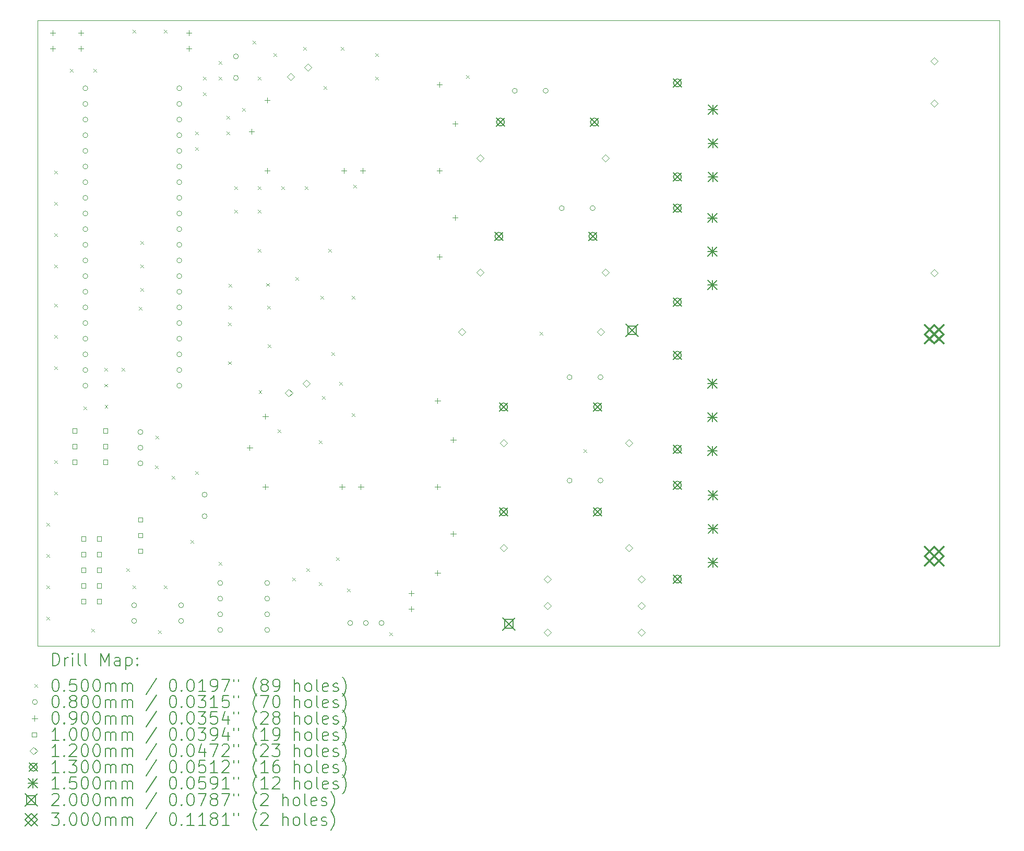
<source format=gbr>
%TF.GenerationSoftware,KiCad,Pcbnew,7.0.2*%
%TF.CreationDate,2023-10-09T18:02:34+02:00*%
%TF.ProjectId,Module_1,4d6f6475-6c65-45f3-912e-6b696361645f,rev?*%
%TF.SameCoordinates,Original*%
%TF.FileFunction,Drillmap*%
%TF.FilePolarity,Positive*%
%FSLAX45Y45*%
G04 Gerber Fmt 4.5, Leading zero omitted, Abs format (unit mm)*
G04 Created by KiCad (PCBNEW 7.0.2) date 2023-10-09 18:02:34*
%MOMM*%
%LPD*%
G01*
G04 APERTURE LIST*
%ADD10C,0.100000*%
%ADD11C,0.200000*%
%ADD12C,0.050000*%
%ADD13C,0.080000*%
%ADD14C,0.090000*%
%ADD15C,0.120000*%
%ADD16C,0.130000*%
%ADD17C,0.150000*%
%ADD18C,0.300000*%
G04 APERTURE END LIST*
D10*
X6054900Y-3505200D02*
X21656500Y-3505200D01*
X21656500Y-13657600D01*
X6054900Y-13657600D01*
X6054900Y-3505200D01*
D11*
D12*
X6198000Y-11659000D02*
X6248000Y-11709000D01*
X6248000Y-11659000D02*
X6198000Y-11709000D01*
X6198000Y-12167000D02*
X6248000Y-12217000D01*
X6248000Y-12167000D02*
X6198000Y-12217000D01*
X6198000Y-12675000D02*
X6248000Y-12725000D01*
X6248000Y-12675000D02*
X6198000Y-12725000D01*
X6198000Y-13183000D02*
X6248000Y-13233000D01*
X6248000Y-13183000D02*
X6198000Y-13233000D01*
X6325000Y-5944000D02*
X6375000Y-5994000D01*
X6375000Y-5944000D02*
X6325000Y-5994000D01*
X6325000Y-6452000D02*
X6375000Y-6502000D01*
X6375000Y-6452000D02*
X6325000Y-6502000D01*
X6325000Y-6960000D02*
X6375000Y-7010000D01*
X6375000Y-6960000D02*
X6325000Y-7010000D01*
X6325000Y-7468000D02*
X6375000Y-7518000D01*
X6375000Y-7468000D02*
X6325000Y-7518000D01*
X6325000Y-8103000D02*
X6375000Y-8153000D01*
X6375000Y-8103000D02*
X6325000Y-8153000D01*
X6325000Y-8611000D02*
X6375000Y-8661000D01*
X6375000Y-8611000D02*
X6325000Y-8661000D01*
X6325000Y-9119000D02*
X6375000Y-9169000D01*
X6375000Y-9119000D02*
X6325000Y-9169000D01*
X6325000Y-10643000D02*
X6375000Y-10693000D01*
X6375000Y-10643000D02*
X6325000Y-10693000D01*
X6325000Y-11151000D02*
X6375000Y-11201000D01*
X6375000Y-11151000D02*
X6325000Y-11201000D01*
X6579000Y-4293000D02*
X6629000Y-4343000D01*
X6629000Y-4293000D02*
X6579000Y-4343000D01*
X6801876Y-9768660D02*
X6851876Y-9818660D01*
X6851876Y-9768660D02*
X6801876Y-9818660D01*
X6927549Y-13380904D02*
X6977549Y-13430904D01*
X6977549Y-13380904D02*
X6927549Y-13430904D01*
X6960000Y-4293000D02*
X7010000Y-4343000D01*
X7010000Y-4293000D02*
X6960000Y-4343000D01*
X7139314Y-9402538D02*
X7189314Y-9452538D01*
X7189314Y-9402538D02*
X7139314Y-9452538D01*
X7141026Y-9142328D02*
X7191026Y-9192328D01*
X7191026Y-9142328D02*
X7141026Y-9192328D01*
X7141899Y-9747671D02*
X7191899Y-9797671D01*
X7191899Y-9747671D02*
X7141899Y-9797671D01*
X7417200Y-9144400D02*
X7467200Y-9194400D01*
X7467200Y-9144400D02*
X7417200Y-9194400D01*
X7493400Y-12395600D02*
X7543400Y-12445600D01*
X7543400Y-12395600D02*
X7493400Y-12445600D01*
X7595000Y-3658000D02*
X7645000Y-3708000D01*
X7645000Y-3658000D02*
X7595000Y-3708000D01*
X7595000Y-12675000D02*
X7645000Y-12725000D01*
X7645000Y-12675000D02*
X7595000Y-12725000D01*
X7696600Y-8153800D02*
X7746600Y-8203800D01*
X7746600Y-8153800D02*
X7696600Y-8203800D01*
X7722000Y-7087000D02*
X7772000Y-7137000D01*
X7772000Y-7087000D02*
X7722000Y-7137000D01*
X7722000Y-7468000D02*
X7772000Y-7518000D01*
X7772000Y-7468000D02*
X7722000Y-7518000D01*
X7722000Y-7849000D02*
X7772000Y-7899000D01*
X7772000Y-7849000D02*
X7722000Y-7899000D01*
X7960471Y-10729957D02*
X8010471Y-10779957D01*
X8010471Y-10729957D02*
X7960471Y-10779957D01*
X7968867Y-10243012D02*
X8018867Y-10293012D01*
X8018867Y-10243012D02*
X7968867Y-10293012D01*
X8010583Y-13406091D02*
X8060583Y-13456091D01*
X8060583Y-13406091D02*
X8010583Y-13456091D01*
X8103000Y-3658000D02*
X8153000Y-3708000D01*
X8153000Y-3658000D02*
X8103000Y-3708000D01*
X8103000Y-12675000D02*
X8153000Y-12725000D01*
X8153000Y-12675000D02*
X8103000Y-12725000D01*
X8230000Y-10897000D02*
X8280000Y-10947000D01*
X8280000Y-10897000D02*
X8230000Y-10947000D01*
X8534800Y-11938400D02*
X8584800Y-11988400D01*
X8584800Y-11938400D02*
X8534800Y-11988400D01*
X8611000Y-5309000D02*
X8661000Y-5359000D01*
X8661000Y-5309000D02*
X8611000Y-5359000D01*
X8611000Y-5563000D02*
X8661000Y-5613000D01*
X8661000Y-5563000D02*
X8611000Y-5613000D01*
X8611000Y-10820800D02*
X8661000Y-10870800D01*
X8661000Y-10820800D02*
X8611000Y-10870800D01*
X8738000Y-4420000D02*
X8788000Y-4470000D01*
X8788000Y-4420000D02*
X8738000Y-4470000D01*
X8738000Y-4674000D02*
X8788000Y-4724000D01*
X8788000Y-4674000D02*
X8738000Y-4724000D01*
X8992000Y-4166000D02*
X9042000Y-4216000D01*
X9042000Y-4166000D02*
X8992000Y-4216000D01*
X8992000Y-4420000D02*
X9042000Y-4470000D01*
X9042000Y-4420000D02*
X8992000Y-4470000D01*
X8992000Y-12294000D02*
X9042000Y-12344000D01*
X9042000Y-12294000D02*
X8992000Y-12344000D01*
X9119000Y-5055000D02*
X9169000Y-5105000D01*
X9169000Y-5055000D02*
X9119000Y-5105000D01*
X9119000Y-5309000D02*
X9169000Y-5359000D01*
X9169000Y-5309000D02*
X9119000Y-5359000D01*
X9144400Y-8407800D02*
X9194400Y-8457800D01*
X9194400Y-8407800D02*
X9144400Y-8457800D01*
X9144960Y-9038559D02*
X9194960Y-9088559D01*
X9194960Y-9038559D02*
X9144960Y-9088559D01*
X9150850Y-8140181D02*
X9200850Y-8190181D01*
X9200850Y-8140181D02*
X9150850Y-8190181D01*
X9156447Y-7781968D02*
X9206447Y-7831968D01*
X9206447Y-7781968D02*
X9156447Y-7831968D01*
X9246000Y-6198000D02*
X9296000Y-6248000D01*
X9296000Y-6198000D02*
X9246000Y-6248000D01*
X9246000Y-6579000D02*
X9296000Y-6629000D01*
X9296000Y-6579000D02*
X9246000Y-6629000D01*
X9373000Y-4928000D02*
X9423000Y-4978000D01*
X9423000Y-4928000D02*
X9373000Y-4978000D01*
X9541045Y-3837372D02*
X9591045Y-3887372D01*
X9591045Y-3837372D02*
X9541045Y-3887372D01*
X9627000Y-4420000D02*
X9677000Y-4470000D01*
X9677000Y-4420000D02*
X9627000Y-4470000D01*
X9627000Y-6198000D02*
X9677000Y-6248000D01*
X9677000Y-6198000D02*
X9627000Y-6248000D01*
X9627000Y-6579000D02*
X9677000Y-6629000D01*
X9677000Y-6579000D02*
X9627000Y-6629000D01*
X9627000Y-7214000D02*
X9677000Y-7264000D01*
X9677000Y-7214000D02*
X9627000Y-7264000D01*
X9639593Y-9508396D02*
X9689593Y-9558396D01*
X9689593Y-9508396D02*
X9639593Y-9558396D01*
X9764662Y-7768908D02*
X9814662Y-7818908D01*
X9814662Y-7768908D02*
X9764662Y-7818908D01*
X9777722Y-8134584D02*
X9827722Y-8184584D01*
X9827722Y-8134584D02*
X9777722Y-8184584D01*
X9786517Y-8761186D02*
X9836517Y-8811186D01*
X9836517Y-8761186D02*
X9786517Y-8811186D01*
X9881000Y-4039000D02*
X9931000Y-4089000D01*
X9931000Y-4039000D02*
X9881000Y-4089000D01*
X9949570Y-10142704D02*
X9999570Y-10192704D01*
X9999570Y-10142704D02*
X9949570Y-10192704D01*
X10008000Y-6198000D02*
X10058000Y-6248000D01*
X10058000Y-6198000D02*
X10008000Y-6248000D01*
X10185800Y-12548000D02*
X10235800Y-12598000D01*
X10235800Y-12548000D02*
X10185800Y-12598000D01*
X10236600Y-7671200D02*
X10286600Y-7721200D01*
X10286600Y-7671200D02*
X10236600Y-7721200D01*
X10363600Y-3937400D02*
X10413600Y-3987400D01*
X10413600Y-3937400D02*
X10363600Y-3987400D01*
X10389000Y-6198000D02*
X10439000Y-6248000D01*
X10439000Y-6198000D02*
X10389000Y-6248000D01*
X10414400Y-12392250D02*
X10464400Y-12442250D01*
X10464400Y-12392250D02*
X10414400Y-12442250D01*
X10617600Y-12624200D02*
X10667600Y-12674200D01*
X10667600Y-12624200D02*
X10617600Y-12674200D01*
X10619454Y-10322171D02*
X10669454Y-10372171D01*
X10669454Y-10322171D02*
X10619454Y-10372171D01*
X10643000Y-7976000D02*
X10693000Y-8026000D01*
X10693000Y-7976000D02*
X10643000Y-8026000D01*
X10668400Y-9601600D02*
X10718400Y-9651600D01*
X10718400Y-9601600D02*
X10668400Y-9651600D01*
X10693800Y-4572400D02*
X10743800Y-4622400D01*
X10743800Y-4572400D02*
X10693800Y-4622400D01*
X10770000Y-7214000D02*
X10820000Y-7264000D01*
X10820000Y-7214000D02*
X10770000Y-7264000D01*
X10820800Y-8890400D02*
X10870800Y-8940400D01*
X10870800Y-8890400D02*
X10820800Y-8940400D01*
X10897000Y-12217800D02*
X10947000Y-12267800D01*
X10947000Y-12217800D02*
X10897000Y-12267800D01*
X10947800Y-9373000D02*
X10997800Y-9423000D01*
X10997800Y-9373000D02*
X10947800Y-9423000D01*
X10973200Y-3937400D02*
X11023200Y-3987400D01*
X11023200Y-3937400D02*
X10973200Y-3987400D01*
X11074800Y-12725800D02*
X11124800Y-12775800D01*
X11124800Y-12725800D02*
X11074800Y-12775800D01*
X11151000Y-7976000D02*
X11201000Y-8026000D01*
X11201000Y-7976000D02*
X11151000Y-8026000D01*
X11151000Y-9881000D02*
X11201000Y-9931000D01*
X11201000Y-9881000D02*
X11151000Y-9931000D01*
X11176400Y-6172600D02*
X11226400Y-6222600D01*
X11226400Y-6172600D02*
X11176400Y-6222600D01*
X11532000Y-4039000D02*
X11582000Y-4089000D01*
X11582000Y-4039000D02*
X11532000Y-4089000D01*
X11532000Y-4420000D02*
X11582000Y-4470000D01*
X11582000Y-4420000D02*
X11532000Y-4470000D01*
X11760600Y-13437000D02*
X11810600Y-13487000D01*
X11810600Y-13437000D02*
X11760600Y-13487000D01*
X13005200Y-4394600D02*
X13055200Y-4444600D01*
X13055200Y-4394600D02*
X13005200Y-4444600D01*
X14199000Y-8560200D02*
X14249000Y-8610200D01*
X14249000Y-8560200D02*
X14199000Y-8610200D01*
X14910200Y-10465200D02*
X14960200Y-10515200D01*
X14960200Y-10465200D02*
X14910200Y-10515200D01*
D13*
X6868500Y-4608000D02*
G75*
G03*
X6868500Y-4608000I-40000J0D01*
G01*
X6868500Y-4862000D02*
G75*
G03*
X6868500Y-4862000I-40000J0D01*
G01*
X6868500Y-5116000D02*
G75*
G03*
X6868500Y-5116000I-40000J0D01*
G01*
X6868500Y-5370000D02*
G75*
G03*
X6868500Y-5370000I-40000J0D01*
G01*
X6868500Y-5624000D02*
G75*
G03*
X6868500Y-5624000I-40000J0D01*
G01*
X6868500Y-5878000D02*
G75*
G03*
X6868500Y-5878000I-40000J0D01*
G01*
X6868500Y-6132000D02*
G75*
G03*
X6868500Y-6132000I-40000J0D01*
G01*
X6868500Y-6386000D02*
G75*
G03*
X6868500Y-6386000I-40000J0D01*
G01*
X6868500Y-6640000D02*
G75*
G03*
X6868500Y-6640000I-40000J0D01*
G01*
X6868500Y-6894000D02*
G75*
G03*
X6868500Y-6894000I-40000J0D01*
G01*
X6868500Y-7148000D02*
G75*
G03*
X6868500Y-7148000I-40000J0D01*
G01*
X6868500Y-7402000D02*
G75*
G03*
X6868500Y-7402000I-40000J0D01*
G01*
X6868500Y-7656000D02*
G75*
G03*
X6868500Y-7656000I-40000J0D01*
G01*
X6868500Y-7910000D02*
G75*
G03*
X6868500Y-7910000I-40000J0D01*
G01*
X6868500Y-8164000D02*
G75*
G03*
X6868500Y-8164000I-40000J0D01*
G01*
X6868500Y-8418000D02*
G75*
G03*
X6868500Y-8418000I-40000J0D01*
G01*
X6868500Y-8672000D02*
G75*
G03*
X6868500Y-8672000I-40000J0D01*
G01*
X6868500Y-8926000D02*
G75*
G03*
X6868500Y-8926000I-40000J0D01*
G01*
X6868500Y-9180000D02*
G75*
G03*
X6868500Y-9180000I-40000J0D01*
G01*
X6868500Y-9434000D02*
G75*
G03*
X6868500Y-9434000I-40000J0D01*
G01*
X7661000Y-12996500D02*
G75*
G03*
X7661000Y-12996500I-40000J0D01*
G01*
X7661000Y-13250500D02*
G75*
G03*
X7661000Y-13250500I-40000J0D01*
G01*
X7761600Y-10184400D02*
G75*
G03*
X7761600Y-10184400I-40000J0D01*
G01*
X7761600Y-10438400D02*
G75*
G03*
X7761600Y-10438400I-40000J0D01*
G01*
X7761600Y-10692400D02*
G75*
G03*
X7761600Y-10692400I-40000J0D01*
G01*
X8392500Y-4608000D02*
G75*
G03*
X8392500Y-4608000I-40000J0D01*
G01*
X8392500Y-4862000D02*
G75*
G03*
X8392500Y-4862000I-40000J0D01*
G01*
X8392500Y-5116000D02*
G75*
G03*
X8392500Y-5116000I-40000J0D01*
G01*
X8392500Y-5370000D02*
G75*
G03*
X8392500Y-5370000I-40000J0D01*
G01*
X8392500Y-5624000D02*
G75*
G03*
X8392500Y-5624000I-40000J0D01*
G01*
X8392500Y-5878000D02*
G75*
G03*
X8392500Y-5878000I-40000J0D01*
G01*
X8392500Y-6132000D02*
G75*
G03*
X8392500Y-6132000I-40000J0D01*
G01*
X8392500Y-6386000D02*
G75*
G03*
X8392500Y-6386000I-40000J0D01*
G01*
X8392500Y-6640000D02*
G75*
G03*
X8392500Y-6640000I-40000J0D01*
G01*
X8392500Y-6894000D02*
G75*
G03*
X8392500Y-6894000I-40000J0D01*
G01*
X8392500Y-7148000D02*
G75*
G03*
X8392500Y-7148000I-40000J0D01*
G01*
X8392500Y-7402000D02*
G75*
G03*
X8392500Y-7402000I-40000J0D01*
G01*
X8392500Y-7656000D02*
G75*
G03*
X8392500Y-7656000I-40000J0D01*
G01*
X8392500Y-7910000D02*
G75*
G03*
X8392500Y-7910000I-40000J0D01*
G01*
X8392500Y-8164000D02*
G75*
G03*
X8392500Y-8164000I-40000J0D01*
G01*
X8392500Y-8418000D02*
G75*
G03*
X8392500Y-8418000I-40000J0D01*
G01*
X8392500Y-8672000D02*
G75*
G03*
X8392500Y-8672000I-40000J0D01*
G01*
X8392500Y-8926000D02*
G75*
G03*
X8392500Y-8926000I-40000J0D01*
G01*
X8392500Y-9180000D02*
G75*
G03*
X8392500Y-9180000I-40000J0D01*
G01*
X8392500Y-9434000D02*
G75*
G03*
X8392500Y-9434000I-40000J0D01*
G01*
X8423000Y-12996500D02*
G75*
G03*
X8423000Y-12996500I-40000J0D01*
G01*
X8423000Y-13250500D02*
G75*
G03*
X8423000Y-13250500I-40000J0D01*
G01*
X8803000Y-11201235D02*
G75*
G03*
X8803000Y-11201235I-40000J0D01*
G01*
X8803000Y-11551235D02*
G75*
G03*
X8803000Y-11551235I-40000J0D01*
G01*
X9056000Y-12635500D02*
G75*
G03*
X9056000Y-12635500I-40000J0D01*
G01*
X9056000Y-12889500D02*
G75*
G03*
X9056000Y-12889500I-40000J0D01*
G01*
X9056000Y-13143500D02*
G75*
G03*
X9056000Y-13143500I-40000J0D01*
G01*
X9056000Y-13397500D02*
G75*
G03*
X9056000Y-13397500I-40000J0D01*
G01*
X9311000Y-4089400D02*
G75*
G03*
X9311000Y-4089400I-40000J0D01*
G01*
X9311000Y-4439400D02*
G75*
G03*
X9311000Y-4439400I-40000J0D01*
G01*
X9818000Y-12635500D02*
G75*
G03*
X9818000Y-12635500I-40000J0D01*
G01*
X9818000Y-12889500D02*
G75*
G03*
X9818000Y-12889500I-40000J0D01*
G01*
X9818000Y-13143500D02*
G75*
G03*
X9818000Y-13143500I-40000J0D01*
G01*
X9818000Y-13397500D02*
G75*
G03*
X9818000Y-13397500I-40000J0D01*
G01*
X11165200Y-13284200D02*
G75*
G03*
X11165200Y-13284200I-40000J0D01*
G01*
X11419200Y-13284200D02*
G75*
G03*
X11419200Y-13284200I-40000J0D01*
G01*
X11673200Y-13284200D02*
G75*
G03*
X11673200Y-13284200I-40000J0D01*
G01*
X13836200Y-4648200D02*
G75*
G03*
X13836200Y-4648200I-40000J0D01*
G01*
X14336200Y-4648200D02*
G75*
G03*
X14336200Y-4648200I-40000J0D01*
G01*
X14598200Y-6553200D02*
G75*
G03*
X14598200Y-6553200I-40000J0D01*
G01*
X14725200Y-9296400D02*
G75*
G03*
X14725200Y-9296400I-40000J0D01*
G01*
X14725200Y-10972800D02*
G75*
G03*
X14725200Y-10972800I-40000J0D01*
G01*
X15098200Y-6553200D02*
G75*
G03*
X15098200Y-6553200I-40000J0D01*
G01*
X15225200Y-9296400D02*
G75*
G03*
X15225200Y-9296400I-40000J0D01*
G01*
X15225200Y-10972800D02*
G75*
G03*
X15225200Y-10972800I-40000J0D01*
G01*
D14*
X6299200Y-3663900D02*
X6299200Y-3753900D01*
X6254200Y-3708900D02*
X6344200Y-3708900D01*
X6299200Y-3917900D02*
X6299200Y-4007900D01*
X6254200Y-3962900D02*
X6344200Y-3962900D01*
X6756400Y-3663900D02*
X6756400Y-3753900D01*
X6711400Y-3708900D02*
X6801400Y-3708900D01*
X6756400Y-3917900D02*
X6756400Y-4007900D01*
X6711400Y-3962900D02*
X6801400Y-3962900D01*
X8509000Y-3663900D02*
X8509000Y-3753900D01*
X8464000Y-3708900D02*
X8554000Y-3708900D01*
X8509000Y-3917900D02*
X8509000Y-4007900D01*
X8464000Y-3962900D02*
X8554000Y-3962900D01*
X9495000Y-10394600D02*
X9495000Y-10484600D01*
X9450000Y-10439600D02*
X9540000Y-10439600D01*
X9525000Y-5263600D02*
X9525000Y-5353600D01*
X9480000Y-5308600D02*
X9570000Y-5308600D01*
X9749000Y-9886600D02*
X9749000Y-9976600D01*
X9704000Y-9931600D02*
X9794000Y-9931600D01*
X9749000Y-11029600D02*
X9749000Y-11119600D01*
X9704000Y-11074600D02*
X9794000Y-11074600D01*
X9779000Y-4755600D02*
X9779000Y-4845600D01*
X9734000Y-4800600D02*
X9824000Y-4800600D01*
X9779000Y-5898600D02*
X9779000Y-5988600D01*
X9734000Y-5943600D02*
X9824000Y-5943600D01*
X10993600Y-11029600D02*
X10993600Y-11119600D01*
X10948600Y-11074600D02*
X11038600Y-11074600D01*
X11023600Y-5898600D02*
X11023600Y-5988600D01*
X10978600Y-5943600D02*
X11068600Y-5943600D01*
X11298400Y-11029600D02*
X11298400Y-11119600D01*
X11253400Y-11074600D02*
X11343400Y-11074600D01*
X11328400Y-5898600D02*
X11328400Y-5988600D01*
X11283400Y-5943600D02*
X11373400Y-5943600D01*
X12115800Y-12757100D02*
X12115800Y-12847100D01*
X12070800Y-12802100D02*
X12160800Y-12802100D01*
X12115800Y-13011100D02*
X12115800Y-13101100D01*
X12070800Y-13056100D02*
X12160800Y-13056100D01*
X12543000Y-9632600D02*
X12543000Y-9722600D01*
X12498000Y-9677600D02*
X12588000Y-9677600D01*
X12543000Y-11029600D02*
X12543000Y-11119600D01*
X12498000Y-11074600D02*
X12588000Y-11074600D01*
X12543000Y-12426600D02*
X12543000Y-12516600D01*
X12498000Y-12471600D02*
X12588000Y-12471600D01*
X12573000Y-4501600D02*
X12573000Y-4591600D01*
X12528000Y-4546600D02*
X12618000Y-4546600D01*
X12573000Y-5898600D02*
X12573000Y-5988600D01*
X12528000Y-5943600D02*
X12618000Y-5943600D01*
X12573000Y-7295600D02*
X12573000Y-7385600D01*
X12528000Y-7340600D02*
X12618000Y-7340600D01*
X12797000Y-10267600D02*
X12797000Y-10357600D01*
X12752000Y-10312600D02*
X12842000Y-10312600D01*
X12797000Y-11791600D02*
X12797000Y-11881600D01*
X12752000Y-11836600D02*
X12842000Y-11836600D01*
X12827000Y-5136600D02*
X12827000Y-5226600D01*
X12782000Y-5181600D02*
X12872000Y-5181600D01*
X12827000Y-6660600D02*
X12827000Y-6750600D01*
X12782000Y-6705600D02*
X12872000Y-6705600D01*
D10*
X6687856Y-10198856D02*
X6687856Y-10128144D01*
X6617144Y-10128144D01*
X6617144Y-10198856D01*
X6687856Y-10198856D01*
X6687856Y-10452856D02*
X6687856Y-10382144D01*
X6617144Y-10382144D01*
X6617144Y-10452856D01*
X6687856Y-10452856D01*
X6687856Y-10706856D02*
X6687856Y-10636144D01*
X6617144Y-10636144D01*
X6617144Y-10706856D01*
X6687856Y-10706856D01*
X6833856Y-11951356D02*
X6833856Y-11880644D01*
X6763144Y-11880644D01*
X6763144Y-11951356D01*
X6833856Y-11951356D01*
X6833856Y-12205356D02*
X6833856Y-12134644D01*
X6763144Y-12134644D01*
X6763144Y-12205356D01*
X6833856Y-12205356D01*
X6833856Y-12459356D02*
X6833856Y-12388644D01*
X6763144Y-12388644D01*
X6763144Y-12459356D01*
X6833856Y-12459356D01*
X6833856Y-12713356D02*
X6833856Y-12642644D01*
X6763144Y-12642644D01*
X6763144Y-12713356D01*
X6833856Y-12713356D01*
X6833856Y-12967356D02*
X6833856Y-12896644D01*
X6763144Y-12896644D01*
X6763144Y-12967356D01*
X6833856Y-12967356D01*
X7087856Y-11951356D02*
X7087856Y-11880644D01*
X7017144Y-11880644D01*
X7017144Y-11951356D01*
X7087856Y-11951356D01*
X7087856Y-12205356D02*
X7087856Y-12134644D01*
X7017144Y-12134644D01*
X7017144Y-12205356D01*
X7087856Y-12205356D01*
X7087856Y-12459356D02*
X7087856Y-12388644D01*
X7017144Y-12388644D01*
X7017144Y-12459356D01*
X7087856Y-12459356D01*
X7087856Y-12713356D02*
X7087856Y-12642644D01*
X7017144Y-12642644D01*
X7017144Y-12713356D01*
X7087856Y-12713356D01*
X7087856Y-12967356D02*
X7087856Y-12896644D01*
X7017144Y-12896644D01*
X7017144Y-12967356D01*
X7087856Y-12967356D01*
X7187856Y-10198856D02*
X7187856Y-10128144D01*
X7117144Y-10128144D01*
X7117144Y-10198856D01*
X7187856Y-10198856D01*
X7187856Y-10452856D02*
X7187856Y-10382144D01*
X7117144Y-10382144D01*
X7117144Y-10452856D01*
X7187856Y-10452856D01*
X7187856Y-10706856D02*
X7187856Y-10636144D01*
X7117144Y-10636144D01*
X7117144Y-10706856D01*
X7187856Y-10706856D01*
X7756956Y-11643156D02*
X7756956Y-11572444D01*
X7686244Y-11572444D01*
X7686244Y-11643156D01*
X7756956Y-11643156D01*
X7756956Y-11897156D02*
X7756956Y-11826444D01*
X7686244Y-11826444D01*
X7686244Y-11897156D01*
X7756956Y-11897156D01*
X7756956Y-12151156D02*
X7756956Y-12080444D01*
X7686244Y-12080444D01*
X7686244Y-12151156D01*
X7756956Y-12151156D01*
D15*
X10130000Y-9610600D02*
X10190000Y-9550600D01*
X10130000Y-9490600D01*
X10070000Y-9550600D01*
X10130000Y-9610600D01*
X10160000Y-4479600D02*
X10220000Y-4419600D01*
X10160000Y-4359600D01*
X10100000Y-4419600D01*
X10160000Y-4479600D01*
X10414000Y-9458000D02*
X10474000Y-9398000D01*
X10414000Y-9338000D01*
X10354000Y-9398000D01*
X10414000Y-9458000D01*
X10439400Y-4327200D02*
X10499400Y-4267200D01*
X10439400Y-4207200D01*
X10379400Y-4267200D01*
X10439400Y-4327200D01*
X12939200Y-8619800D02*
X12999200Y-8559800D01*
X12939200Y-8499800D01*
X12879200Y-8559800D01*
X12939200Y-8619800D01*
X13233400Y-5800400D02*
X13293400Y-5740400D01*
X13233400Y-5680400D01*
X13173400Y-5740400D01*
X13233400Y-5800400D01*
X13233400Y-7654600D02*
X13293400Y-7594600D01*
X13233400Y-7534600D01*
X13173400Y-7594600D01*
X13233400Y-7654600D01*
X13614400Y-10423200D02*
X13674400Y-10363200D01*
X13614400Y-10303200D01*
X13554400Y-10363200D01*
X13614400Y-10423200D01*
X13614400Y-12125000D02*
X13674400Y-12065000D01*
X13614400Y-12005000D01*
X13554400Y-12065000D01*
X13614400Y-12125000D01*
X14325600Y-12633000D02*
X14385600Y-12573000D01*
X14325600Y-12513000D01*
X14265600Y-12573000D01*
X14325600Y-12633000D01*
X14325600Y-13064800D02*
X14385600Y-13004800D01*
X14325600Y-12944800D01*
X14265600Y-13004800D01*
X14325600Y-13064800D01*
X14325600Y-13496600D02*
X14385600Y-13436600D01*
X14325600Y-13376600D01*
X14265600Y-13436600D01*
X14325600Y-13496600D01*
X15189200Y-8619800D02*
X15249200Y-8559800D01*
X15189200Y-8499800D01*
X15129200Y-8559800D01*
X15189200Y-8619800D01*
X15265400Y-5800400D02*
X15325400Y-5740400D01*
X15265400Y-5680400D01*
X15205400Y-5740400D01*
X15265400Y-5800400D01*
X15265400Y-7654600D02*
X15325400Y-7594600D01*
X15265400Y-7534600D01*
X15205400Y-7594600D01*
X15265400Y-7654600D01*
X15646400Y-10423200D02*
X15706400Y-10363200D01*
X15646400Y-10303200D01*
X15586400Y-10363200D01*
X15646400Y-10423200D01*
X15646400Y-12125000D02*
X15706400Y-12065000D01*
X15646400Y-12005000D01*
X15586400Y-12065000D01*
X15646400Y-12125000D01*
X15849600Y-12633000D02*
X15909600Y-12573000D01*
X15849600Y-12513000D01*
X15789600Y-12573000D01*
X15849600Y-12633000D01*
X15849600Y-13064800D02*
X15909600Y-13004800D01*
X15849600Y-12944800D01*
X15789600Y-13004800D01*
X15849600Y-13064800D01*
X15849600Y-13496600D02*
X15909600Y-13436600D01*
X15849600Y-13376600D01*
X15789600Y-13436600D01*
X15849600Y-13496600D01*
X20599400Y-4225600D02*
X20659400Y-4165600D01*
X20599400Y-4105600D01*
X20539400Y-4165600D01*
X20599400Y-4225600D01*
X20600000Y-4910000D02*
X20660000Y-4850000D01*
X20600000Y-4790000D01*
X20540000Y-4850000D01*
X20600000Y-4910000D01*
X20600000Y-7660000D02*
X20660000Y-7600000D01*
X20600000Y-7540000D01*
X20540000Y-7600000D01*
X20600000Y-7660000D01*
D16*
X13473200Y-6945400D02*
X13603200Y-7075400D01*
X13603200Y-6945400D02*
X13473200Y-7075400D01*
X13603200Y-7010400D02*
G75*
G03*
X13603200Y-7010400I-65000J0D01*
G01*
X13498600Y-5091200D02*
X13628600Y-5221200D01*
X13628600Y-5091200D02*
X13498600Y-5221200D01*
X13628600Y-5156200D02*
G75*
G03*
X13628600Y-5156200I-65000J0D01*
G01*
X13549400Y-9714000D02*
X13679400Y-9844000D01*
X13679400Y-9714000D02*
X13549400Y-9844000D01*
X13679400Y-9779000D02*
G75*
G03*
X13679400Y-9779000I-65000J0D01*
G01*
X13549400Y-11415800D02*
X13679400Y-11545800D01*
X13679400Y-11415800D02*
X13549400Y-11545800D01*
X13679400Y-11480800D02*
G75*
G03*
X13679400Y-11480800I-65000J0D01*
G01*
X14997200Y-6945400D02*
X15127200Y-7075400D01*
X15127200Y-6945400D02*
X14997200Y-7075400D01*
X15127200Y-7010400D02*
G75*
G03*
X15127200Y-7010400I-65000J0D01*
G01*
X15022600Y-5091200D02*
X15152600Y-5221200D01*
X15152600Y-5091200D02*
X15022600Y-5221200D01*
X15152600Y-5156200D02*
G75*
G03*
X15152600Y-5156200I-65000J0D01*
G01*
X15073400Y-9714000D02*
X15203400Y-9844000D01*
X15203400Y-9714000D02*
X15073400Y-9844000D01*
X15203400Y-9779000D02*
G75*
G03*
X15203400Y-9779000I-65000J0D01*
G01*
X15073400Y-11415800D02*
X15203400Y-11545800D01*
X15203400Y-11415800D02*
X15073400Y-11545800D01*
X15203400Y-11480800D02*
G75*
G03*
X15203400Y-11480800I-65000J0D01*
G01*
X16368800Y-4456200D02*
X16498800Y-4586200D01*
X16498800Y-4456200D02*
X16368800Y-4586200D01*
X16498800Y-4521200D02*
G75*
G03*
X16498800Y-4521200I-65000J0D01*
G01*
X16368800Y-5980200D02*
X16498800Y-6110200D01*
X16498800Y-5980200D02*
X16368800Y-6110200D01*
X16498800Y-6045200D02*
G75*
G03*
X16498800Y-6045200I-65000J0D01*
G01*
X16368800Y-6488200D02*
X16498800Y-6618200D01*
X16498800Y-6488200D02*
X16368800Y-6618200D01*
X16498800Y-6553200D02*
G75*
G03*
X16498800Y-6553200I-65000J0D01*
G01*
X16368800Y-8012200D02*
X16498800Y-8142200D01*
X16498800Y-8012200D02*
X16368800Y-8142200D01*
X16498800Y-8077200D02*
G75*
G03*
X16498800Y-8077200I-65000J0D01*
G01*
X16368800Y-8875800D02*
X16498800Y-9005800D01*
X16498800Y-8875800D02*
X16368800Y-9005800D01*
X16498800Y-8940800D02*
G75*
G03*
X16498800Y-8940800I-65000J0D01*
G01*
X16368800Y-10399800D02*
X16498800Y-10529800D01*
X16498800Y-10399800D02*
X16368800Y-10529800D01*
X16498800Y-10464800D02*
G75*
G03*
X16498800Y-10464800I-65000J0D01*
G01*
X16368800Y-10984000D02*
X16498800Y-11114000D01*
X16498800Y-10984000D02*
X16368800Y-11114000D01*
X16498800Y-11049000D02*
G75*
G03*
X16498800Y-11049000I-65000J0D01*
G01*
X16368800Y-12508000D02*
X16498800Y-12638000D01*
X16498800Y-12508000D02*
X16368800Y-12638000D01*
X16498800Y-12573000D02*
G75*
G03*
X16498800Y-12573000I-65000J0D01*
G01*
D17*
X16925000Y-6635000D02*
X17075000Y-6785000D01*
X17075000Y-6635000D02*
X16925000Y-6785000D01*
X17000000Y-6635000D02*
X17000000Y-6785000D01*
X16925000Y-6710000D02*
X17075000Y-6710000D01*
X16925000Y-7180000D02*
X17075000Y-7330000D01*
X17075000Y-7180000D02*
X16925000Y-7330000D01*
X17000000Y-7180000D02*
X17000000Y-7330000D01*
X16925000Y-7255000D02*
X17075000Y-7255000D01*
X16925000Y-7725000D02*
X17075000Y-7875000D01*
X17075000Y-7725000D02*
X16925000Y-7875000D01*
X17000000Y-7725000D02*
X17000000Y-7875000D01*
X16925000Y-7800000D02*
X17075000Y-7800000D01*
X16925000Y-9325000D02*
X17075000Y-9475000D01*
X17075000Y-9325000D02*
X16925000Y-9475000D01*
X17000000Y-9325000D02*
X17000000Y-9475000D01*
X16925000Y-9400000D02*
X17075000Y-9400000D01*
X16925000Y-9870000D02*
X17075000Y-10020000D01*
X17075000Y-9870000D02*
X16925000Y-10020000D01*
X17000000Y-9870000D02*
X17000000Y-10020000D01*
X16925000Y-9945000D02*
X17075000Y-9945000D01*
X16925000Y-10415000D02*
X17075000Y-10565000D01*
X17075000Y-10415000D02*
X16925000Y-10565000D01*
X17000000Y-10415000D02*
X17000000Y-10565000D01*
X16925000Y-10490000D02*
X17075000Y-10490000D01*
X16936000Y-4880000D02*
X17086000Y-5030000D01*
X17086000Y-4880000D02*
X16936000Y-5030000D01*
X17011000Y-4880000D02*
X17011000Y-5030000D01*
X16936000Y-4955000D02*
X17086000Y-4955000D01*
X16936000Y-5425000D02*
X17086000Y-5575000D01*
X17086000Y-5425000D02*
X16936000Y-5575000D01*
X17011000Y-5425000D02*
X17011000Y-5575000D01*
X16936000Y-5500000D02*
X17086000Y-5500000D01*
X16936000Y-5970000D02*
X17086000Y-6120000D01*
X17086000Y-5970000D02*
X16936000Y-6120000D01*
X17011000Y-5970000D02*
X17011000Y-6120000D01*
X16936000Y-6045000D02*
X17086000Y-6045000D01*
X16936000Y-11135000D02*
X17086000Y-11285000D01*
X17086000Y-11135000D02*
X16936000Y-11285000D01*
X17011000Y-11135000D02*
X17011000Y-11285000D01*
X16936000Y-11210000D02*
X17086000Y-11210000D01*
X16936000Y-11680000D02*
X17086000Y-11830000D01*
X17086000Y-11680000D02*
X16936000Y-11830000D01*
X17011000Y-11680000D02*
X17011000Y-11830000D01*
X16936000Y-11755000D02*
X17086000Y-11755000D01*
X16936000Y-12225000D02*
X17086000Y-12375000D01*
X17086000Y-12225000D02*
X16936000Y-12375000D01*
X17011000Y-12225000D02*
X17011000Y-12375000D01*
X16936000Y-12300000D02*
X17086000Y-12300000D01*
D11*
X13600000Y-13200000D02*
X13800000Y-13400000D01*
X13800000Y-13200000D02*
X13600000Y-13400000D01*
X13770711Y-13370711D02*
X13770711Y-13229289D01*
X13629289Y-13229289D01*
X13629289Y-13370711D01*
X13770711Y-13370711D01*
X15597200Y-8434400D02*
X15797200Y-8634400D01*
X15797200Y-8434400D02*
X15597200Y-8634400D01*
X15767911Y-8605111D02*
X15767911Y-8463689D01*
X15626489Y-8463689D01*
X15626489Y-8605111D01*
X15767911Y-8605111D01*
D18*
X20450000Y-8450000D02*
X20750000Y-8750000D01*
X20750000Y-8450000D02*
X20450000Y-8750000D01*
X20600000Y-8750000D02*
X20750000Y-8600000D01*
X20600000Y-8450000D01*
X20450000Y-8600000D01*
X20600000Y-8750000D01*
X20450000Y-12050000D02*
X20750000Y-12350000D01*
X20750000Y-12050000D02*
X20450000Y-12350000D01*
X20600000Y-12350000D02*
X20750000Y-12200000D01*
X20600000Y-12050000D01*
X20450000Y-12200000D01*
X20600000Y-12350000D01*
D11*
X6297519Y-13975124D02*
X6297519Y-13775124D01*
X6297519Y-13775124D02*
X6345138Y-13775124D01*
X6345138Y-13775124D02*
X6373709Y-13784648D01*
X6373709Y-13784648D02*
X6392757Y-13803695D01*
X6392757Y-13803695D02*
X6402281Y-13822743D01*
X6402281Y-13822743D02*
X6411805Y-13860838D01*
X6411805Y-13860838D02*
X6411805Y-13889409D01*
X6411805Y-13889409D02*
X6402281Y-13927505D01*
X6402281Y-13927505D02*
X6392757Y-13946552D01*
X6392757Y-13946552D02*
X6373709Y-13965600D01*
X6373709Y-13965600D02*
X6345138Y-13975124D01*
X6345138Y-13975124D02*
X6297519Y-13975124D01*
X6497519Y-13975124D02*
X6497519Y-13841790D01*
X6497519Y-13879886D02*
X6507043Y-13860838D01*
X6507043Y-13860838D02*
X6516567Y-13851314D01*
X6516567Y-13851314D02*
X6535614Y-13841790D01*
X6535614Y-13841790D02*
X6554662Y-13841790D01*
X6621328Y-13975124D02*
X6621328Y-13841790D01*
X6621328Y-13775124D02*
X6611805Y-13784648D01*
X6611805Y-13784648D02*
X6621328Y-13794171D01*
X6621328Y-13794171D02*
X6630852Y-13784648D01*
X6630852Y-13784648D02*
X6621328Y-13775124D01*
X6621328Y-13775124D02*
X6621328Y-13794171D01*
X6745138Y-13975124D02*
X6726090Y-13965600D01*
X6726090Y-13965600D02*
X6716567Y-13946552D01*
X6716567Y-13946552D02*
X6716567Y-13775124D01*
X6849900Y-13975124D02*
X6830852Y-13965600D01*
X6830852Y-13965600D02*
X6821328Y-13946552D01*
X6821328Y-13946552D02*
X6821328Y-13775124D01*
X7078471Y-13975124D02*
X7078471Y-13775124D01*
X7078471Y-13775124D02*
X7145138Y-13917981D01*
X7145138Y-13917981D02*
X7211805Y-13775124D01*
X7211805Y-13775124D02*
X7211805Y-13975124D01*
X7392757Y-13975124D02*
X7392757Y-13870362D01*
X7392757Y-13870362D02*
X7383233Y-13851314D01*
X7383233Y-13851314D02*
X7364186Y-13841790D01*
X7364186Y-13841790D02*
X7326090Y-13841790D01*
X7326090Y-13841790D02*
X7307043Y-13851314D01*
X7392757Y-13965600D02*
X7373709Y-13975124D01*
X7373709Y-13975124D02*
X7326090Y-13975124D01*
X7326090Y-13975124D02*
X7307043Y-13965600D01*
X7307043Y-13965600D02*
X7297519Y-13946552D01*
X7297519Y-13946552D02*
X7297519Y-13927505D01*
X7297519Y-13927505D02*
X7307043Y-13908457D01*
X7307043Y-13908457D02*
X7326090Y-13898933D01*
X7326090Y-13898933D02*
X7373709Y-13898933D01*
X7373709Y-13898933D02*
X7392757Y-13889409D01*
X7487995Y-13841790D02*
X7487995Y-14041790D01*
X7487995Y-13851314D02*
X7507043Y-13841790D01*
X7507043Y-13841790D02*
X7545138Y-13841790D01*
X7545138Y-13841790D02*
X7564186Y-13851314D01*
X7564186Y-13851314D02*
X7573709Y-13860838D01*
X7573709Y-13860838D02*
X7583233Y-13879886D01*
X7583233Y-13879886D02*
X7583233Y-13937028D01*
X7583233Y-13937028D02*
X7573709Y-13956076D01*
X7573709Y-13956076D02*
X7564186Y-13965600D01*
X7564186Y-13965600D02*
X7545138Y-13975124D01*
X7545138Y-13975124D02*
X7507043Y-13975124D01*
X7507043Y-13975124D02*
X7487995Y-13965600D01*
X7668948Y-13956076D02*
X7678471Y-13965600D01*
X7678471Y-13965600D02*
X7668948Y-13975124D01*
X7668948Y-13975124D02*
X7659424Y-13965600D01*
X7659424Y-13965600D02*
X7668948Y-13956076D01*
X7668948Y-13956076D02*
X7668948Y-13975124D01*
X7668948Y-13851314D02*
X7678471Y-13860838D01*
X7678471Y-13860838D02*
X7668948Y-13870362D01*
X7668948Y-13870362D02*
X7659424Y-13860838D01*
X7659424Y-13860838D02*
X7668948Y-13851314D01*
X7668948Y-13851314D02*
X7668948Y-13870362D01*
D12*
X5999900Y-14277600D02*
X6049900Y-14327600D01*
X6049900Y-14277600D02*
X5999900Y-14327600D01*
D11*
X6335614Y-14195124D02*
X6354662Y-14195124D01*
X6354662Y-14195124D02*
X6373709Y-14204648D01*
X6373709Y-14204648D02*
X6383233Y-14214171D01*
X6383233Y-14214171D02*
X6392757Y-14233219D01*
X6392757Y-14233219D02*
X6402281Y-14271314D01*
X6402281Y-14271314D02*
X6402281Y-14318933D01*
X6402281Y-14318933D02*
X6392757Y-14357028D01*
X6392757Y-14357028D02*
X6383233Y-14376076D01*
X6383233Y-14376076D02*
X6373709Y-14385600D01*
X6373709Y-14385600D02*
X6354662Y-14395124D01*
X6354662Y-14395124D02*
X6335614Y-14395124D01*
X6335614Y-14395124D02*
X6316567Y-14385600D01*
X6316567Y-14385600D02*
X6307043Y-14376076D01*
X6307043Y-14376076D02*
X6297519Y-14357028D01*
X6297519Y-14357028D02*
X6287995Y-14318933D01*
X6287995Y-14318933D02*
X6287995Y-14271314D01*
X6287995Y-14271314D02*
X6297519Y-14233219D01*
X6297519Y-14233219D02*
X6307043Y-14214171D01*
X6307043Y-14214171D02*
X6316567Y-14204648D01*
X6316567Y-14204648D02*
X6335614Y-14195124D01*
X6487995Y-14376076D02*
X6497519Y-14385600D01*
X6497519Y-14385600D02*
X6487995Y-14395124D01*
X6487995Y-14395124D02*
X6478471Y-14385600D01*
X6478471Y-14385600D02*
X6487995Y-14376076D01*
X6487995Y-14376076D02*
X6487995Y-14395124D01*
X6678471Y-14195124D02*
X6583233Y-14195124D01*
X6583233Y-14195124D02*
X6573709Y-14290362D01*
X6573709Y-14290362D02*
X6583233Y-14280838D01*
X6583233Y-14280838D02*
X6602281Y-14271314D01*
X6602281Y-14271314D02*
X6649900Y-14271314D01*
X6649900Y-14271314D02*
X6668948Y-14280838D01*
X6668948Y-14280838D02*
X6678471Y-14290362D01*
X6678471Y-14290362D02*
X6687995Y-14309409D01*
X6687995Y-14309409D02*
X6687995Y-14357028D01*
X6687995Y-14357028D02*
X6678471Y-14376076D01*
X6678471Y-14376076D02*
X6668948Y-14385600D01*
X6668948Y-14385600D02*
X6649900Y-14395124D01*
X6649900Y-14395124D02*
X6602281Y-14395124D01*
X6602281Y-14395124D02*
X6583233Y-14385600D01*
X6583233Y-14385600D02*
X6573709Y-14376076D01*
X6811805Y-14195124D02*
X6830852Y-14195124D01*
X6830852Y-14195124D02*
X6849900Y-14204648D01*
X6849900Y-14204648D02*
X6859424Y-14214171D01*
X6859424Y-14214171D02*
X6868948Y-14233219D01*
X6868948Y-14233219D02*
X6878471Y-14271314D01*
X6878471Y-14271314D02*
X6878471Y-14318933D01*
X6878471Y-14318933D02*
X6868948Y-14357028D01*
X6868948Y-14357028D02*
X6859424Y-14376076D01*
X6859424Y-14376076D02*
X6849900Y-14385600D01*
X6849900Y-14385600D02*
X6830852Y-14395124D01*
X6830852Y-14395124D02*
X6811805Y-14395124D01*
X6811805Y-14395124D02*
X6792757Y-14385600D01*
X6792757Y-14385600D02*
X6783233Y-14376076D01*
X6783233Y-14376076D02*
X6773709Y-14357028D01*
X6773709Y-14357028D02*
X6764186Y-14318933D01*
X6764186Y-14318933D02*
X6764186Y-14271314D01*
X6764186Y-14271314D02*
X6773709Y-14233219D01*
X6773709Y-14233219D02*
X6783233Y-14214171D01*
X6783233Y-14214171D02*
X6792757Y-14204648D01*
X6792757Y-14204648D02*
X6811805Y-14195124D01*
X7002281Y-14195124D02*
X7021329Y-14195124D01*
X7021329Y-14195124D02*
X7040376Y-14204648D01*
X7040376Y-14204648D02*
X7049900Y-14214171D01*
X7049900Y-14214171D02*
X7059424Y-14233219D01*
X7059424Y-14233219D02*
X7068948Y-14271314D01*
X7068948Y-14271314D02*
X7068948Y-14318933D01*
X7068948Y-14318933D02*
X7059424Y-14357028D01*
X7059424Y-14357028D02*
X7049900Y-14376076D01*
X7049900Y-14376076D02*
X7040376Y-14385600D01*
X7040376Y-14385600D02*
X7021329Y-14395124D01*
X7021329Y-14395124D02*
X7002281Y-14395124D01*
X7002281Y-14395124D02*
X6983233Y-14385600D01*
X6983233Y-14385600D02*
X6973709Y-14376076D01*
X6973709Y-14376076D02*
X6964186Y-14357028D01*
X6964186Y-14357028D02*
X6954662Y-14318933D01*
X6954662Y-14318933D02*
X6954662Y-14271314D01*
X6954662Y-14271314D02*
X6964186Y-14233219D01*
X6964186Y-14233219D02*
X6973709Y-14214171D01*
X6973709Y-14214171D02*
X6983233Y-14204648D01*
X6983233Y-14204648D02*
X7002281Y-14195124D01*
X7154662Y-14395124D02*
X7154662Y-14261790D01*
X7154662Y-14280838D02*
X7164186Y-14271314D01*
X7164186Y-14271314D02*
X7183233Y-14261790D01*
X7183233Y-14261790D02*
X7211805Y-14261790D01*
X7211805Y-14261790D02*
X7230852Y-14271314D01*
X7230852Y-14271314D02*
X7240376Y-14290362D01*
X7240376Y-14290362D02*
X7240376Y-14395124D01*
X7240376Y-14290362D02*
X7249900Y-14271314D01*
X7249900Y-14271314D02*
X7268948Y-14261790D01*
X7268948Y-14261790D02*
X7297519Y-14261790D01*
X7297519Y-14261790D02*
X7316567Y-14271314D01*
X7316567Y-14271314D02*
X7326090Y-14290362D01*
X7326090Y-14290362D02*
X7326090Y-14395124D01*
X7421329Y-14395124D02*
X7421329Y-14261790D01*
X7421329Y-14280838D02*
X7430852Y-14271314D01*
X7430852Y-14271314D02*
X7449900Y-14261790D01*
X7449900Y-14261790D02*
X7478471Y-14261790D01*
X7478471Y-14261790D02*
X7497519Y-14271314D01*
X7497519Y-14271314D02*
X7507043Y-14290362D01*
X7507043Y-14290362D02*
X7507043Y-14395124D01*
X7507043Y-14290362D02*
X7516567Y-14271314D01*
X7516567Y-14271314D02*
X7535614Y-14261790D01*
X7535614Y-14261790D02*
X7564186Y-14261790D01*
X7564186Y-14261790D02*
X7583233Y-14271314D01*
X7583233Y-14271314D02*
X7592757Y-14290362D01*
X7592757Y-14290362D02*
X7592757Y-14395124D01*
X7983233Y-14185600D02*
X7811805Y-14442743D01*
X8240376Y-14195124D02*
X8259424Y-14195124D01*
X8259424Y-14195124D02*
X8278472Y-14204648D01*
X8278472Y-14204648D02*
X8287995Y-14214171D01*
X8287995Y-14214171D02*
X8297519Y-14233219D01*
X8297519Y-14233219D02*
X8307043Y-14271314D01*
X8307043Y-14271314D02*
X8307043Y-14318933D01*
X8307043Y-14318933D02*
X8297519Y-14357028D01*
X8297519Y-14357028D02*
X8287995Y-14376076D01*
X8287995Y-14376076D02*
X8278472Y-14385600D01*
X8278472Y-14385600D02*
X8259424Y-14395124D01*
X8259424Y-14395124D02*
X8240376Y-14395124D01*
X8240376Y-14395124D02*
X8221329Y-14385600D01*
X8221329Y-14385600D02*
X8211805Y-14376076D01*
X8211805Y-14376076D02*
X8202281Y-14357028D01*
X8202281Y-14357028D02*
X8192757Y-14318933D01*
X8192757Y-14318933D02*
X8192757Y-14271314D01*
X8192757Y-14271314D02*
X8202281Y-14233219D01*
X8202281Y-14233219D02*
X8211805Y-14214171D01*
X8211805Y-14214171D02*
X8221329Y-14204648D01*
X8221329Y-14204648D02*
X8240376Y-14195124D01*
X8392757Y-14376076D02*
X8402281Y-14385600D01*
X8402281Y-14385600D02*
X8392757Y-14395124D01*
X8392757Y-14395124D02*
X8383233Y-14385600D01*
X8383233Y-14385600D02*
X8392757Y-14376076D01*
X8392757Y-14376076D02*
X8392757Y-14395124D01*
X8526091Y-14195124D02*
X8545138Y-14195124D01*
X8545138Y-14195124D02*
X8564186Y-14204648D01*
X8564186Y-14204648D02*
X8573710Y-14214171D01*
X8573710Y-14214171D02*
X8583234Y-14233219D01*
X8583234Y-14233219D02*
X8592757Y-14271314D01*
X8592757Y-14271314D02*
X8592757Y-14318933D01*
X8592757Y-14318933D02*
X8583234Y-14357028D01*
X8583234Y-14357028D02*
X8573710Y-14376076D01*
X8573710Y-14376076D02*
X8564186Y-14385600D01*
X8564186Y-14385600D02*
X8545138Y-14395124D01*
X8545138Y-14395124D02*
X8526091Y-14395124D01*
X8526091Y-14395124D02*
X8507043Y-14385600D01*
X8507043Y-14385600D02*
X8497519Y-14376076D01*
X8497519Y-14376076D02*
X8487995Y-14357028D01*
X8487995Y-14357028D02*
X8478472Y-14318933D01*
X8478472Y-14318933D02*
X8478472Y-14271314D01*
X8478472Y-14271314D02*
X8487995Y-14233219D01*
X8487995Y-14233219D02*
X8497519Y-14214171D01*
X8497519Y-14214171D02*
X8507043Y-14204648D01*
X8507043Y-14204648D02*
X8526091Y-14195124D01*
X8783234Y-14395124D02*
X8668948Y-14395124D01*
X8726091Y-14395124D02*
X8726091Y-14195124D01*
X8726091Y-14195124D02*
X8707043Y-14223695D01*
X8707043Y-14223695D02*
X8687995Y-14242743D01*
X8687995Y-14242743D02*
X8668948Y-14252267D01*
X8878472Y-14395124D02*
X8916567Y-14395124D01*
X8916567Y-14395124D02*
X8935615Y-14385600D01*
X8935615Y-14385600D02*
X8945138Y-14376076D01*
X8945138Y-14376076D02*
X8964186Y-14347505D01*
X8964186Y-14347505D02*
X8973710Y-14309409D01*
X8973710Y-14309409D02*
X8973710Y-14233219D01*
X8973710Y-14233219D02*
X8964186Y-14214171D01*
X8964186Y-14214171D02*
X8954662Y-14204648D01*
X8954662Y-14204648D02*
X8935615Y-14195124D01*
X8935615Y-14195124D02*
X8897519Y-14195124D01*
X8897519Y-14195124D02*
X8878472Y-14204648D01*
X8878472Y-14204648D02*
X8868948Y-14214171D01*
X8868948Y-14214171D02*
X8859424Y-14233219D01*
X8859424Y-14233219D02*
X8859424Y-14280838D01*
X8859424Y-14280838D02*
X8868948Y-14299886D01*
X8868948Y-14299886D02*
X8878472Y-14309409D01*
X8878472Y-14309409D02*
X8897519Y-14318933D01*
X8897519Y-14318933D02*
X8935615Y-14318933D01*
X8935615Y-14318933D02*
X8954662Y-14309409D01*
X8954662Y-14309409D02*
X8964186Y-14299886D01*
X8964186Y-14299886D02*
X8973710Y-14280838D01*
X9040376Y-14195124D02*
X9173710Y-14195124D01*
X9173710Y-14195124D02*
X9087995Y-14395124D01*
X9240376Y-14195124D02*
X9240376Y-14233219D01*
X9316567Y-14195124D02*
X9316567Y-14233219D01*
X9611805Y-14471314D02*
X9602281Y-14461790D01*
X9602281Y-14461790D02*
X9583234Y-14433219D01*
X9583234Y-14433219D02*
X9573710Y-14414171D01*
X9573710Y-14414171D02*
X9564186Y-14385600D01*
X9564186Y-14385600D02*
X9554662Y-14337981D01*
X9554662Y-14337981D02*
X9554662Y-14299886D01*
X9554662Y-14299886D02*
X9564186Y-14252267D01*
X9564186Y-14252267D02*
X9573710Y-14223695D01*
X9573710Y-14223695D02*
X9583234Y-14204648D01*
X9583234Y-14204648D02*
X9602281Y-14176076D01*
X9602281Y-14176076D02*
X9611805Y-14166552D01*
X9716567Y-14280838D02*
X9697519Y-14271314D01*
X9697519Y-14271314D02*
X9687996Y-14261790D01*
X9687996Y-14261790D02*
X9678472Y-14242743D01*
X9678472Y-14242743D02*
X9678472Y-14233219D01*
X9678472Y-14233219D02*
X9687996Y-14214171D01*
X9687996Y-14214171D02*
X9697519Y-14204648D01*
X9697519Y-14204648D02*
X9716567Y-14195124D01*
X9716567Y-14195124D02*
X9754662Y-14195124D01*
X9754662Y-14195124D02*
X9773710Y-14204648D01*
X9773710Y-14204648D02*
X9783234Y-14214171D01*
X9783234Y-14214171D02*
X9792757Y-14233219D01*
X9792757Y-14233219D02*
X9792757Y-14242743D01*
X9792757Y-14242743D02*
X9783234Y-14261790D01*
X9783234Y-14261790D02*
X9773710Y-14271314D01*
X9773710Y-14271314D02*
X9754662Y-14280838D01*
X9754662Y-14280838D02*
X9716567Y-14280838D01*
X9716567Y-14280838D02*
X9697519Y-14290362D01*
X9697519Y-14290362D02*
X9687996Y-14299886D01*
X9687996Y-14299886D02*
X9678472Y-14318933D01*
X9678472Y-14318933D02*
X9678472Y-14357028D01*
X9678472Y-14357028D02*
X9687996Y-14376076D01*
X9687996Y-14376076D02*
X9697519Y-14385600D01*
X9697519Y-14385600D02*
X9716567Y-14395124D01*
X9716567Y-14395124D02*
X9754662Y-14395124D01*
X9754662Y-14395124D02*
X9773710Y-14385600D01*
X9773710Y-14385600D02*
X9783234Y-14376076D01*
X9783234Y-14376076D02*
X9792757Y-14357028D01*
X9792757Y-14357028D02*
X9792757Y-14318933D01*
X9792757Y-14318933D02*
X9783234Y-14299886D01*
X9783234Y-14299886D02*
X9773710Y-14290362D01*
X9773710Y-14290362D02*
X9754662Y-14280838D01*
X9887996Y-14395124D02*
X9926091Y-14395124D01*
X9926091Y-14395124D02*
X9945138Y-14385600D01*
X9945138Y-14385600D02*
X9954662Y-14376076D01*
X9954662Y-14376076D02*
X9973710Y-14347505D01*
X9973710Y-14347505D02*
X9983234Y-14309409D01*
X9983234Y-14309409D02*
X9983234Y-14233219D01*
X9983234Y-14233219D02*
X9973710Y-14214171D01*
X9973710Y-14214171D02*
X9964186Y-14204648D01*
X9964186Y-14204648D02*
X9945138Y-14195124D01*
X9945138Y-14195124D02*
X9907043Y-14195124D01*
X9907043Y-14195124D02*
X9887996Y-14204648D01*
X9887996Y-14204648D02*
X9878472Y-14214171D01*
X9878472Y-14214171D02*
X9868948Y-14233219D01*
X9868948Y-14233219D02*
X9868948Y-14280838D01*
X9868948Y-14280838D02*
X9878472Y-14299886D01*
X9878472Y-14299886D02*
X9887996Y-14309409D01*
X9887996Y-14309409D02*
X9907043Y-14318933D01*
X9907043Y-14318933D02*
X9945138Y-14318933D01*
X9945138Y-14318933D02*
X9964186Y-14309409D01*
X9964186Y-14309409D02*
X9973710Y-14299886D01*
X9973710Y-14299886D02*
X9983234Y-14280838D01*
X10221329Y-14395124D02*
X10221329Y-14195124D01*
X10307043Y-14395124D02*
X10307043Y-14290362D01*
X10307043Y-14290362D02*
X10297519Y-14271314D01*
X10297519Y-14271314D02*
X10278472Y-14261790D01*
X10278472Y-14261790D02*
X10249900Y-14261790D01*
X10249900Y-14261790D02*
X10230853Y-14271314D01*
X10230853Y-14271314D02*
X10221329Y-14280838D01*
X10430853Y-14395124D02*
X10411805Y-14385600D01*
X10411805Y-14385600D02*
X10402281Y-14376076D01*
X10402281Y-14376076D02*
X10392758Y-14357028D01*
X10392758Y-14357028D02*
X10392758Y-14299886D01*
X10392758Y-14299886D02*
X10402281Y-14280838D01*
X10402281Y-14280838D02*
X10411805Y-14271314D01*
X10411805Y-14271314D02*
X10430853Y-14261790D01*
X10430853Y-14261790D02*
X10459424Y-14261790D01*
X10459424Y-14261790D02*
X10478472Y-14271314D01*
X10478472Y-14271314D02*
X10487996Y-14280838D01*
X10487996Y-14280838D02*
X10497519Y-14299886D01*
X10497519Y-14299886D02*
X10497519Y-14357028D01*
X10497519Y-14357028D02*
X10487996Y-14376076D01*
X10487996Y-14376076D02*
X10478472Y-14385600D01*
X10478472Y-14385600D02*
X10459424Y-14395124D01*
X10459424Y-14395124D02*
X10430853Y-14395124D01*
X10611805Y-14395124D02*
X10592758Y-14385600D01*
X10592758Y-14385600D02*
X10583234Y-14366552D01*
X10583234Y-14366552D02*
X10583234Y-14195124D01*
X10764186Y-14385600D02*
X10745139Y-14395124D01*
X10745139Y-14395124D02*
X10707043Y-14395124D01*
X10707043Y-14395124D02*
X10687996Y-14385600D01*
X10687996Y-14385600D02*
X10678472Y-14366552D01*
X10678472Y-14366552D02*
X10678472Y-14290362D01*
X10678472Y-14290362D02*
X10687996Y-14271314D01*
X10687996Y-14271314D02*
X10707043Y-14261790D01*
X10707043Y-14261790D02*
X10745139Y-14261790D01*
X10745139Y-14261790D02*
X10764186Y-14271314D01*
X10764186Y-14271314D02*
X10773710Y-14290362D01*
X10773710Y-14290362D02*
X10773710Y-14309409D01*
X10773710Y-14309409D02*
X10678472Y-14328457D01*
X10849900Y-14385600D02*
X10868948Y-14395124D01*
X10868948Y-14395124D02*
X10907043Y-14395124D01*
X10907043Y-14395124D02*
X10926091Y-14385600D01*
X10926091Y-14385600D02*
X10935615Y-14366552D01*
X10935615Y-14366552D02*
X10935615Y-14357028D01*
X10935615Y-14357028D02*
X10926091Y-14337981D01*
X10926091Y-14337981D02*
X10907043Y-14328457D01*
X10907043Y-14328457D02*
X10878472Y-14328457D01*
X10878472Y-14328457D02*
X10859424Y-14318933D01*
X10859424Y-14318933D02*
X10849900Y-14299886D01*
X10849900Y-14299886D02*
X10849900Y-14290362D01*
X10849900Y-14290362D02*
X10859424Y-14271314D01*
X10859424Y-14271314D02*
X10878472Y-14261790D01*
X10878472Y-14261790D02*
X10907043Y-14261790D01*
X10907043Y-14261790D02*
X10926091Y-14271314D01*
X11002281Y-14471314D02*
X11011805Y-14461790D01*
X11011805Y-14461790D02*
X11030853Y-14433219D01*
X11030853Y-14433219D02*
X11040377Y-14414171D01*
X11040377Y-14414171D02*
X11049900Y-14385600D01*
X11049900Y-14385600D02*
X11059424Y-14337981D01*
X11059424Y-14337981D02*
X11059424Y-14299886D01*
X11059424Y-14299886D02*
X11049900Y-14252267D01*
X11049900Y-14252267D02*
X11040377Y-14223695D01*
X11040377Y-14223695D02*
X11030853Y-14204648D01*
X11030853Y-14204648D02*
X11011805Y-14176076D01*
X11011805Y-14176076D02*
X11002281Y-14166552D01*
D13*
X6049900Y-14566600D02*
G75*
G03*
X6049900Y-14566600I-40000J0D01*
G01*
D11*
X6335614Y-14459124D02*
X6354662Y-14459124D01*
X6354662Y-14459124D02*
X6373709Y-14468648D01*
X6373709Y-14468648D02*
X6383233Y-14478171D01*
X6383233Y-14478171D02*
X6392757Y-14497219D01*
X6392757Y-14497219D02*
X6402281Y-14535314D01*
X6402281Y-14535314D02*
X6402281Y-14582933D01*
X6402281Y-14582933D02*
X6392757Y-14621028D01*
X6392757Y-14621028D02*
X6383233Y-14640076D01*
X6383233Y-14640076D02*
X6373709Y-14649600D01*
X6373709Y-14649600D02*
X6354662Y-14659124D01*
X6354662Y-14659124D02*
X6335614Y-14659124D01*
X6335614Y-14659124D02*
X6316567Y-14649600D01*
X6316567Y-14649600D02*
X6307043Y-14640076D01*
X6307043Y-14640076D02*
X6297519Y-14621028D01*
X6297519Y-14621028D02*
X6287995Y-14582933D01*
X6287995Y-14582933D02*
X6287995Y-14535314D01*
X6287995Y-14535314D02*
X6297519Y-14497219D01*
X6297519Y-14497219D02*
X6307043Y-14478171D01*
X6307043Y-14478171D02*
X6316567Y-14468648D01*
X6316567Y-14468648D02*
X6335614Y-14459124D01*
X6487995Y-14640076D02*
X6497519Y-14649600D01*
X6497519Y-14649600D02*
X6487995Y-14659124D01*
X6487995Y-14659124D02*
X6478471Y-14649600D01*
X6478471Y-14649600D02*
X6487995Y-14640076D01*
X6487995Y-14640076D02*
X6487995Y-14659124D01*
X6611805Y-14544838D02*
X6592757Y-14535314D01*
X6592757Y-14535314D02*
X6583233Y-14525790D01*
X6583233Y-14525790D02*
X6573709Y-14506743D01*
X6573709Y-14506743D02*
X6573709Y-14497219D01*
X6573709Y-14497219D02*
X6583233Y-14478171D01*
X6583233Y-14478171D02*
X6592757Y-14468648D01*
X6592757Y-14468648D02*
X6611805Y-14459124D01*
X6611805Y-14459124D02*
X6649900Y-14459124D01*
X6649900Y-14459124D02*
X6668948Y-14468648D01*
X6668948Y-14468648D02*
X6678471Y-14478171D01*
X6678471Y-14478171D02*
X6687995Y-14497219D01*
X6687995Y-14497219D02*
X6687995Y-14506743D01*
X6687995Y-14506743D02*
X6678471Y-14525790D01*
X6678471Y-14525790D02*
X6668948Y-14535314D01*
X6668948Y-14535314D02*
X6649900Y-14544838D01*
X6649900Y-14544838D02*
X6611805Y-14544838D01*
X6611805Y-14544838D02*
X6592757Y-14554362D01*
X6592757Y-14554362D02*
X6583233Y-14563886D01*
X6583233Y-14563886D02*
X6573709Y-14582933D01*
X6573709Y-14582933D02*
X6573709Y-14621028D01*
X6573709Y-14621028D02*
X6583233Y-14640076D01*
X6583233Y-14640076D02*
X6592757Y-14649600D01*
X6592757Y-14649600D02*
X6611805Y-14659124D01*
X6611805Y-14659124D02*
X6649900Y-14659124D01*
X6649900Y-14659124D02*
X6668948Y-14649600D01*
X6668948Y-14649600D02*
X6678471Y-14640076D01*
X6678471Y-14640076D02*
X6687995Y-14621028D01*
X6687995Y-14621028D02*
X6687995Y-14582933D01*
X6687995Y-14582933D02*
X6678471Y-14563886D01*
X6678471Y-14563886D02*
X6668948Y-14554362D01*
X6668948Y-14554362D02*
X6649900Y-14544838D01*
X6811805Y-14459124D02*
X6830852Y-14459124D01*
X6830852Y-14459124D02*
X6849900Y-14468648D01*
X6849900Y-14468648D02*
X6859424Y-14478171D01*
X6859424Y-14478171D02*
X6868948Y-14497219D01*
X6868948Y-14497219D02*
X6878471Y-14535314D01*
X6878471Y-14535314D02*
X6878471Y-14582933D01*
X6878471Y-14582933D02*
X6868948Y-14621028D01*
X6868948Y-14621028D02*
X6859424Y-14640076D01*
X6859424Y-14640076D02*
X6849900Y-14649600D01*
X6849900Y-14649600D02*
X6830852Y-14659124D01*
X6830852Y-14659124D02*
X6811805Y-14659124D01*
X6811805Y-14659124D02*
X6792757Y-14649600D01*
X6792757Y-14649600D02*
X6783233Y-14640076D01*
X6783233Y-14640076D02*
X6773709Y-14621028D01*
X6773709Y-14621028D02*
X6764186Y-14582933D01*
X6764186Y-14582933D02*
X6764186Y-14535314D01*
X6764186Y-14535314D02*
X6773709Y-14497219D01*
X6773709Y-14497219D02*
X6783233Y-14478171D01*
X6783233Y-14478171D02*
X6792757Y-14468648D01*
X6792757Y-14468648D02*
X6811805Y-14459124D01*
X7002281Y-14459124D02*
X7021329Y-14459124D01*
X7021329Y-14459124D02*
X7040376Y-14468648D01*
X7040376Y-14468648D02*
X7049900Y-14478171D01*
X7049900Y-14478171D02*
X7059424Y-14497219D01*
X7059424Y-14497219D02*
X7068948Y-14535314D01*
X7068948Y-14535314D02*
X7068948Y-14582933D01*
X7068948Y-14582933D02*
X7059424Y-14621028D01*
X7059424Y-14621028D02*
X7049900Y-14640076D01*
X7049900Y-14640076D02*
X7040376Y-14649600D01*
X7040376Y-14649600D02*
X7021329Y-14659124D01*
X7021329Y-14659124D02*
X7002281Y-14659124D01*
X7002281Y-14659124D02*
X6983233Y-14649600D01*
X6983233Y-14649600D02*
X6973709Y-14640076D01*
X6973709Y-14640076D02*
X6964186Y-14621028D01*
X6964186Y-14621028D02*
X6954662Y-14582933D01*
X6954662Y-14582933D02*
X6954662Y-14535314D01*
X6954662Y-14535314D02*
X6964186Y-14497219D01*
X6964186Y-14497219D02*
X6973709Y-14478171D01*
X6973709Y-14478171D02*
X6983233Y-14468648D01*
X6983233Y-14468648D02*
X7002281Y-14459124D01*
X7154662Y-14659124D02*
X7154662Y-14525790D01*
X7154662Y-14544838D02*
X7164186Y-14535314D01*
X7164186Y-14535314D02*
X7183233Y-14525790D01*
X7183233Y-14525790D02*
X7211805Y-14525790D01*
X7211805Y-14525790D02*
X7230852Y-14535314D01*
X7230852Y-14535314D02*
X7240376Y-14554362D01*
X7240376Y-14554362D02*
X7240376Y-14659124D01*
X7240376Y-14554362D02*
X7249900Y-14535314D01*
X7249900Y-14535314D02*
X7268948Y-14525790D01*
X7268948Y-14525790D02*
X7297519Y-14525790D01*
X7297519Y-14525790D02*
X7316567Y-14535314D01*
X7316567Y-14535314D02*
X7326090Y-14554362D01*
X7326090Y-14554362D02*
X7326090Y-14659124D01*
X7421329Y-14659124D02*
X7421329Y-14525790D01*
X7421329Y-14544838D02*
X7430852Y-14535314D01*
X7430852Y-14535314D02*
X7449900Y-14525790D01*
X7449900Y-14525790D02*
X7478471Y-14525790D01*
X7478471Y-14525790D02*
X7497519Y-14535314D01*
X7497519Y-14535314D02*
X7507043Y-14554362D01*
X7507043Y-14554362D02*
X7507043Y-14659124D01*
X7507043Y-14554362D02*
X7516567Y-14535314D01*
X7516567Y-14535314D02*
X7535614Y-14525790D01*
X7535614Y-14525790D02*
X7564186Y-14525790D01*
X7564186Y-14525790D02*
X7583233Y-14535314D01*
X7583233Y-14535314D02*
X7592757Y-14554362D01*
X7592757Y-14554362D02*
X7592757Y-14659124D01*
X7983233Y-14449600D02*
X7811805Y-14706743D01*
X8240376Y-14459124D02*
X8259424Y-14459124D01*
X8259424Y-14459124D02*
X8278472Y-14468648D01*
X8278472Y-14468648D02*
X8287995Y-14478171D01*
X8287995Y-14478171D02*
X8297519Y-14497219D01*
X8297519Y-14497219D02*
X8307043Y-14535314D01*
X8307043Y-14535314D02*
X8307043Y-14582933D01*
X8307043Y-14582933D02*
X8297519Y-14621028D01*
X8297519Y-14621028D02*
X8287995Y-14640076D01*
X8287995Y-14640076D02*
X8278472Y-14649600D01*
X8278472Y-14649600D02*
X8259424Y-14659124D01*
X8259424Y-14659124D02*
X8240376Y-14659124D01*
X8240376Y-14659124D02*
X8221329Y-14649600D01*
X8221329Y-14649600D02*
X8211805Y-14640076D01*
X8211805Y-14640076D02*
X8202281Y-14621028D01*
X8202281Y-14621028D02*
X8192757Y-14582933D01*
X8192757Y-14582933D02*
X8192757Y-14535314D01*
X8192757Y-14535314D02*
X8202281Y-14497219D01*
X8202281Y-14497219D02*
X8211805Y-14478171D01*
X8211805Y-14478171D02*
X8221329Y-14468648D01*
X8221329Y-14468648D02*
X8240376Y-14459124D01*
X8392757Y-14640076D02*
X8402281Y-14649600D01*
X8402281Y-14649600D02*
X8392757Y-14659124D01*
X8392757Y-14659124D02*
X8383233Y-14649600D01*
X8383233Y-14649600D02*
X8392757Y-14640076D01*
X8392757Y-14640076D02*
X8392757Y-14659124D01*
X8526091Y-14459124D02*
X8545138Y-14459124D01*
X8545138Y-14459124D02*
X8564186Y-14468648D01*
X8564186Y-14468648D02*
X8573710Y-14478171D01*
X8573710Y-14478171D02*
X8583234Y-14497219D01*
X8583234Y-14497219D02*
X8592757Y-14535314D01*
X8592757Y-14535314D02*
X8592757Y-14582933D01*
X8592757Y-14582933D02*
X8583234Y-14621028D01*
X8583234Y-14621028D02*
X8573710Y-14640076D01*
X8573710Y-14640076D02*
X8564186Y-14649600D01*
X8564186Y-14649600D02*
X8545138Y-14659124D01*
X8545138Y-14659124D02*
X8526091Y-14659124D01*
X8526091Y-14659124D02*
X8507043Y-14649600D01*
X8507043Y-14649600D02*
X8497519Y-14640076D01*
X8497519Y-14640076D02*
X8487995Y-14621028D01*
X8487995Y-14621028D02*
X8478472Y-14582933D01*
X8478472Y-14582933D02*
X8478472Y-14535314D01*
X8478472Y-14535314D02*
X8487995Y-14497219D01*
X8487995Y-14497219D02*
X8497519Y-14478171D01*
X8497519Y-14478171D02*
X8507043Y-14468648D01*
X8507043Y-14468648D02*
X8526091Y-14459124D01*
X8659424Y-14459124D02*
X8783234Y-14459124D01*
X8783234Y-14459124D02*
X8716567Y-14535314D01*
X8716567Y-14535314D02*
X8745138Y-14535314D01*
X8745138Y-14535314D02*
X8764186Y-14544838D01*
X8764186Y-14544838D02*
X8773710Y-14554362D01*
X8773710Y-14554362D02*
X8783234Y-14573409D01*
X8783234Y-14573409D02*
X8783234Y-14621028D01*
X8783234Y-14621028D02*
X8773710Y-14640076D01*
X8773710Y-14640076D02*
X8764186Y-14649600D01*
X8764186Y-14649600D02*
X8745138Y-14659124D01*
X8745138Y-14659124D02*
X8687995Y-14659124D01*
X8687995Y-14659124D02*
X8668948Y-14649600D01*
X8668948Y-14649600D02*
X8659424Y-14640076D01*
X8973710Y-14659124D02*
X8859424Y-14659124D01*
X8916567Y-14659124D02*
X8916567Y-14459124D01*
X8916567Y-14459124D02*
X8897519Y-14487695D01*
X8897519Y-14487695D02*
X8878472Y-14506743D01*
X8878472Y-14506743D02*
X8859424Y-14516267D01*
X9154662Y-14459124D02*
X9059424Y-14459124D01*
X9059424Y-14459124D02*
X9049900Y-14554362D01*
X9049900Y-14554362D02*
X9059424Y-14544838D01*
X9059424Y-14544838D02*
X9078472Y-14535314D01*
X9078472Y-14535314D02*
X9126091Y-14535314D01*
X9126091Y-14535314D02*
X9145138Y-14544838D01*
X9145138Y-14544838D02*
X9154662Y-14554362D01*
X9154662Y-14554362D02*
X9164186Y-14573409D01*
X9164186Y-14573409D02*
X9164186Y-14621028D01*
X9164186Y-14621028D02*
X9154662Y-14640076D01*
X9154662Y-14640076D02*
X9145138Y-14649600D01*
X9145138Y-14649600D02*
X9126091Y-14659124D01*
X9126091Y-14659124D02*
X9078472Y-14659124D01*
X9078472Y-14659124D02*
X9059424Y-14649600D01*
X9059424Y-14649600D02*
X9049900Y-14640076D01*
X9240376Y-14459124D02*
X9240376Y-14497219D01*
X9316567Y-14459124D02*
X9316567Y-14497219D01*
X9611805Y-14735314D02*
X9602281Y-14725790D01*
X9602281Y-14725790D02*
X9583234Y-14697219D01*
X9583234Y-14697219D02*
X9573710Y-14678171D01*
X9573710Y-14678171D02*
X9564186Y-14649600D01*
X9564186Y-14649600D02*
X9554662Y-14601981D01*
X9554662Y-14601981D02*
X9554662Y-14563886D01*
X9554662Y-14563886D02*
X9564186Y-14516267D01*
X9564186Y-14516267D02*
X9573710Y-14487695D01*
X9573710Y-14487695D02*
X9583234Y-14468648D01*
X9583234Y-14468648D02*
X9602281Y-14440076D01*
X9602281Y-14440076D02*
X9611805Y-14430552D01*
X9668948Y-14459124D02*
X9802281Y-14459124D01*
X9802281Y-14459124D02*
X9716567Y-14659124D01*
X9916567Y-14459124D02*
X9935615Y-14459124D01*
X9935615Y-14459124D02*
X9954662Y-14468648D01*
X9954662Y-14468648D02*
X9964186Y-14478171D01*
X9964186Y-14478171D02*
X9973710Y-14497219D01*
X9973710Y-14497219D02*
X9983234Y-14535314D01*
X9983234Y-14535314D02*
X9983234Y-14582933D01*
X9983234Y-14582933D02*
X9973710Y-14621028D01*
X9973710Y-14621028D02*
X9964186Y-14640076D01*
X9964186Y-14640076D02*
X9954662Y-14649600D01*
X9954662Y-14649600D02*
X9935615Y-14659124D01*
X9935615Y-14659124D02*
X9916567Y-14659124D01*
X9916567Y-14659124D02*
X9897519Y-14649600D01*
X9897519Y-14649600D02*
X9887996Y-14640076D01*
X9887996Y-14640076D02*
X9878472Y-14621028D01*
X9878472Y-14621028D02*
X9868948Y-14582933D01*
X9868948Y-14582933D02*
X9868948Y-14535314D01*
X9868948Y-14535314D02*
X9878472Y-14497219D01*
X9878472Y-14497219D02*
X9887996Y-14478171D01*
X9887996Y-14478171D02*
X9897519Y-14468648D01*
X9897519Y-14468648D02*
X9916567Y-14459124D01*
X10221329Y-14659124D02*
X10221329Y-14459124D01*
X10307043Y-14659124D02*
X10307043Y-14554362D01*
X10307043Y-14554362D02*
X10297519Y-14535314D01*
X10297519Y-14535314D02*
X10278472Y-14525790D01*
X10278472Y-14525790D02*
X10249900Y-14525790D01*
X10249900Y-14525790D02*
X10230853Y-14535314D01*
X10230853Y-14535314D02*
X10221329Y-14544838D01*
X10430853Y-14659124D02*
X10411805Y-14649600D01*
X10411805Y-14649600D02*
X10402281Y-14640076D01*
X10402281Y-14640076D02*
X10392758Y-14621028D01*
X10392758Y-14621028D02*
X10392758Y-14563886D01*
X10392758Y-14563886D02*
X10402281Y-14544838D01*
X10402281Y-14544838D02*
X10411805Y-14535314D01*
X10411805Y-14535314D02*
X10430853Y-14525790D01*
X10430853Y-14525790D02*
X10459424Y-14525790D01*
X10459424Y-14525790D02*
X10478472Y-14535314D01*
X10478472Y-14535314D02*
X10487996Y-14544838D01*
X10487996Y-14544838D02*
X10497519Y-14563886D01*
X10497519Y-14563886D02*
X10497519Y-14621028D01*
X10497519Y-14621028D02*
X10487996Y-14640076D01*
X10487996Y-14640076D02*
X10478472Y-14649600D01*
X10478472Y-14649600D02*
X10459424Y-14659124D01*
X10459424Y-14659124D02*
X10430853Y-14659124D01*
X10611805Y-14659124D02*
X10592758Y-14649600D01*
X10592758Y-14649600D02*
X10583234Y-14630552D01*
X10583234Y-14630552D02*
X10583234Y-14459124D01*
X10764186Y-14649600D02*
X10745139Y-14659124D01*
X10745139Y-14659124D02*
X10707043Y-14659124D01*
X10707043Y-14659124D02*
X10687996Y-14649600D01*
X10687996Y-14649600D02*
X10678472Y-14630552D01*
X10678472Y-14630552D02*
X10678472Y-14554362D01*
X10678472Y-14554362D02*
X10687996Y-14535314D01*
X10687996Y-14535314D02*
X10707043Y-14525790D01*
X10707043Y-14525790D02*
X10745139Y-14525790D01*
X10745139Y-14525790D02*
X10764186Y-14535314D01*
X10764186Y-14535314D02*
X10773710Y-14554362D01*
X10773710Y-14554362D02*
X10773710Y-14573409D01*
X10773710Y-14573409D02*
X10678472Y-14592457D01*
X10849900Y-14649600D02*
X10868948Y-14659124D01*
X10868948Y-14659124D02*
X10907043Y-14659124D01*
X10907043Y-14659124D02*
X10926091Y-14649600D01*
X10926091Y-14649600D02*
X10935615Y-14630552D01*
X10935615Y-14630552D02*
X10935615Y-14621028D01*
X10935615Y-14621028D02*
X10926091Y-14601981D01*
X10926091Y-14601981D02*
X10907043Y-14592457D01*
X10907043Y-14592457D02*
X10878472Y-14592457D01*
X10878472Y-14592457D02*
X10859424Y-14582933D01*
X10859424Y-14582933D02*
X10849900Y-14563886D01*
X10849900Y-14563886D02*
X10849900Y-14554362D01*
X10849900Y-14554362D02*
X10859424Y-14535314D01*
X10859424Y-14535314D02*
X10878472Y-14525790D01*
X10878472Y-14525790D02*
X10907043Y-14525790D01*
X10907043Y-14525790D02*
X10926091Y-14535314D01*
X11002281Y-14735314D02*
X11011805Y-14725790D01*
X11011805Y-14725790D02*
X11030853Y-14697219D01*
X11030853Y-14697219D02*
X11040377Y-14678171D01*
X11040377Y-14678171D02*
X11049900Y-14649600D01*
X11049900Y-14649600D02*
X11059424Y-14601981D01*
X11059424Y-14601981D02*
X11059424Y-14563886D01*
X11059424Y-14563886D02*
X11049900Y-14516267D01*
X11049900Y-14516267D02*
X11040377Y-14487695D01*
X11040377Y-14487695D02*
X11030853Y-14468648D01*
X11030853Y-14468648D02*
X11011805Y-14440076D01*
X11011805Y-14440076D02*
X11002281Y-14430552D01*
D14*
X6004900Y-14785600D02*
X6004900Y-14875600D01*
X5959900Y-14830600D02*
X6049900Y-14830600D01*
D11*
X6335614Y-14723124D02*
X6354662Y-14723124D01*
X6354662Y-14723124D02*
X6373709Y-14732648D01*
X6373709Y-14732648D02*
X6383233Y-14742171D01*
X6383233Y-14742171D02*
X6392757Y-14761219D01*
X6392757Y-14761219D02*
X6402281Y-14799314D01*
X6402281Y-14799314D02*
X6402281Y-14846933D01*
X6402281Y-14846933D02*
X6392757Y-14885028D01*
X6392757Y-14885028D02*
X6383233Y-14904076D01*
X6383233Y-14904076D02*
X6373709Y-14913600D01*
X6373709Y-14913600D02*
X6354662Y-14923124D01*
X6354662Y-14923124D02*
X6335614Y-14923124D01*
X6335614Y-14923124D02*
X6316567Y-14913600D01*
X6316567Y-14913600D02*
X6307043Y-14904076D01*
X6307043Y-14904076D02*
X6297519Y-14885028D01*
X6297519Y-14885028D02*
X6287995Y-14846933D01*
X6287995Y-14846933D02*
X6287995Y-14799314D01*
X6287995Y-14799314D02*
X6297519Y-14761219D01*
X6297519Y-14761219D02*
X6307043Y-14742171D01*
X6307043Y-14742171D02*
X6316567Y-14732648D01*
X6316567Y-14732648D02*
X6335614Y-14723124D01*
X6487995Y-14904076D02*
X6497519Y-14913600D01*
X6497519Y-14913600D02*
X6487995Y-14923124D01*
X6487995Y-14923124D02*
X6478471Y-14913600D01*
X6478471Y-14913600D02*
X6487995Y-14904076D01*
X6487995Y-14904076D02*
X6487995Y-14923124D01*
X6592757Y-14923124D02*
X6630852Y-14923124D01*
X6630852Y-14923124D02*
X6649900Y-14913600D01*
X6649900Y-14913600D02*
X6659424Y-14904076D01*
X6659424Y-14904076D02*
X6678471Y-14875505D01*
X6678471Y-14875505D02*
X6687995Y-14837409D01*
X6687995Y-14837409D02*
X6687995Y-14761219D01*
X6687995Y-14761219D02*
X6678471Y-14742171D01*
X6678471Y-14742171D02*
X6668948Y-14732648D01*
X6668948Y-14732648D02*
X6649900Y-14723124D01*
X6649900Y-14723124D02*
X6611805Y-14723124D01*
X6611805Y-14723124D02*
X6592757Y-14732648D01*
X6592757Y-14732648D02*
X6583233Y-14742171D01*
X6583233Y-14742171D02*
X6573709Y-14761219D01*
X6573709Y-14761219D02*
X6573709Y-14808838D01*
X6573709Y-14808838D02*
X6583233Y-14827886D01*
X6583233Y-14827886D02*
X6592757Y-14837409D01*
X6592757Y-14837409D02*
X6611805Y-14846933D01*
X6611805Y-14846933D02*
X6649900Y-14846933D01*
X6649900Y-14846933D02*
X6668948Y-14837409D01*
X6668948Y-14837409D02*
X6678471Y-14827886D01*
X6678471Y-14827886D02*
X6687995Y-14808838D01*
X6811805Y-14723124D02*
X6830852Y-14723124D01*
X6830852Y-14723124D02*
X6849900Y-14732648D01*
X6849900Y-14732648D02*
X6859424Y-14742171D01*
X6859424Y-14742171D02*
X6868948Y-14761219D01*
X6868948Y-14761219D02*
X6878471Y-14799314D01*
X6878471Y-14799314D02*
X6878471Y-14846933D01*
X6878471Y-14846933D02*
X6868948Y-14885028D01*
X6868948Y-14885028D02*
X6859424Y-14904076D01*
X6859424Y-14904076D02*
X6849900Y-14913600D01*
X6849900Y-14913600D02*
X6830852Y-14923124D01*
X6830852Y-14923124D02*
X6811805Y-14923124D01*
X6811805Y-14923124D02*
X6792757Y-14913600D01*
X6792757Y-14913600D02*
X6783233Y-14904076D01*
X6783233Y-14904076D02*
X6773709Y-14885028D01*
X6773709Y-14885028D02*
X6764186Y-14846933D01*
X6764186Y-14846933D02*
X6764186Y-14799314D01*
X6764186Y-14799314D02*
X6773709Y-14761219D01*
X6773709Y-14761219D02*
X6783233Y-14742171D01*
X6783233Y-14742171D02*
X6792757Y-14732648D01*
X6792757Y-14732648D02*
X6811805Y-14723124D01*
X7002281Y-14723124D02*
X7021329Y-14723124D01*
X7021329Y-14723124D02*
X7040376Y-14732648D01*
X7040376Y-14732648D02*
X7049900Y-14742171D01*
X7049900Y-14742171D02*
X7059424Y-14761219D01*
X7059424Y-14761219D02*
X7068948Y-14799314D01*
X7068948Y-14799314D02*
X7068948Y-14846933D01*
X7068948Y-14846933D02*
X7059424Y-14885028D01*
X7059424Y-14885028D02*
X7049900Y-14904076D01*
X7049900Y-14904076D02*
X7040376Y-14913600D01*
X7040376Y-14913600D02*
X7021329Y-14923124D01*
X7021329Y-14923124D02*
X7002281Y-14923124D01*
X7002281Y-14923124D02*
X6983233Y-14913600D01*
X6983233Y-14913600D02*
X6973709Y-14904076D01*
X6973709Y-14904076D02*
X6964186Y-14885028D01*
X6964186Y-14885028D02*
X6954662Y-14846933D01*
X6954662Y-14846933D02*
X6954662Y-14799314D01*
X6954662Y-14799314D02*
X6964186Y-14761219D01*
X6964186Y-14761219D02*
X6973709Y-14742171D01*
X6973709Y-14742171D02*
X6983233Y-14732648D01*
X6983233Y-14732648D02*
X7002281Y-14723124D01*
X7154662Y-14923124D02*
X7154662Y-14789790D01*
X7154662Y-14808838D02*
X7164186Y-14799314D01*
X7164186Y-14799314D02*
X7183233Y-14789790D01*
X7183233Y-14789790D02*
X7211805Y-14789790D01*
X7211805Y-14789790D02*
X7230852Y-14799314D01*
X7230852Y-14799314D02*
X7240376Y-14818362D01*
X7240376Y-14818362D02*
X7240376Y-14923124D01*
X7240376Y-14818362D02*
X7249900Y-14799314D01*
X7249900Y-14799314D02*
X7268948Y-14789790D01*
X7268948Y-14789790D02*
X7297519Y-14789790D01*
X7297519Y-14789790D02*
X7316567Y-14799314D01*
X7316567Y-14799314D02*
X7326090Y-14818362D01*
X7326090Y-14818362D02*
X7326090Y-14923124D01*
X7421329Y-14923124D02*
X7421329Y-14789790D01*
X7421329Y-14808838D02*
X7430852Y-14799314D01*
X7430852Y-14799314D02*
X7449900Y-14789790D01*
X7449900Y-14789790D02*
X7478471Y-14789790D01*
X7478471Y-14789790D02*
X7497519Y-14799314D01*
X7497519Y-14799314D02*
X7507043Y-14818362D01*
X7507043Y-14818362D02*
X7507043Y-14923124D01*
X7507043Y-14818362D02*
X7516567Y-14799314D01*
X7516567Y-14799314D02*
X7535614Y-14789790D01*
X7535614Y-14789790D02*
X7564186Y-14789790D01*
X7564186Y-14789790D02*
X7583233Y-14799314D01*
X7583233Y-14799314D02*
X7592757Y-14818362D01*
X7592757Y-14818362D02*
X7592757Y-14923124D01*
X7983233Y-14713600D02*
X7811805Y-14970743D01*
X8240376Y-14723124D02*
X8259424Y-14723124D01*
X8259424Y-14723124D02*
X8278472Y-14732648D01*
X8278472Y-14732648D02*
X8287995Y-14742171D01*
X8287995Y-14742171D02*
X8297519Y-14761219D01*
X8297519Y-14761219D02*
X8307043Y-14799314D01*
X8307043Y-14799314D02*
X8307043Y-14846933D01*
X8307043Y-14846933D02*
X8297519Y-14885028D01*
X8297519Y-14885028D02*
X8287995Y-14904076D01*
X8287995Y-14904076D02*
X8278472Y-14913600D01*
X8278472Y-14913600D02*
X8259424Y-14923124D01*
X8259424Y-14923124D02*
X8240376Y-14923124D01*
X8240376Y-14923124D02*
X8221329Y-14913600D01*
X8221329Y-14913600D02*
X8211805Y-14904076D01*
X8211805Y-14904076D02*
X8202281Y-14885028D01*
X8202281Y-14885028D02*
X8192757Y-14846933D01*
X8192757Y-14846933D02*
X8192757Y-14799314D01*
X8192757Y-14799314D02*
X8202281Y-14761219D01*
X8202281Y-14761219D02*
X8211805Y-14742171D01*
X8211805Y-14742171D02*
X8221329Y-14732648D01*
X8221329Y-14732648D02*
X8240376Y-14723124D01*
X8392757Y-14904076D02*
X8402281Y-14913600D01*
X8402281Y-14913600D02*
X8392757Y-14923124D01*
X8392757Y-14923124D02*
X8383233Y-14913600D01*
X8383233Y-14913600D02*
X8392757Y-14904076D01*
X8392757Y-14904076D02*
X8392757Y-14923124D01*
X8526091Y-14723124D02*
X8545138Y-14723124D01*
X8545138Y-14723124D02*
X8564186Y-14732648D01*
X8564186Y-14732648D02*
X8573710Y-14742171D01*
X8573710Y-14742171D02*
X8583234Y-14761219D01*
X8583234Y-14761219D02*
X8592757Y-14799314D01*
X8592757Y-14799314D02*
X8592757Y-14846933D01*
X8592757Y-14846933D02*
X8583234Y-14885028D01*
X8583234Y-14885028D02*
X8573710Y-14904076D01*
X8573710Y-14904076D02*
X8564186Y-14913600D01*
X8564186Y-14913600D02*
X8545138Y-14923124D01*
X8545138Y-14923124D02*
X8526091Y-14923124D01*
X8526091Y-14923124D02*
X8507043Y-14913600D01*
X8507043Y-14913600D02*
X8497519Y-14904076D01*
X8497519Y-14904076D02*
X8487995Y-14885028D01*
X8487995Y-14885028D02*
X8478472Y-14846933D01*
X8478472Y-14846933D02*
X8478472Y-14799314D01*
X8478472Y-14799314D02*
X8487995Y-14761219D01*
X8487995Y-14761219D02*
X8497519Y-14742171D01*
X8497519Y-14742171D02*
X8507043Y-14732648D01*
X8507043Y-14732648D02*
X8526091Y-14723124D01*
X8659424Y-14723124D02*
X8783234Y-14723124D01*
X8783234Y-14723124D02*
X8716567Y-14799314D01*
X8716567Y-14799314D02*
X8745138Y-14799314D01*
X8745138Y-14799314D02*
X8764186Y-14808838D01*
X8764186Y-14808838D02*
X8773710Y-14818362D01*
X8773710Y-14818362D02*
X8783234Y-14837409D01*
X8783234Y-14837409D02*
X8783234Y-14885028D01*
X8783234Y-14885028D02*
X8773710Y-14904076D01*
X8773710Y-14904076D02*
X8764186Y-14913600D01*
X8764186Y-14913600D02*
X8745138Y-14923124D01*
X8745138Y-14923124D02*
X8687995Y-14923124D01*
X8687995Y-14923124D02*
X8668948Y-14913600D01*
X8668948Y-14913600D02*
X8659424Y-14904076D01*
X8964186Y-14723124D02*
X8868948Y-14723124D01*
X8868948Y-14723124D02*
X8859424Y-14818362D01*
X8859424Y-14818362D02*
X8868948Y-14808838D01*
X8868948Y-14808838D02*
X8887995Y-14799314D01*
X8887995Y-14799314D02*
X8935615Y-14799314D01*
X8935615Y-14799314D02*
X8954662Y-14808838D01*
X8954662Y-14808838D02*
X8964186Y-14818362D01*
X8964186Y-14818362D02*
X8973710Y-14837409D01*
X8973710Y-14837409D02*
X8973710Y-14885028D01*
X8973710Y-14885028D02*
X8964186Y-14904076D01*
X8964186Y-14904076D02*
X8954662Y-14913600D01*
X8954662Y-14913600D02*
X8935615Y-14923124D01*
X8935615Y-14923124D02*
X8887995Y-14923124D01*
X8887995Y-14923124D02*
X8868948Y-14913600D01*
X8868948Y-14913600D02*
X8859424Y-14904076D01*
X9145138Y-14789790D02*
X9145138Y-14923124D01*
X9097519Y-14713600D02*
X9049900Y-14856457D01*
X9049900Y-14856457D02*
X9173710Y-14856457D01*
X9240376Y-14723124D02*
X9240376Y-14761219D01*
X9316567Y-14723124D02*
X9316567Y-14761219D01*
X9611805Y-14999314D02*
X9602281Y-14989790D01*
X9602281Y-14989790D02*
X9583234Y-14961219D01*
X9583234Y-14961219D02*
X9573710Y-14942171D01*
X9573710Y-14942171D02*
X9564186Y-14913600D01*
X9564186Y-14913600D02*
X9554662Y-14865981D01*
X9554662Y-14865981D02*
X9554662Y-14827886D01*
X9554662Y-14827886D02*
X9564186Y-14780267D01*
X9564186Y-14780267D02*
X9573710Y-14751695D01*
X9573710Y-14751695D02*
X9583234Y-14732648D01*
X9583234Y-14732648D02*
X9602281Y-14704076D01*
X9602281Y-14704076D02*
X9611805Y-14694552D01*
X9678472Y-14742171D02*
X9687996Y-14732648D01*
X9687996Y-14732648D02*
X9707043Y-14723124D01*
X9707043Y-14723124D02*
X9754662Y-14723124D01*
X9754662Y-14723124D02*
X9773710Y-14732648D01*
X9773710Y-14732648D02*
X9783234Y-14742171D01*
X9783234Y-14742171D02*
X9792757Y-14761219D01*
X9792757Y-14761219D02*
X9792757Y-14780267D01*
X9792757Y-14780267D02*
X9783234Y-14808838D01*
X9783234Y-14808838D02*
X9668948Y-14923124D01*
X9668948Y-14923124D02*
X9792757Y-14923124D01*
X9907043Y-14808838D02*
X9887996Y-14799314D01*
X9887996Y-14799314D02*
X9878472Y-14789790D01*
X9878472Y-14789790D02*
X9868948Y-14770743D01*
X9868948Y-14770743D02*
X9868948Y-14761219D01*
X9868948Y-14761219D02*
X9878472Y-14742171D01*
X9878472Y-14742171D02*
X9887996Y-14732648D01*
X9887996Y-14732648D02*
X9907043Y-14723124D01*
X9907043Y-14723124D02*
X9945138Y-14723124D01*
X9945138Y-14723124D02*
X9964186Y-14732648D01*
X9964186Y-14732648D02*
X9973710Y-14742171D01*
X9973710Y-14742171D02*
X9983234Y-14761219D01*
X9983234Y-14761219D02*
X9983234Y-14770743D01*
X9983234Y-14770743D02*
X9973710Y-14789790D01*
X9973710Y-14789790D02*
X9964186Y-14799314D01*
X9964186Y-14799314D02*
X9945138Y-14808838D01*
X9945138Y-14808838D02*
X9907043Y-14808838D01*
X9907043Y-14808838D02*
X9887996Y-14818362D01*
X9887996Y-14818362D02*
X9878472Y-14827886D01*
X9878472Y-14827886D02*
X9868948Y-14846933D01*
X9868948Y-14846933D02*
X9868948Y-14885028D01*
X9868948Y-14885028D02*
X9878472Y-14904076D01*
X9878472Y-14904076D02*
X9887996Y-14913600D01*
X9887996Y-14913600D02*
X9907043Y-14923124D01*
X9907043Y-14923124D02*
X9945138Y-14923124D01*
X9945138Y-14923124D02*
X9964186Y-14913600D01*
X9964186Y-14913600D02*
X9973710Y-14904076D01*
X9973710Y-14904076D02*
X9983234Y-14885028D01*
X9983234Y-14885028D02*
X9983234Y-14846933D01*
X9983234Y-14846933D02*
X9973710Y-14827886D01*
X9973710Y-14827886D02*
X9964186Y-14818362D01*
X9964186Y-14818362D02*
X9945138Y-14808838D01*
X10221329Y-14923124D02*
X10221329Y-14723124D01*
X10307043Y-14923124D02*
X10307043Y-14818362D01*
X10307043Y-14818362D02*
X10297519Y-14799314D01*
X10297519Y-14799314D02*
X10278472Y-14789790D01*
X10278472Y-14789790D02*
X10249900Y-14789790D01*
X10249900Y-14789790D02*
X10230853Y-14799314D01*
X10230853Y-14799314D02*
X10221329Y-14808838D01*
X10430853Y-14923124D02*
X10411805Y-14913600D01*
X10411805Y-14913600D02*
X10402281Y-14904076D01*
X10402281Y-14904076D02*
X10392758Y-14885028D01*
X10392758Y-14885028D02*
X10392758Y-14827886D01*
X10392758Y-14827886D02*
X10402281Y-14808838D01*
X10402281Y-14808838D02*
X10411805Y-14799314D01*
X10411805Y-14799314D02*
X10430853Y-14789790D01*
X10430853Y-14789790D02*
X10459424Y-14789790D01*
X10459424Y-14789790D02*
X10478472Y-14799314D01*
X10478472Y-14799314D02*
X10487996Y-14808838D01*
X10487996Y-14808838D02*
X10497519Y-14827886D01*
X10497519Y-14827886D02*
X10497519Y-14885028D01*
X10497519Y-14885028D02*
X10487996Y-14904076D01*
X10487996Y-14904076D02*
X10478472Y-14913600D01*
X10478472Y-14913600D02*
X10459424Y-14923124D01*
X10459424Y-14923124D02*
X10430853Y-14923124D01*
X10611805Y-14923124D02*
X10592758Y-14913600D01*
X10592758Y-14913600D02*
X10583234Y-14894552D01*
X10583234Y-14894552D02*
X10583234Y-14723124D01*
X10764186Y-14913600D02*
X10745139Y-14923124D01*
X10745139Y-14923124D02*
X10707043Y-14923124D01*
X10707043Y-14923124D02*
X10687996Y-14913600D01*
X10687996Y-14913600D02*
X10678472Y-14894552D01*
X10678472Y-14894552D02*
X10678472Y-14818362D01*
X10678472Y-14818362D02*
X10687996Y-14799314D01*
X10687996Y-14799314D02*
X10707043Y-14789790D01*
X10707043Y-14789790D02*
X10745139Y-14789790D01*
X10745139Y-14789790D02*
X10764186Y-14799314D01*
X10764186Y-14799314D02*
X10773710Y-14818362D01*
X10773710Y-14818362D02*
X10773710Y-14837409D01*
X10773710Y-14837409D02*
X10678472Y-14856457D01*
X10849900Y-14913600D02*
X10868948Y-14923124D01*
X10868948Y-14923124D02*
X10907043Y-14923124D01*
X10907043Y-14923124D02*
X10926091Y-14913600D01*
X10926091Y-14913600D02*
X10935615Y-14894552D01*
X10935615Y-14894552D02*
X10935615Y-14885028D01*
X10935615Y-14885028D02*
X10926091Y-14865981D01*
X10926091Y-14865981D02*
X10907043Y-14856457D01*
X10907043Y-14856457D02*
X10878472Y-14856457D01*
X10878472Y-14856457D02*
X10859424Y-14846933D01*
X10859424Y-14846933D02*
X10849900Y-14827886D01*
X10849900Y-14827886D02*
X10849900Y-14818362D01*
X10849900Y-14818362D02*
X10859424Y-14799314D01*
X10859424Y-14799314D02*
X10878472Y-14789790D01*
X10878472Y-14789790D02*
X10907043Y-14789790D01*
X10907043Y-14789790D02*
X10926091Y-14799314D01*
X11002281Y-14999314D02*
X11011805Y-14989790D01*
X11011805Y-14989790D02*
X11030853Y-14961219D01*
X11030853Y-14961219D02*
X11040377Y-14942171D01*
X11040377Y-14942171D02*
X11049900Y-14913600D01*
X11049900Y-14913600D02*
X11059424Y-14865981D01*
X11059424Y-14865981D02*
X11059424Y-14827886D01*
X11059424Y-14827886D02*
X11049900Y-14780267D01*
X11049900Y-14780267D02*
X11040377Y-14751695D01*
X11040377Y-14751695D02*
X11030853Y-14732648D01*
X11030853Y-14732648D02*
X11011805Y-14704076D01*
X11011805Y-14704076D02*
X11002281Y-14694552D01*
D10*
X6035256Y-15129956D02*
X6035256Y-15059244D01*
X5964544Y-15059244D01*
X5964544Y-15129956D01*
X6035256Y-15129956D01*
D11*
X6402281Y-15187124D02*
X6287995Y-15187124D01*
X6345138Y-15187124D02*
X6345138Y-14987124D01*
X6345138Y-14987124D02*
X6326090Y-15015695D01*
X6326090Y-15015695D02*
X6307043Y-15034743D01*
X6307043Y-15034743D02*
X6287995Y-15044267D01*
X6487995Y-15168076D02*
X6497519Y-15177600D01*
X6497519Y-15177600D02*
X6487995Y-15187124D01*
X6487995Y-15187124D02*
X6478471Y-15177600D01*
X6478471Y-15177600D02*
X6487995Y-15168076D01*
X6487995Y-15168076D02*
X6487995Y-15187124D01*
X6621328Y-14987124D02*
X6640376Y-14987124D01*
X6640376Y-14987124D02*
X6659424Y-14996648D01*
X6659424Y-14996648D02*
X6668948Y-15006171D01*
X6668948Y-15006171D02*
X6678471Y-15025219D01*
X6678471Y-15025219D02*
X6687995Y-15063314D01*
X6687995Y-15063314D02*
X6687995Y-15110933D01*
X6687995Y-15110933D02*
X6678471Y-15149028D01*
X6678471Y-15149028D02*
X6668948Y-15168076D01*
X6668948Y-15168076D02*
X6659424Y-15177600D01*
X6659424Y-15177600D02*
X6640376Y-15187124D01*
X6640376Y-15187124D02*
X6621328Y-15187124D01*
X6621328Y-15187124D02*
X6602281Y-15177600D01*
X6602281Y-15177600D02*
X6592757Y-15168076D01*
X6592757Y-15168076D02*
X6583233Y-15149028D01*
X6583233Y-15149028D02*
X6573709Y-15110933D01*
X6573709Y-15110933D02*
X6573709Y-15063314D01*
X6573709Y-15063314D02*
X6583233Y-15025219D01*
X6583233Y-15025219D02*
X6592757Y-15006171D01*
X6592757Y-15006171D02*
X6602281Y-14996648D01*
X6602281Y-14996648D02*
X6621328Y-14987124D01*
X6811805Y-14987124D02*
X6830852Y-14987124D01*
X6830852Y-14987124D02*
X6849900Y-14996648D01*
X6849900Y-14996648D02*
X6859424Y-15006171D01*
X6859424Y-15006171D02*
X6868948Y-15025219D01*
X6868948Y-15025219D02*
X6878471Y-15063314D01*
X6878471Y-15063314D02*
X6878471Y-15110933D01*
X6878471Y-15110933D02*
X6868948Y-15149028D01*
X6868948Y-15149028D02*
X6859424Y-15168076D01*
X6859424Y-15168076D02*
X6849900Y-15177600D01*
X6849900Y-15177600D02*
X6830852Y-15187124D01*
X6830852Y-15187124D02*
X6811805Y-15187124D01*
X6811805Y-15187124D02*
X6792757Y-15177600D01*
X6792757Y-15177600D02*
X6783233Y-15168076D01*
X6783233Y-15168076D02*
X6773709Y-15149028D01*
X6773709Y-15149028D02*
X6764186Y-15110933D01*
X6764186Y-15110933D02*
X6764186Y-15063314D01*
X6764186Y-15063314D02*
X6773709Y-15025219D01*
X6773709Y-15025219D02*
X6783233Y-15006171D01*
X6783233Y-15006171D02*
X6792757Y-14996648D01*
X6792757Y-14996648D02*
X6811805Y-14987124D01*
X7002281Y-14987124D02*
X7021329Y-14987124D01*
X7021329Y-14987124D02*
X7040376Y-14996648D01*
X7040376Y-14996648D02*
X7049900Y-15006171D01*
X7049900Y-15006171D02*
X7059424Y-15025219D01*
X7059424Y-15025219D02*
X7068948Y-15063314D01*
X7068948Y-15063314D02*
X7068948Y-15110933D01*
X7068948Y-15110933D02*
X7059424Y-15149028D01*
X7059424Y-15149028D02*
X7049900Y-15168076D01*
X7049900Y-15168076D02*
X7040376Y-15177600D01*
X7040376Y-15177600D02*
X7021329Y-15187124D01*
X7021329Y-15187124D02*
X7002281Y-15187124D01*
X7002281Y-15187124D02*
X6983233Y-15177600D01*
X6983233Y-15177600D02*
X6973709Y-15168076D01*
X6973709Y-15168076D02*
X6964186Y-15149028D01*
X6964186Y-15149028D02*
X6954662Y-15110933D01*
X6954662Y-15110933D02*
X6954662Y-15063314D01*
X6954662Y-15063314D02*
X6964186Y-15025219D01*
X6964186Y-15025219D02*
X6973709Y-15006171D01*
X6973709Y-15006171D02*
X6983233Y-14996648D01*
X6983233Y-14996648D02*
X7002281Y-14987124D01*
X7154662Y-15187124D02*
X7154662Y-15053790D01*
X7154662Y-15072838D02*
X7164186Y-15063314D01*
X7164186Y-15063314D02*
X7183233Y-15053790D01*
X7183233Y-15053790D02*
X7211805Y-15053790D01*
X7211805Y-15053790D02*
X7230852Y-15063314D01*
X7230852Y-15063314D02*
X7240376Y-15082362D01*
X7240376Y-15082362D02*
X7240376Y-15187124D01*
X7240376Y-15082362D02*
X7249900Y-15063314D01*
X7249900Y-15063314D02*
X7268948Y-15053790D01*
X7268948Y-15053790D02*
X7297519Y-15053790D01*
X7297519Y-15053790D02*
X7316567Y-15063314D01*
X7316567Y-15063314D02*
X7326090Y-15082362D01*
X7326090Y-15082362D02*
X7326090Y-15187124D01*
X7421329Y-15187124D02*
X7421329Y-15053790D01*
X7421329Y-15072838D02*
X7430852Y-15063314D01*
X7430852Y-15063314D02*
X7449900Y-15053790D01*
X7449900Y-15053790D02*
X7478471Y-15053790D01*
X7478471Y-15053790D02*
X7497519Y-15063314D01*
X7497519Y-15063314D02*
X7507043Y-15082362D01*
X7507043Y-15082362D02*
X7507043Y-15187124D01*
X7507043Y-15082362D02*
X7516567Y-15063314D01*
X7516567Y-15063314D02*
X7535614Y-15053790D01*
X7535614Y-15053790D02*
X7564186Y-15053790D01*
X7564186Y-15053790D02*
X7583233Y-15063314D01*
X7583233Y-15063314D02*
X7592757Y-15082362D01*
X7592757Y-15082362D02*
X7592757Y-15187124D01*
X7983233Y-14977600D02*
X7811805Y-15234743D01*
X8240376Y-14987124D02*
X8259424Y-14987124D01*
X8259424Y-14987124D02*
X8278472Y-14996648D01*
X8278472Y-14996648D02*
X8287995Y-15006171D01*
X8287995Y-15006171D02*
X8297519Y-15025219D01*
X8297519Y-15025219D02*
X8307043Y-15063314D01*
X8307043Y-15063314D02*
X8307043Y-15110933D01*
X8307043Y-15110933D02*
X8297519Y-15149028D01*
X8297519Y-15149028D02*
X8287995Y-15168076D01*
X8287995Y-15168076D02*
X8278472Y-15177600D01*
X8278472Y-15177600D02*
X8259424Y-15187124D01*
X8259424Y-15187124D02*
X8240376Y-15187124D01*
X8240376Y-15187124D02*
X8221329Y-15177600D01*
X8221329Y-15177600D02*
X8211805Y-15168076D01*
X8211805Y-15168076D02*
X8202281Y-15149028D01*
X8202281Y-15149028D02*
X8192757Y-15110933D01*
X8192757Y-15110933D02*
X8192757Y-15063314D01*
X8192757Y-15063314D02*
X8202281Y-15025219D01*
X8202281Y-15025219D02*
X8211805Y-15006171D01*
X8211805Y-15006171D02*
X8221329Y-14996648D01*
X8221329Y-14996648D02*
X8240376Y-14987124D01*
X8392757Y-15168076D02*
X8402281Y-15177600D01*
X8402281Y-15177600D02*
X8392757Y-15187124D01*
X8392757Y-15187124D02*
X8383233Y-15177600D01*
X8383233Y-15177600D02*
X8392757Y-15168076D01*
X8392757Y-15168076D02*
X8392757Y-15187124D01*
X8526091Y-14987124D02*
X8545138Y-14987124D01*
X8545138Y-14987124D02*
X8564186Y-14996648D01*
X8564186Y-14996648D02*
X8573710Y-15006171D01*
X8573710Y-15006171D02*
X8583234Y-15025219D01*
X8583234Y-15025219D02*
X8592757Y-15063314D01*
X8592757Y-15063314D02*
X8592757Y-15110933D01*
X8592757Y-15110933D02*
X8583234Y-15149028D01*
X8583234Y-15149028D02*
X8573710Y-15168076D01*
X8573710Y-15168076D02*
X8564186Y-15177600D01*
X8564186Y-15177600D02*
X8545138Y-15187124D01*
X8545138Y-15187124D02*
X8526091Y-15187124D01*
X8526091Y-15187124D02*
X8507043Y-15177600D01*
X8507043Y-15177600D02*
X8497519Y-15168076D01*
X8497519Y-15168076D02*
X8487995Y-15149028D01*
X8487995Y-15149028D02*
X8478472Y-15110933D01*
X8478472Y-15110933D02*
X8478472Y-15063314D01*
X8478472Y-15063314D02*
X8487995Y-15025219D01*
X8487995Y-15025219D02*
X8497519Y-15006171D01*
X8497519Y-15006171D02*
X8507043Y-14996648D01*
X8507043Y-14996648D02*
X8526091Y-14987124D01*
X8659424Y-14987124D02*
X8783234Y-14987124D01*
X8783234Y-14987124D02*
X8716567Y-15063314D01*
X8716567Y-15063314D02*
X8745138Y-15063314D01*
X8745138Y-15063314D02*
X8764186Y-15072838D01*
X8764186Y-15072838D02*
X8773710Y-15082362D01*
X8773710Y-15082362D02*
X8783234Y-15101409D01*
X8783234Y-15101409D02*
X8783234Y-15149028D01*
X8783234Y-15149028D02*
X8773710Y-15168076D01*
X8773710Y-15168076D02*
X8764186Y-15177600D01*
X8764186Y-15177600D02*
X8745138Y-15187124D01*
X8745138Y-15187124D02*
X8687995Y-15187124D01*
X8687995Y-15187124D02*
X8668948Y-15177600D01*
X8668948Y-15177600D02*
X8659424Y-15168076D01*
X8878472Y-15187124D02*
X8916567Y-15187124D01*
X8916567Y-15187124D02*
X8935615Y-15177600D01*
X8935615Y-15177600D02*
X8945138Y-15168076D01*
X8945138Y-15168076D02*
X8964186Y-15139505D01*
X8964186Y-15139505D02*
X8973710Y-15101409D01*
X8973710Y-15101409D02*
X8973710Y-15025219D01*
X8973710Y-15025219D02*
X8964186Y-15006171D01*
X8964186Y-15006171D02*
X8954662Y-14996648D01*
X8954662Y-14996648D02*
X8935615Y-14987124D01*
X8935615Y-14987124D02*
X8897519Y-14987124D01*
X8897519Y-14987124D02*
X8878472Y-14996648D01*
X8878472Y-14996648D02*
X8868948Y-15006171D01*
X8868948Y-15006171D02*
X8859424Y-15025219D01*
X8859424Y-15025219D02*
X8859424Y-15072838D01*
X8859424Y-15072838D02*
X8868948Y-15091886D01*
X8868948Y-15091886D02*
X8878472Y-15101409D01*
X8878472Y-15101409D02*
X8897519Y-15110933D01*
X8897519Y-15110933D02*
X8935615Y-15110933D01*
X8935615Y-15110933D02*
X8954662Y-15101409D01*
X8954662Y-15101409D02*
X8964186Y-15091886D01*
X8964186Y-15091886D02*
X8973710Y-15072838D01*
X9145138Y-15053790D02*
X9145138Y-15187124D01*
X9097519Y-14977600D02*
X9049900Y-15120457D01*
X9049900Y-15120457D02*
X9173710Y-15120457D01*
X9240376Y-14987124D02*
X9240376Y-15025219D01*
X9316567Y-14987124D02*
X9316567Y-15025219D01*
X9611805Y-15263314D02*
X9602281Y-15253790D01*
X9602281Y-15253790D02*
X9583234Y-15225219D01*
X9583234Y-15225219D02*
X9573710Y-15206171D01*
X9573710Y-15206171D02*
X9564186Y-15177600D01*
X9564186Y-15177600D02*
X9554662Y-15129981D01*
X9554662Y-15129981D02*
X9554662Y-15091886D01*
X9554662Y-15091886D02*
X9564186Y-15044267D01*
X9564186Y-15044267D02*
X9573710Y-15015695D01*
X9573710Y-15015695D02*
X9583234Y-14996648D01*
X9583234Y-14996648D02*
X9602281Y-14968076D01*
X9602281Y-14968076D02*
X9611805Y-14958552D01*
X9792757Y-15187124D02*
X9678472Y-15187124D01*
X9735615Y-15187124D02*
X9735615Y-14987124D01*
X9735615Y-14987124D02*
X9716567Y-15015695D01*
X9716567Y-15015695D02*
X9697519Y-15034743D01*
X9697519Y-15034743D02*
X9678472Y-15044267D01*
X9887996Y-15187124D02*
X9926091Y-15187124D01*
X9926091Y-15187124D02*
X9945138Y-15177600D01*
X9945138Y-15177600D02*
X9954662Y-15168076D01*
X9954662Y-15168076D02*
X9973710Y-15139505D01*
X9973710Y-15139505D02*
X9983234Y-15101409D01*
X9983234Y-15101409D02*
X9983234Y-15025219D01*
X9983234Y-15025219D02*
X9973710Y-15006171D01*
X9973710Y-15006171D02*
X9964186Y-14996648D01*
X9964186Y-14996648D02*
X9945138Y-14987124D01*
X9945138Y-14987124D02*
X9907043Y-14987124D01*
X9907043Y-14987124D02*
X9887996Y-14996648D01*
X9887996Y-14996648D02*
X9878472Y-15006171D01*
X9878472Y-15006171D02*
X9868948Y-15025219D01*
X9868948Y-15025219D02*
X9868948Y-15072838D01*
X9868948Y-15072838D02*
X9878472Y-15091886D01*
X9878472Y-15091886D02*
X9887996Y-15101409D01*
X9887996Y-15101409D02*
X9907043Y-15110933D01*
X9907043Y-15110933D02*
X9945138Y-15110933D01*
X9945138Y-15110933D02*
X9964186Y-15101409D01*
X9964186Y-15101409D02*
X9973710Y-15091886D01*
X9973710Y-15091886D02*
X9983234Y-15072838D01*
X10221329Y-15187124D02*
X10221329Y-14987124D01*
X10307043Y-15187124D02*
X10307043Y-15082362D01*
X10307043Y-15082362D02*
X10297519Y-15063314D01*
X10297519Y-15063314D02*
X10278472Y-15053790D01*
X10278472Y-15053790D02*
X10249900Y-15053790D01*
X10249900Y-15053790D02*
X10230853Y-15063314D01*
X10230853Y-15063314D02*
X10221329Y-15072838D01*
X10430853Y-15187124D02*
X10411805Y-15177600D01*
X10411805Y-15177600D02*
X10402281Y-15168076D01*
X10402281Y-15168076D02*
X10392758Y-15149028D01*
X10392758Y-15149028D02*
X10392758Y-15091886D01*
X10392758Y-15091886D02*
X10402281Y-15072838D01*
X10402281Y-15072838D02*
X10411805Y-15063314D01*
X10411805Y-15063314D02*
X10430853Y-15053790D01*
X10430853Y-15053790D02*
X10459424Y-15053790D01*
X10459424Y-15053790D02*
X10478472Y-15063314D01*
X10478472Y-15063314D02*
X10487996Y-15072838D01*
X10487996Y-15072838D02*
X10497519Y-15091886D01*
X10497519Y-15091886D02*
X10497519Y-15149028D01*
X10497519Y-15149028D02*
X10487996Y-15168076D01*
X10487996Y-15168076D02*
X10478472Y-15177600D01*
X10478472Y-15177600D02*
X10459424Y-15187124D01*
X10459424Y-15187124D02*
X10430853Y-15187124D01*
X10611805Y-15187124D02*
X10592758Y-15177600D01*
X10592758Y-15177600D02*
X10583234Y-15158552D01*
X10583234Y-15158552D02*
X10583234Y-14987124D01*
X10764186Y-15177600D02*
X10745139Y-15187124D01*
X10745139Y-15187124D02*
X10707043Y-15187124D01*
X10707043Y-15187124D02*
X10687996Y-15177600D01*
X10687996Y-15177600D02*
X10678472Y-15158552D01*
X10678472Y-15158552D02*
X10678472Y-15082362D01*
X10678472Y-15082362D02*
X10687996Y-15063314D01*
X10687996Y-15063314D02*
X10707043Y-15053790D01*
X10707043Y-15053790D02*
X10745139Y-15053790D01*
X10745139Y-15053790D02*
X10764186Y-15063314D01*
X10764186Y-15063314D02*
X10773710Y-15082362D01*
X10773710Y-15082362D02*
X10773710Y-15101409D01*
X10773710Y-15101409D02*
X10678472Y-15120457D01*
X10849900Y-15177600D02*
X10868948Y-15187124D01*
X10868948Y-15187124D02*
X10907043Y-15187124D01*
X10907043Y-15187124D02*
X10926091Y-15177600D01*
X10926091Y-15177600D02*
X10935615Y-15158552D01*
X10935615Y-15158552D02*
X10935615Y-15149028D01*
X10935615Y-15149028D02*
X10926091Y-15129981D01*
X10926091Y-15129981D02*
X10907043Y-15120457D01*
X10907043Y-15120457D02*
X10878472Y-15120457D01*
X10878472Y-15120457D02*
X10859424Y-15110933D01*
X10859424Y-15110933D02*
X10849900Y-15091886D01*
X10849900Y-15091886D02*
X10849900Y-15082362D01*
X10849900Y-15082362D02*
X10859424Y-15063314D01*
X10859424Y-15063314D02*
X10878472Y-15053790D01*
X10878472Y-15053790D02*
X10907043Y-15053790D01*
X10907043Y-15053790D02*
X10926091Y-15063314D01*
X11002281Y-15263314D02*
X11011805Y-15253790D01*
X11011805Y-15253790D02*
X11030853Y-15225219D01*
X11030853Y-15225219D02*
X11040377Y-15206171D01*
X11040377Y-15206171D02*
X11049900Y-15177600D01*
X11049900Y-15177600D02*
X11059424Y-15129981D01*
X11059424Y-15129981D02*
X11059424Y-15091886D01*
X11059424Y-15091886D02*
X11049900Y-15044267D01*
X11049900Y-15044267D02*
X11040377Y-15015695D01*
X11040377Y-15015695D02*
X11030853Y-14996648D01*
X11030853Y-14996648D02*
X11011805Y-14968076D01*
X11011805Y-14968076D02*
X11002281Y-14958552D01*
D15*
X5989900Y-15418600D02*
X6049900Y-15358600D01*
X5989900Y-15298600D01*
X5929900Y-15358600D01*
X5989900Y-15418600D01*
D11*
X6402281Y-15451124D02*
X6287995Y-15451124D01*
X6345138Y-15451124D02*
X6345138Y-15251124D01*
X6345138Y-15251124D02*
X6326090Y-15279695D01*
X6326090Y-15279695D02*
X6307043Y-15298743D01*
X6307043Y-15298743D02*
X6287995Y-15308267D01*
X6487995Y-15432076D02*
X6497519Y-15441600D01*
X6497519Y-15441600D02*
X6487995Y-15451124D01*
X6487995Y-15451124D02*
X6478471Y-15441600D01*
X6478471Y-15441600D02*
X6487995Y-15432076D01*
X6487995Y-15432076D02*
X6487995Y-15451124D01*
X6573709Y-15270171D02*
X6583233Y-15260648D01*
X6583233Y-15260648D02*
X6602281Y-15251124D01*
X6602281Y-15251124D02*
X6649900Y-15251124D01*
X6649900Y-15251124D02*
X6668948Y-15260648D01*
X6668948Y-15260648D02*
X6678471Y-15270171D01*
X6678471Y-15270171D02*
X6687995Y-15289219D01*
X6687995Y-15289219D02*
X6687995Y-15308267D01*
X6687995Y-15308267D02*
X6678471Y-15336838D01*
X6678471Y-15336838D02*
X6564186Y-15451124D01*
X6564186Y-15451124D02*
X6687995Y-15451124D01*
X6811805Y-15251124D02*
X6830852Y-15251124D01*
X6830852Y-15251124D02*
X6849900Y-15260648D01*
X6849900Y-15260648D02*
X6859424Y-15270171D01*
X6859424Y-15270171D02*
X6868948Y-15289219D01*
X6868948Y-15289219D02*
X6878471Y-15327314D01*
X6878471Y-15327314D02*
X6878471Y-15374933D01*
X6878471Y-15374933D02*
X6868948Y-15413028D01*
X6868948Y-15413028D02*
X6859424Y-15432076D01*
X6859424Y-15432076D02*
X6849900Y-15441600D01*
X6849900Y-15441600D02*
X6830852Y-15451124D01*
X6830852Y-15451124D02*
X6811805Y-15451124D01*
X6811805Y-15451124D02*
X6792757Y-15441600D01*
X6792757Y-15441600D02*
X6783233Y-15432076D01*
X6783233Y-15432076D02*
X6773709Y-15413028D01*
X6773709Y-15413028D02*
X6764186Y-15374933D01*
X6764186Y-15374933D02*
X6764186Y-15327314D01*
X6764186Y-15327314D02*
X6773709Y-15289219D01*
X6773709Y-15289219D02*
X6783233Y-15270171D01*
X6783233Y-15270171D02*
X6792757Y-15260648D01*
X6792757Y-15260648D02*
X6811805Y-15251124D01*
X7002281Y-15251124D02*
X7021329Y-15251124D01*
X7021329Y-15251124D02*
X7040376Y-15260648D01*
X7040376Y-15260648D02*
X7049900Y-15270171D01*
X7049900Y-15270171D02*
X7059424Y-15289219D01*
X7059424Y-15289219D02*
X7068948Y-15327314D01*
X7068948Y-15327314D02*
X7068948Y-15374933D01*
X7068948Y-15374933D02*
X7059424Y-15413028D01*
X7059424Y-15413028D02*
X7049900Y-15432076D01*
X7049900Y-15432076D02*
X7040376Y-15441600D01*
X7040376Y-15441600D02*
X7021329Y-15451124D01*
X7021329Y-15451124D02*
X7002281Y-15451124D01*
X7002281Y-15451124D02*
X6983233Y-15441600D01*
X6983233Y-15441600D02*
X6973709Y-15432076D01*
X6973709Y-15432076D02*
X6964186Y-15413028D01*
X6964186Y-15413028D02*
X6954662Y-15374933D01*
X6954662Y-15374933D02*
X6954662Y-15327314D01*
X6954662Y-15327314D02*
X6964186Y-15289219D01*
X6964186Y-15289219D02*
X6973709Y-15270171D01*
X6973709Y-15270171D02*
X6983233Y-15260648D01*
X6983233Y-15260648D02*
X7002281Y-15251124D01*
X7154662Y-15451124D02*
X7154662Y-15317790D01*
X7154662Y-15336838D02*
X7164186Y-15327314D01*
X7164186Y-15327314D02*
X7183233Y-15317790D01*
X7183233Y-15317790D02*
X7211805Y-15317790D01*
X7211805Y-15317790D02*
X7230852Y-15327314D01*
X7230852Y-15327314D02*
X7240376Y-15346362D01*
X7240376Y-15346362D02*
X7240376Y-15451124D01*
X7240376Y-15346362D02*
X7249900Y-15327314D01*
X7249900Y-15327314D02*
X7268948Y-15317790D01*
X7268948Y-15317790D02*
X7297519Y-15317790D01*
X7297519Y-15317790D02*
X7316567Y-15327314D01*
X7316567Y-15327314D02*
X7326090Y-15346362D01*
X7326090Y-15346362D02*
X7326090Y-15451124D01*
X7421329Y-15451124D02*
X7421329Y-15317790D01*
X7421329Y-15336838D02*
X7430852Y-15327314D01*
X7430852Y-15327314D02*
X7449900Y-15317790D01*
X7449900Y-15317790D02*
X7478471Y-15317790D01*
X7478471Y-15317790D02*
X7497519Y-15327314D01*
X7497519Y-15327314D02*
X7507043Y-15346362D01*
X7507043Y-15346362D02*
X7507043Y-15451124D01*
X7507043Y-15346362D02*
X7516567Y-15327314D01*
X7516567Y-15327314D02*
X7535614Y-15317790D01*
X7535614Y-15317790D02*
X7564186Y-15317790D01*
X7564186Y-15317790D02*
X7583233Y-15327314D01*
X7583233Y-15327314D02*
X7592757Y-15346362D01*
X7592757Y-15346362D02*
X7592757Y-15451124D01*
X7983233Y-15241600D02*
X7811805Y-15498743D01*
X8240376Y-15251124D02*
X8259424Y-15251124D01*
X8259424Y-15251124D02*
X8278472Y-15260648D01*
X8278472Y-15260648D02*
X8287995Y-15270171D01*
X8287995Y-15270171D02*
X8297519Y-15289219D01*
X8297519Y-15289219D02*
X8307043Y-15327314D01*
X8307043Y-15327314D02*
X8307043Y-15374933D01*
X8307043Y-15374933D02*
X8297519Y-15413028D01*
X8297519Y-15413028D02*
X8287995Y-15432076D01*
X8287995Y-15432076D02*
X8278472Y-15441600D01*
X8278472Y-15441600D02*
X8259424Y-15451124D01*
X8259424Y-15451124D02*
X8240376Y-15451124D01*
X8240376Y-15451124D02*
X8221329Y-15441600D01*
X8221329Y-15441600D02*
X8211805Y-15432076D01*
X8211805Y-15432076D02*
X8202281Y-15413028D01*
X8202281Y-15413028D02*
X8192757Y-15374933D01*
X8192757Y-15374933D02*
X8192757Y-15327314D01*
X8192757Y-15327314D02*
X8202281Y-15289219D01*
X8202281Y-15289219D02*
X8211805Y-15270171D01*
X8211805Y-15270171D02*
X8221329Y-15260648D01*
X8221329Y-15260648D02*
X8240376Y-15251124D01*
X8392757Y-15432076D02*
X8402281Y-15441600D01*
X8402281Y-15441600D02*
X8392757Y-15451124D01*
X8392757Y-15451124D02*
X8383233Y-15441600D01*
X8383233Y-15441600D02*
X8392757Y-15432076D01*
X8392757Y-15432076D02*
X8392757Y-15451124D01*
X8526091Y-15251124D02*
X8545138Y-15251124D01*
X8545138Y-15251124D02*
X8564186Y-15260648D01*
X8564186Y-15260648D02*
X8573710Y-15270171D01*
X8573710Y-15270171D02*
X8583234Y-15289219D01*
X8583234Y-15289219D02*
X8592757Y-15327314D01*
X8592757Y-15327314D02*
X8592757Y-15374933D01*
X8592757Y-15374933D02*
X8583234Y-15413028D01*
X8583234Y-15413028D02*
X8573710Y-15432076D01*
X8573710Y-15432076D02*
X8564186Y-15441600D01*
X8564186Y-15441600D02*
X8545138Y-15451124D01*
X8545138Y-15451124D02*
X8526091Y-15451124D01*
X8526091Y-15451124D02*
X8507043Y-15441600D01*
X8507043Y-15441600D02*
X8497519Y-15432076D01*
X8497519Y-15432076D02*
X8487995Y-15413028D01*
X8487995Y-15413028D02*
X8478472Y-15374933D01*
X8478472Y-15374933D02*
X8478472Y-15327314D01*
X8478472Y-15327314D02*
X8487995Y-15289219D01*
X8487995Y-15289219D02*
X8497519Y-15270171D01*
X8497519Y-15270171D02*
X8507043Y-15260648D01*
X8507043Y-15260648D02*
X8526091Y-15251124D01*
X8764186Y-15317790D02*
X8764186Y-15451124D01*
X8716567Y-15241600D02*
X8668948Y-15384457D01*
X8668948Y-15384457D02*
X8792757Y-15384457D01*
X8849900Y-15251124D02*
X8983234Y-15251124D01*
X8983234Y-15251124D02*
X8897519Y-15451124D01*
X9049900Y-15270171D02*
X9059424Y-15260648D01*
X9059424Y-15260648D02*
X9078472Y-15251124D01*
X9078472Y-15251124D02*
X9126091Y-15251124D01*
X9126091Y-15251124D02*
X9145138Y-15260648D01*
X9145138Y-15260648D02*
X9154662Y-15270171D01*
X9154662Y-15270171D02*
X9164186Y-15289219D01*
X9164186Y-15289219D02*
X9164186Y-15308267D01*
X9164186Y-15308267D02*
X9154662Y-15336838D01*
X9154662Y-15336838D02*
X9040376Y-15451124D01*
X9040376Y-15451124D02*
X9164186Y-15451124D01*
X9240376Y-15251124D02*
X9240376Y-15289219D01*
X9316567Y-15251124D02*
X9316567Y-15289219D01*
X9611805Y-15527314D02*
X9602281Y-15517790D01*
X9602281Y-15517790D02*
X9583234Y-15489219D01*
X9583234Y-15489219D02*
X9573710Y-15470171D01*
X9573710Y-15470171D02*
X9564186Y-15441600D01*
X9564186Y-15441600D02*
X9554662Y-15393981D01*
X9554662Y-15393981D02*
X9554662Y-15355886D01*
X9554662Y-15355886D02*
X9564186Y-15308267D01*
X9564186Y-15308267D02*
X9573710Y-15279695D01*
X9573710Y-15279695D02*
X9583234Y-15260648D01*
X9583234Y-15260648D02*
X9602281Y-15232076D01*
X9602281Y-15232076D02*
X9611805Y-15222552D01*
X9678472Y-15270171D02*
X9687996Y-15260648D01*
X9687996Y-15260648D02*
X9707043Y-15251124D01*
X9707043Y-15251124D02*
X9754662Y-15251124D01*
X9754662Y-15251124D02*
X9773710Y-15260648D01*
X9773710Y-15260648D02*
X9783234Y-15270171D01*
X9783234Y-15270171D02*
X9792757Y-15289219D01*
X9792757Y-15289219D02*
X9792757Y-15308267D01*
X9792757Y-15308267D02*
X9783234Y-15336838D01*
X9783234Y-15336838D02*
X9668948Y-15451124D01*
X9668948Y-15451124D02*
X9792757Y-15451124D01*
X9859424Y-15251124D02*
X9983234Y-15251124D01*
X9983234Y-15251124D02*
X9916567Y-15327314D01*
X9916567Y-15327314D02*
X9945138Y-15327314D01*
X9945138Y-15327314D02*
X9964186Y-15336838D01*
X9964186Y-15336838D02*
X9973710Y-15346362D01*
X9973710Y-15346362D02*
X9983234Y-15365409D01*
X9983234Y-15365409D02*
X9983234Y-15413028D01*
X9983234Y-15413028D02*
X9973710Y-15432076D01*
X9973710Y-15432076D02*
X9964186Y-15441600D01*
X9964186Y-15441600D02*
X9945138Y-15451124D01*
X9945138Y-15451124D02*
X9887996Y-15451124D01*
X9887996Y-15451124D02*
X9868948Y-15441600D01*
X9868948Y-15441600D02*
X9859424Y-15432076D01*
X10221329Y-15451124D02*
X10221329Y-15251124D01*
X10307043Y-15451124D02*
X10307043Y-15346362D01*
X10307043Y-15346362D02*
X10297519Y-15327314D01*
X10297519Y-15327314D02*
X10278472Y-15317790D01*
X10278472Y-15317790D02*
X10249900Y-15317790D01*
X10249900Y-15317790D02*
X10230853Y-15327314D01*
X10230853Y-15327314D02*
X10221329Y-15336838D01*
X10430853Y-15451124D02*
X10411805Y-15441600D01*
X10411805Y-15441600D02*
X10402281Y-15432076D01*
X10402281Y-15432076D02*
X10392758Y-15413028D01*
X10392758Y-15413028D02*
X10392758Y-15355886D01*
X10392758Y-15355886D02*
X10402281Y-15336838D01*
X10402281Y-15336838D02*
X10411805Y-15327314D01*
X10411805Y-15327314D02*
X10430853Y-15317790D01*
X10430853Y-15317790D02*
X10459424Y-15317790D01*
X10459424Y-15317790D02*
X10478472Y-15327314D01*
X10478472Y-15327314D02*
X10487996Y-15336838D01*
X10487996Y-15336838D02*
X10497519Y-15355886D01*
X10497519Y-15355886D02*
X10497519Y-15413028D01*
X10497519Y-15413028D02*
X10487996Y-15432076D01*
X10487996Y-15432076D02*
X10478472Y-15441600D01*
X10478472Y-15441600D02*
X10459424Y-15451124D01*
X10459424Y-15451124D02*
X10430853Y-15451124D01*
X10611805Y-15451124D02*
X10592758Y-15441600D01*
X10592758Y-15441600D02*
X10583234Y-15422552D01*
X10583234Y-15422552D02*
X10583234Y-15251124D01*
X10764186Y-15441600D02*
X10745139Y-15451124D01*
X10745139Y-15451124D02*
X10707043Y-15451124D01*
X10707043Y-15451124D02*
X10687996Y-15441600D01*
X10687996Y-15441600D02*
X10678472Y-15422552D01*
X10678472Y-15422552D02*
X10678472Y-15346362D01*
X10678472Y-15346362D02*
X10687996Y-15327314D01*
X10687996Y-15327314D02*
X10707043Y-15317790D01*
X10707043Y-15317790D02*
X10745139Y-15317790D01*
X10745139Y-15317790D02*
X10764186Y-15327314D01*
X10764186Y-15327314D02*
X10773710Y-15346362D01*
X10773710Y-15346362D02*
X10773710Y-15365409D01*
X10773710Y-15365409D02*
X10678472Y-15384457D01*
X10849900Y-15441600D02*
X10868948Y-15451124D01*
X10868948Y-15451124D02*
X10907043Y-15451124D01*
X10907043Y-15451124D02*
X10926091Y-15441600D01*
X10926091Y-15441600D02*
X10935615Y-15422552D01*
X10935615Y-15422552D02*
X10935615Y-15413028D01*
X10935615Y-15413028D02*
X10926091Y-15393981D01*
X10926091Y-15393981D02*
X10907043Y-15384457D01*
X10907043Y-15384457D02*
X10878472Y-15384457D01*
X10878472Y-15384457D02*
X10859424Y-15374933D01*
X10859424Y-15374933D02*
X10849900Y-15355886D01*
X10849900Y-15355886D02*
X10849900Y-15346362D01*
X10849900Y-15346362D02*
X10859424Y-15327314D01*
X10859424Y-15327314D02*
X10878472Y-15317790D01*
X10878472Y-15317790D02*
X10907043Y-15317790D01*
X10907043Y-15317790D02*
X10926091Y-15327314D01*
X11002281Y-15527314D02*
X11011805Y-15517790D01*
X11011805Y-15517790D02*
X11030853Y-15489219D01*
X11030853Y-15489219D02*
X11040377Y-15470171D01*
X11040377Y-15470171D02*
X11049900Y-15441600D01*
X11049900Y-15441600D02*
X11059424Y-15393981D01*
X11059424Y-15393981D02*
X11059424Y-15355886D01*
X11059424Y-15355886D02*
X11049900Y-15308267D01*
X11049900Y-15308267D02*
X11040377Y-15279695D01*
X11040377Y-15279695D02*
X11030853Y-15260648D01*
X11030853Y-15260648D02*
X11011805Y-15232076D01*
X11011805Y-15232076D02*
X11002281Y-15222552D01*
D16*
X5919900Y-15557600D02*
X6049900Y-15687600D01*
X6049900Y-15557600D02*
X5919900Y-15687600D01*
X6049900Y-15622600D02*
G75*
G03*
X6049900Y-15622600I-65000J0D01*
G01*
D11*
X6402281Y-15715124D02*
X6287995Y-15715124D01*
X6345138Y-15715124D02*
X6345138Y-15515124D01*
X6345138Y-15515124D02*
X6326090Y-15543695D01*
X6326090Y-15543695D02*
X6307043Y-15562743D01*
X6307043Y-15562743D02*
X6287995Y-15572267D01*
X6487995Y-15696076D02*
X6497519Y-15705600D01*
X6497519Y-15705600D02*
X6487995Y-15715124D01*
X6487995Y-15715124D02*
X6478471Y-15705600D01*
X6478471Y-15705600D02*
X6487995Y-15696076D01*
X6487995Y-15696076D02*
X6487995Y-15715124D01*
X6564186Y-15515124D02*
X6687995Y-15515124D01*
X6687995Y-15515124D02*
X6621328Y-15591314D01*
X6621328Y-15591314D02*
X6649900Y-15591314D01*
X6649900Y-15591314D02*
X6668948Y-15600838D01*
X6668948Y-15600838D02*
X6678471Y-15610362D01*
X6678471Y-15610362D02*
X6687995Y-15629409D01*
X6687995Y-15629409D02*
X6687995Y-15677028D01*
X6687995Y-15677028D02*
X6678471Y-15696076D01*
X6678471Y-15696076D02*
X6668948Y-15705600D01*
X6668948Y-15705600D02*
X6649900Y-15715124D01*
X6649900Y-15715124D02*
X6592757Y-15715124D01*
X6592757Y-15715124D02*
X6573709Y-15705600D01*
X6573709Y-15705600D02*
X6564186Y-15696076D01*
X6811805Y-15515124D02*
X6830852Y-15515124D01*
X6830852Y-15515124D02*
X6849900Y-15524648D01*
X6849900Y-15524648D02*
X6859424Y-15534171D01*
X6859424Y-15534171D02*
X6868948Y-15553219D01*
X6868948Y-15553219D02*
X6878471Y-15591314D01*
X6878471Y-15591314D02*
X6878471Y-15638933D01*
X6878471Y-15638933D02*
X6868948Y-15677028D01*
X6868948Y-15677028D02*
X6859424Y-15696076D01*
X6859424Y-15696076D02*
X6849900Y-15705600D01*
X6849900Y-15705600D02*
X6830852Y-15715124D01*
X6830852Y-15715124D02*
X6811805Y-15715124D01*
X6811805Y-15715124D02*
X6792757Y-15705600D01*
X6792757Y-15705600D02*
X6783233Y-15696076D01*
X6783233Y-15696076D02*
X6773709Y-15677028D01*
X6773709Y-15677028D02*
X6764186Y-15638933D01*
X6764186Y-15638933D02*
X6764186Y-15591314D01*
X6764186Y-15591314D02*
X6773709Y-15553219D01*
X6773709Y-15553219D02*
X6783233Y-15534171D01*
X6783233Y-15534171D02*
X6792757Y-15524648D01*
X6792757Y-15524648D02*
X6811805Y-15515124D01*
X7002281Y-15515124D02*
X7021329Y-15515124D01*
X7021329Y-15515124D02*
X7040376Y-15524648D01*
X7040376Y-15524648D02*
X7049900Y-15534171D01*
X7049900Y-15534171D02*
X7059424Y-15553219D01*
X7059424Y-15553219D02*
X7068948Y-15591314D01*
X7068948Y-15591314D02*
X7068948Y-15638933D01*
X7068948Y-15638933D02*
X7059424Y-15677028D01*
X7059424Y-15677028D02*
X7049900Y-15696076D01*
X7049900Y-15696076D02*
X7040376Y-15705600D01*
X7040376Y-15705600D02*
X7021329Y-15715124D01*
X7021329Y-15715124D02*
X7002281Y-15715124D01*
X7002281Y-15715124D02*
X6983233Y-15705600D01*
X6983233Y-15705600D02*
X6973709Y-15696076D01*
X6973709Y-15696076D02*
X6964186Y-15677028D01*
X6964186Y-15677028D02*
X6954662Y-15638933D01*
X6954662Y-15638933D02*
X6954662Y-15591314D01*
X6954662Y-15591314D02*
X6964186Y-15553219D01*
X6964186Y-15553219D02*
X6973709Y-15534171D01*
X6973709Y-15534171D02*
X6983233Y-15524648D01*
X6983233Y-15524648D02*
X7002281Y-15515124D01*
X7154662Y-15715124D02*
X7154662Y-15581790D01*
X7154662Y-15600838D02*
X7164186Y-15591314D01*
X7164186Y-15591314D02*
X7183233Y-15581790D01*
X7183233Y-15581790D02*
X7211805Y-15581790D01*
X7211805Y-15581790D02*
X7230852Y-15591314D01*
X7230852Y-15591314D02*
X7240376Y-15610362D01*
X7240376Y-15610362D02*
X7240376Y-15715124D01*
X7240376Y-15610362D02*
X7249900Y-15591314D01*
X7249900Y-15591314D02*
X7268948Y-15581790D01*
X7268948Y-15581790D02*
X7297519Y-15581790D01*
X7297519Y-15581790D02*
X7316567Y-15591314D01*
X7316567Y-15591314D02*
X7326090Y-15610362D01*
X7326090Y-15610362D02*
X7326090Y-15715124D01*
X7421329Y-15715124D02*
X7421329Y-15581790D01*
X7421329Y-15600838D02*
X7430852Y-15591314D01*
X7430852Y-15591314D02*
X7449900Y-15581790D01*
X7449900Y-15581790D02*
X7478471Y-15581790D01*
X7478471Y-15581790D02*
X7497519Y-15591314D01*
X7497519Y-15591314D02*
X7507043Y-15610362D01*
X7507043Y-15610362D02*
X7507043Y-15715124D01*
X7507043Y-15610362D02*
X7516567Y-15591314D01*
X7516567Y-15591314D02*
X7535614Y-15581790D01*
X7535614Y-15581790D02*
X7564186Y-15581790D01*
X7564186Y-15581790D02*
X7583233Y-15591314D01*
X7583233Y-15591314D02*
X7592757Y-15610362D01*
X7592757Y-15610362D02*
X7592757Y-15715124D01*
X7983233Y-15505600D02*
X7811805Y-15762743D01*
X8240376Y-15515124D02*
X8259424Y-15515124D01*
X8259424Y-15515124D02*
X8278472Y-15524648D01*
X8278472Y-15524648D02*
X8287995Y-15534171D01*
X8287995Y-15534171D02*
X8297519Y-15553219D01*
X8297519Y-15553219D02*
X8307043Y-15591314D01*
X8307043Y-15591314D02*
X8307043Y-15638933D01*
X8307043Y-15638933D02*
X8297519Y-15677028D01*
X8297519Y-15677028D02*
X8287995Y-15696076D01*
X8287995Y-15696076D02*
X8278472Y-15705600D01*
X8278472Y-15705600D02*
X8259424Y-15715124D01*
X8259424Y-15715124D02*
X8240376Y-15715124D01*
X8240376Y-15715124D02*
X8221329Y-15705600D01*
X8221329Y-15705600D02*
X8211805Y-15696076D01*
X8211805Y-15696076D02*
X8202281Y-15677028D01*
X8202281Y-15677028D02*
X8192757Y-15638933D01*
X8192757Y-15638933D02*
X8192757Y-15591314D01*
X8192757Y-15591314D02*
X8202281Y-15553219D01*
X8202281Y-15553219D02*
X8211805Y-15534171D01*
X8211805Y-15534171D02*
X8221329Y-15524648D01*
X8221329Y-15524648D02*
X8240376Y-15515124D01*
X8392757Y-15696076D02*
X8402281Y-15705600D01*
X8402281Y-15705600D02*
X8392757Y-15715124D01*
X8392757Y-15715124D02*
X8383233Y-15705600D01*
X8383233Y-15705600D02*
X8392757Y-15696076D01*
X8392757Y-15696076D02*
X8392757Y-15715124D01*
X8526091Y-15515124D02*
X8545138Y-15515124D01*
X8545138Y-15515124D02*
X8564186Y-15524648D01*
X8564186Y-15524648D02*
X8573710Y-15534171D01*
X8573710Y-15534171D02*
X8583234Y-15553219D01*
X8583234Y-15553219D02*
X8592757Y-15591314D01*
X8592757Y-15591314D02*
X8592757Y-15638933D01*
X8592757Y-15638933D02*
X8583234Y-15677028D01*
X8583234Y-15677028D02*
X8573710Y-15696076D01*
X8573710Y-15696076D02*
X8564186Y-15705600D01*
X8564186Y-15705600D02*
X8545138Y-15715124D01*
X8545138Y-15715124D02*
X8526091Y-15715124D01*
X8526091Y-15715124D02*
X8507043Y-15705600D01*
X8507043Y-15705600D02*
X8497519Y-15696076D01*
X8497519Y-15696076D02*
X8487995Y-15677028D01*
X8487995Y-15677028D02*
X8478472Y-15638933D01*
X8478472Y-15638933D02*
X8478472Y-15591314D01*
X8478472Y-15591314D02*
X8487995Y-15553219D01*
X8487995Y-15553219D02*
X8497519Y-15534171D01*
X8497519Y-15534171D02*
X8507043Y-15524648D01*
X8507043Y-15524648D02*
X8526091Y-15515124D01*
X8773710Y-15515124D02*
X8678472Y-15515124D01*
X8678472Y-15515124D02*
X8668948Y-15610362D01*
X8668948Y-15610362D02*
X8678472Y-15600838D01*
X8678472Y-15600838D02*
X8697519Y-15591314D01*
X8697519Y-15591314D02*
X8745138Y-15591314D01*
X8745138Y-15591314D02*
X8764186Y-15600838D01*
X8764186Y-15600838D02*
X8773710Y-15610362D01*
X8773710Y-15610362D02*
X8783234Y-15629409D01*
X8783234Y-15629409D02*
X8783234Y-15677028D01*
X8783234Y-15677028D02*
X8773710Y-15696076D01*
X8773710Y-15696076D02*
X8764186Y-15705600D01*
X8764186Y-15705600D02*
X8745138Y-15715124D01*
X8745138Y-15715124D02*
X8697519Y-15715124D01*
X8697519Y-15715124D02*
X8678472Y-15705600D01*
X8678472Y-15705600D02*
X8668948Y-15696076D01*
X8973710Y-15715124D02*
X8859424Y-15715124D01*
X8916567Y-15715124D02*
X8916567Y-15515124D01*
X8916567Y-15515124D02*
X8897519Y-15543695D01*
X8897519Y-15543695D02*
X8878472Y-15562743D01*
X8878472Y-15562743D02*
X8859424Y-15572267D01*
X9049900Y-15534171D02*
X9059424Y-15524648D01*
X9059424Y-15524648D02*
X9078472Y-15515124D01*
X9078472Y-15515124D02*
X9126091Y-15515124D01*
X9126091Y-15515124D02*
X9145138Y-15524648D01*
X9145138Y-15524648D02*
X9154662Y-15534171D01*
X9154662Y-15534171D02*
X9164186Y-15553219D01*
X9164186Y-15553219D02*
X9164186Y-15572267D01*
X9164186Y-15572267D02*
X9154662Y-15600838D01*
X9154662Y-15600838D02*
X9040376Y-15715124D01*
X9040376Y-15715124D02*
X9164186Y-15715124D01*
X9240376Y-15515124D02*
X9240376Y-15553219D01*
X9316567Y-15515124D02*
X9316567Y-15553219D01*
X9611805Y-15791314D02*
X9602281Y-15781790D01*
X9602281Y-15781790D02*
X9583234Y-15753219D01*
X9583234Y-15753219D02*
X9573710Y-15734171D01*
X9573710Y-15734171D02*
X9564186Y-15705600D01*
X9564186Y-15705600D02*
X9554662Y-15657981D01*
X9554662Y-15657981D02*
X9554662Y-15619886D01*
X9554662Y-15619886D02*
X9564186Y-15572267D01*
X9564186Y-15572267D02*
X9573710Y-15543695D01*
X9573710Y-15543695D02*
X9583234Y-15524648D01*
X9583234Y-15524648D02*
X9602281Y-15496076D01*
X9602281Y-15496076D02*
X9611805Y-15486552D01*
X9792757Y-15715124D02*
X9678472Y-15715124D01*
X9735615Y-15715124D02*
X9735615Y-15515124D01*
X9735615Y-15515124D02*
X9716567Y-15543695D01*
X9716567Y-15543695D02*
X9697519Y-15562743D01*
X9697519Y-15562743D02*
X9678472Y-15572267D01*
X9964186Y-15515124D02*
X9926091Y-15515124D01*
X9926091Y-15515124D02*
X9907043Y-15524648D01*
X9907043Y-15524648D02*
X9897519Y-15534171D01*
X9897519Y-15534171D02*
X9878472Y-15562743D01*
X9878472Y-15562743D02*
X9868948Y-15600838D01*
X9868948Y-15600838D02*
X9868948Y-15677028D01*
X9868948Y-15677028D02*
X9878472Y-15696076D01*
X9878472Y-15696076D02*
X9887996Y-15705600D01*
X9887996Y-15705600D02*
X9907043Y-15715124D01*
X9907043Y-15715124D02*
X9945138Y-15715124D01*
X9945138Y-15715124D02*
X9964186Y-15705600D01*
X9964186Y-15705600D02*
X9973710Y-15696076D01*
X9973710Y-15696076D02*
X9983234Y-15677028D01*
X9983234Y-15677028D02*
X9983234Y-15629409D01*
X9983234Y-15629409D02*
X9973710Y-15610362D01*
X9973710Y-15610362D02*
X9964186Y-15600838D01*
X9964186Y-15600838D02*
X9945138Y-15591314D01*
X9945138Y-15591314D02*
X9907043Y-15591314D01*
X9907043Y-15591314D02*
X9887996Y-15600838D01*
X9887996Y-15600838D02*
X9878472Y-15610362D01*
X9878472Y-15610362D02*
X9868948Y-15629409D01*
X10221329Y-15715124D02*
X10221329Y-15515124D01*
X10307043Y-15715124D02*
X10307043Y-15610362D01*
X10307043Y-15610362D02*
X10297519Y-15591314D01*
X10297519Y-15591314D02*
X10278472Y-15581790D01*
X10278472Y-15581790D02*
X10249900Y-15581790D01*
X10249900Y-15581790D02*
X10230853Y-15591314D01*
X10230853Y-15591314D02*
X10221329Y-15600838D01*
X10430853Y-15715124D02*
X10411805Y-15705600D01*
X10411805Y-15705600D02*
X10402281Y-15696076D01*
X10402281Y-15696076D02*
X10392758Y-15677028D01*
X10392758Y-15677028D02*
X10392758Y-15619886D01*
X10392758Y-15619886D02*
X10402281Y-15600838D01*
X10402281Y-15600838D02*
X10411805Y-15591314D01*
X10411805Y-15591314D02*
X10430853Y-15581790D01*
X10430853Y-15581790D02*
X10459424Y-15581790D01*
X10459424Y-15581790D02*
X10478472Y-15591314D01*
X10478472Y-15591314D02*
X10487996Y-15600838D01*
X10487996Y-15600838D02*
X10497519Y-15619886D01*
X10497519Y-15619886D02*
X10497519Y-15677028D01*
X10497519Y-15677028D02*
X10487996Y-15696076D01*
X10487996Y-15696076D02*
X10478472Y-15705600D01*
X10478472Y-15705600D02*
X10459424Y-15715124D01*
X10459424Y-15715124D02*
X10430853Y-15715124D01*
X10611805Y-15715124D02*
X10592758Y-15705600D01*
X10592758Y-15705600D02*
X10583234Y-15686552D01*
X10583234Y-15686552D02*
X10583234Y-15515124D01*
X10764186Y-15705600D02*
X10745139Y-15715124D01*
X10745139Y-15715124D02*
X10707043Y-15715124D01*
X10707043Y-15715124D02*
X10687996Y-15705600D01*
X10687996Y-15705600D02*
X10678472Y-15686552D01*
X10678472Y-15686552D02*
X10678472Y-15610362D01*
X10678472Y-15610362D02*
X10687996Y-15591314D01*
X10687996Y-15591314D02*
X10707043Y-15581790D01*
X10707043Y-15581790D02*
X10745139Y-15581790D01*
X10745139Y-15581790D02*
X10764186Y-15591314D01*
X10764186Y-15591314D02*
X10773710Y-15610362D01*
X10773710Y-15610362D02*
X10773710Y-15629409D01*
X10773710Y-15629409D02*
X10678472Y-15648457D01*
X10849900Y-15705600D02*
X10868948Y-15715124D01*
X10868948Y-15715124D02*
X10907043Y-15715124D01*
X10907043Y-15715124D02*
X10926091Y-15705600D01*
X10926091Y-15705600D02*
X10935615Y-15686552D01*
X10935615Y-15686552D02*
X10935615Y-15677028D01*
X10935615Y-15677028D02*
X10926091Y-15657981D01*
X10926091Y-15657981D02*
X10907043Y-15648457D01*
X10907043Y-15648457D02*
X10878472Y-15648457D01*
X10878472Y-15648457D02*
X10859424Y-15638933D01*
X10859424Y-15638933D02*
X10849900Y-15619886D01*
X10849900Y-15619886D02*
X10849900Y-15610362D01*
X10849900Y-15610362D02*
X10859424Y-15591314D01*
X10859424Y-15591314D02*
X10878472Y-15581790D01*
X10878472Y-15581790D02*
X10907043Y-15581790D01*
X10907043Y-15581790D02*
X10926091Y-15591314D01*
X11002281Y-15791314D02*
X11011805Y-15781790D01*
X11011805Y-15781790D02*
X11030853Y-15753219D01*
X11030853Y-15753219D02*
X11040377Y-15734171D01*
X11040377Y-15734171D02*
X11049900Y-15705600D01*
X11049900Y-15705600D02*
X11059424Y-15657981D01*
X11059424Y-15657981D02*
X11059424Y-15619886D01*
X11059424Y-15619886D02*
X11049900Y-15572267D01*
X11049900Y-15572267D02*
X11040377Y-15543695D01*
X11040377Y-15543695D02*
X11030853Y-15524648D01*
X11030853Y-15524648D02*
X11011805Y-15496076D01*
X11011805Y-15496076D02*
X11002281Y-15486552D01*
D17*
X5899900Y-15811600D02*
X6049900Y-15961600D01*
X6049900Y-15811600D02*
X5899900Y-15961600D01*
X5974900Y-15811600D02*
X5974900Y-15961600D01*
X5899900Y-15886600D02*
X6049900Y-15886600D01*
D11*
X6402281Y-15979124D02*
X6287995Y-15979124D01*
X6345138Y-15979124D02*
X6345138Y-15779124D01*
X6345138Y-15779124D02*
X6326090Y-15807695D01*
X6326090Y-15807695D02*
X6307043Y-15826743D01*
X6307043Y-15826743D02*
X6287995Y-15836267D01*
X6487995Y-15960076D02*
X6497519Y-15969600D01*
X6497519Y-15969600D02*
X6487995Y-15979124D01*
X6487995Y-15979124D02*
X6478471Y-15969600D01*
X6478471Y-15969600D02*
X6487995Y-15960076D01*
X6487995Y-15960076D02*
X6487995Y-15979124D01*
X6678471Y-15779124D02*
X6583233Y-15779124D01*
X6583233Y-15779124D02*
X6573709Y-15874362D01*
X6573709Y-15874362D02*
X6583233Y-15864838D01*
X6583233Y-15864838D02*
X6602281Y-15855314D01*
X6602281Y-15855314D02*
X6649900Y-15855314D01*
X6649900Y-15855314D02*
X6668948Y-15864838D01*
X6668948Y-15864838D02*
X6678471Y-15874362D01*
X6678471Y-15874362D02*
X6687995Y-15893409D01*
X6687995Y-15893409D02*
X6687995Y-15941028D01*
X6687995Y-15941028D02*
X6678471Y-15960076D01*
X6678471Y-15960076D02*
X6668948Y-15969600D01*
X6668948Y-15969600D02*
X6649900Y-15979124D01*
X6649900Y-15979124D02*
X6602281Y-15979124D01*
X6602281Y-15979124D02*
X6583233Y-15969600D01*
X6583233Y-15969600D02*
X6573709Y-15960076D01*
X6811805Y-15779124D02*
X6830852Y-15779124D01*
X6830852Y-15779124D02*
X6849900Y-15788648D01*
X6849900Y-15788648D02*
X6859424Y-15798171D01*
X6859424Y-15798171D02*
X6868948Y-15817219D01*
X6868948Y-15817219D02*
X6878471Y-15855314D01*
X6878471Y-15855314D02*
X6878471Y-15902933D01*
X6878471Y-15902933D02*
X6868948Y-15941028D01*
X6868948Y-15941028D02*
X6859424Y-15960076D01*
X6859424Y-15960076D02*
X6849900Y-15969600D01*
X6849900Y-15969600D02*
X6830852Y-15979124D01*
X6830852Y-15979124D02*
X6811805Y-15979124D01*
X6811805Y-15979124D02*
X6792757Y-15969600D01*
X6792757Y-15969600D02*
X6783233Y-15960076D01*
X6783233Y-15960076D02*
X6773709Y-15941028D01*
X6773709Y-15941028D02*
X6764186Y-15902933D01*
X6764186Y-15902933D02*
X6764186Y-15855314D01*
X6764186Y-15855314D02*
X6773709Y-15817219D01*
X6773709Y-15817219D02*
X6783233Y-15798171D01*
X6783233Y-15798171D02*
X6792757Y-15788648D01*
X6792757Y-15788648D02*
X6811805Y-15779124D01*
X7002281Y-15779124D02*
X7021329Y-15779124D01*
X7021329Y-15779124D02*
X7040376Y-15788648D01*
X7040376Y-15788648D02*
X7049900Y-15798171D01*
X7049900Y-15798171D02*
X7059424Y-15817219D01*
X7059424Y-15817219D02*
X7068948Y-15855314D01*
X7068948Y-15855314D02*
X7068948Y-15902933D01*
X7068948Y-15902933D02*
X7059424Y-15941028D01*
X7059424Y-15941028D02*
X7049900Y-15960076D01*
X7049900Y-15960076D02*
X7040376Y-15969600D01*
X7040376Y-15969600D02*
X7021329Y-15979124D01*
X7021329Y-15979124D02*
X7002281Y-15979124D01*
X7002281Y-15979124D02*
X6983233Y-15969600D01*
X6983233Y-15969600D02*
X6973709Y-15960076D01*
X6973709Y-15960076D02*
X6964186Y-15941028D01*
X6964186Y-15941028D02*
X6954662Y-15902933D01*
X6954662Y-15902933D02*
X6954662Y-15855314D01*
X6954662Y-15855314D02*
X6964186Y-15817219D01*
X6964186Y-15817219D02*
X6973709Y-15798171D01*
X6973709Y-15798171D02*
X6983233Y-15788648D01*
X6983233Y-15788648D02*
X7002281Y-15779124D01*
X7154662Y-15979124D02*
X7154662Y-15845790D01*
X7154662Y-15864838D02*
X7164186Y-15855314D01*
X7164186Y-15855314D02*
X7183233Y-15845790D01*
X7183233Y-15845790D02*
X7211805Y-15845790D01*
X7211805Y-15845790D02*
X7230852Y-15855314D01*
X7230852Y-15855314D02*
X7240376Y-15874362D01*
X7240376Y-15874362D02*
X7240376Y-15979124D01*
X7240376Y-15874362D02*
X7249900Y-15855314D01*
X7249900Y-15855314D02*
X7268948Y-15845790D01*
X7268948Y-15845790D02*
X7297519Y-15845790D01*
X7297519Y-15845790D02*
X7316567Y-15855314D01*
X7316567Y-15855314D02*
X7326090Y-15874362D01*
X7326090Y-15874362D02*
X7326090Y-15979124D01*
X7421329Y-15979124D02*
X7421329Y-15845790D01*
X7421329Y-15864838D02*
X7430852Y-15855314D01*
X7430852Y-15855314D02*
X7449900Y-15845790D01*
X7449900Y-15845790D02*
X7478471Y-15845790D01*
X7478471Y-15845790D02*
X7497519Y-15855314D01*
X7497519Y-15855314D02*
X7507043Y-15874362D01*
X7507043Y-15874362D02*
X7507043Y-15979124D01*
X7507043Y-15874362D02*
X7516567Y-15855314D01*
X7516567Y-15855314D02*
X7535614Y-15845790D01*
X7535614Y-15845790D02*
X7564186Y-15845790D01*
X7564186Y-15845790D02*
X7583233Y-15855314D01*
X7583233Y-15855314D02*
X7592757Y-15874362D01*
X7592757Y-15874362D02*
X7592757Y-15979124D01*
X7983233Y-15769600D02*
X7811805Y-16026743D01*
X8240376Y-15779124D02*
X8259424Y-15779124D01*
X8259424Y-15779124D02*
X8278472Y-15788648D01*
X8278472Y-15788648D02*
X8287995Y-15798171D01*
X8287995Y-15798171D02*
X8297519Y-15817219D01*
X8297519Y-15817219D02*
X8307043Y-15855314D01*
X8307043Y-15855314D02*
X8307043Y-15902933D01*
X8307043Y-15902933D02*
X8297519Y-15941028D01*
X8297519Y-15941028D02*
X8287995Y-15960076D01*
X8287995Y-15960076D02*
X8278472Y-15969600D01*
X8278472Y-15969600D02*
X8259424Y-15979124D01*
X8259424Y-15979124D02*
X8240376Y-15979124D01*
X8240376Y-15979124D02*
X8221329Y-15969600D01*
X8221329Y-15969600D02*
X8211805Y-15960076D01*
X8211805Y-15960076D02*
X8202281Y-15941028D01*
X8202281Y-15941028D02*
X8192757Y-15902933D01*
X8192757Y-15902933D02*
X8192757Y-15855314D01*
X8192757Y-15855314D02*
X8202281Y-15817219D01*
X8202281Y-15817219D02*
X8211805Y-15798171D01*
X8211805Y-15798171D02*
X8221329Y-15788648D01*
X8221329Y-15788648D02*
X8240376Y-15779124D01*
X8392757Y-15960076D02*
X8402281Y-15969600D01*
X8402281Y-15969600D02*
X8392757Y-15979124D01*
X8392757Y-15979124D02*
X8383233Y-15969600D01*
X8383233Y-15969600D02*
X8392757Y-15960076D01*
X8392757Y-15960076D02*
X8392757Y-15979124D01*
X8526091Y-15779124D02*
X8545138Y-15779124D01*
X8545138Y-15779124D02*
X8564186Y-15788648D01*
X8564186Y-15788648D02*
X8573710Y-15798171D01*
X8573710Y-15798171D02*
X8583234Y-15817219D01*
X8583234Y-15817219D02*
X8592757Y-15855314D01*
X8592757Y-15855314D02*
X8592757Y-15902933D01*
X8592757Y-15902933D02*
X8583234Y-15941028D01*
X8583234Y-15941028D02*
X8573710Y-15960076D01*
X8573710Y-15960076D02*
X8564186Y-15969600D01*
X8564186Y-15969600D02*
X8545138Y-15979124D01*
X8545138Y-15979124D02*
X8526091Y-15979124D01*
X8526091Y-15979124D02*
X8507043Y-15969600D01*
X8507043Y-15969600D02*
X8497519Y-15960076D01*
X8497519Y-15960076D02*
X8487995Y-15941028D01*
X8487995Y-15941028D02*
X8478472Y-15902933D01*
X8478472Y-15902933D02*
X8478472Y-15855314D01*
X8478472Y-15855314D02*
X8487995Y-15817219D01*
X8487995Y-15817219D02*
X8497519Y-15798171D01*
X8497519Y-15798171D02*
X8507043Y-15788648D01*
X8507043Y-15788648D02*
X8526091Y-15779124D01*
X8773710Y-15779124D02*
X8678472Y-15779124D01*
X8678472Y-15779124D02*
X8668948Y-15874362D01*
X8668948Y-15874362D02*
X8678472Y-15864838D01*
X8678472Y-15864838D02*
X8697519Y-15855314D01*
X8697519Y-15855314D02*
X8745138Y-15855314D01*
X8745138Y-15855314D02*
X8764186Y-15864838D01*
X8764186Y-15864838D02*
X8773710Y-15874362D01*
X8773710Y-15874362D02*
X8783234Y-15893409D01*
X8783234Y-15893409D02*
X8783234Y-15941028D01*
X8783234Y-15941028D02*
X8773710Y-15960076D01*
X8773710Y-15960076D02*
X8764186Y-15969600D01*
X8764186Y-15969600D02*
X8745138Y-15979124D01*
X8745138Y-15979124D02*
X8697519Y-15979124D01*
X8697519Y-15979124D02*
X8678472Y-15969600D01*
X8678472Y-15969600D02*
X8668948Y-15960076D01*
X8878472Y-15979124D02*
X8916567Y-15979124D01*
X8916567Y-15979124D02*
X8935615Y-15969600D01*
X8935615Y-15969600D02*
X8945138Y-15960076D01*
X8945138Y-15960076D02*
X8964186Y-15931505D01*
X8964186Y-15931505D02*
X8973710Y-15893409D01*
X8973710Y-15893409D02*
X8973710Y-15817219D01*
X8973710Y-15817219D02*
X8964186Y-15798171D01*
X8964186Y-15798171D02*
X8954662Y-15788648D01*
X8954662Y-15788648D02*
X8935615Y-15779124D01*
X8935615Y-15779124D02*
X8897519Y-15779124D01*
X8897519Y-15779124D02*
X8878472Y-15788648D01*
X8878472Y-15788648D02*
X8868948Y-15798171D01*
X8868948Y-15798171D02*
X8859424Y-15817219D01*
X8859424Y-15817219D02*
X8859424Y-15864838D01*
X8859424Y-15864838D02*
X8868948Y-15883886D01*
X8868948Y-15883886D02*
X8878472Y-15893409D01*
X8878472Y-15893409D02*
X8897519Y-15902933D01*
X8897519Y-15902933D02*
X8935615Y-15902933D01*
X8935615Y-15902933D02*
X8954662Y-15893409D01*
X8954662Y-15893409D02*
X8964186Y-15883886D01*
X8964186Y-15883886D02*
X8973710Y-15864838D01*
X9164186Y-15979124D02*
X9049900Y-15979124D01*
X9107043Y-15979124D02*
X9107043Y-15779124D01*
X9107043Y-15779124D02*
X9087995Y-15807695D01*
X9087995Y-15807695D02*
X9068948Y-15826743D01*
X9068948Y-15826743D02*
X9049900Y-15836267D01*
X9240376Y-15779124D02*
X9240376Y-15817219D01*
X9316567Y-15779124D02*
X9316567Y-15817219D01*
X9611805Y-16055314D02*
X9602281Y-16045790D01*
X9602281Y-16045790D02*
X9583234Y-16017219D01*
X9583234Y-16017219D02*
X9573710Y-15998171D01*
X9573710Y-15998171D02*
X9564186Y-15969600D01*
X9564186Y-15969600D02*
X9554662Y-15921981D01*
X9554662Y-15921981D02*
X9554662Y-15883886D01*
X9554662Y-15883886D02*
X9564186Y-15836267D01*
X9564186Y-15836267D02*
X9573710Y-15807695D01*
X9573710Y-15807695D02*
X9583234Y-15788648D01*
X9583234Y-15788648D02*
X9602281Y-15760076D01*
X9602281Y-15760076D02*
X9611805Y-15750552D01*
X9792757Y-15979124D02*
X9678472Y-15979124D01*
X9735615Y-15979124D02*
X9735615Y-15779124D01*
X9735615Y-15779124D02*
X9716567Y-15807695D01*
X9716567Y-15807695D02*
X9697519Y-15826743D01*
X9697519Y-15826743D02*
X9678472Y-15836267D01*
X9868948Y-15798171D02*
X9878472Y-15788648D01*
X9878472Y-15788648D02*
X9897519Y-15779124D01*
X9897519Y-15779124D02*
X9945138Y-15779124D01*
X9945138Y-15779124D02*
X9964186Y-15788648D01*
X9964186Y-15788648D02*
X9973710Y-15798171D01*
X9973710Y-15798171D02*
X9983234Y-15817219D01*
X9983234Y-15817219D02*
X9983234Y-15836267D01*
X9983234Y-15836267D02*
X9973710Y-15864838D01*
X9973710Y-15864838D02*
X9859424Y-15979124D01*
X9859424Y-15979124D02*
X9983234Y-15979124D01*
X10221329Y-15979124D02*
X10221329Y-15779124D01*
X10307043Y-15979124D02*
X10307043Y-15874362D01*
X10307043Y-15874362D02*
X10297519Y-15855314D01*
X10297519Y-15855314D02*
X10278472Y-15845790D01*
X10278472Y-15845790D02*
X10249900Y-15845790D01*
X10249900Y-15845790D02*
X10230853Y-15855314D01*
X10230853Y-15855314D02*
X10221329Y-15864838D01*
X10430853Y-15979124D02*
X10411805Y-15969600D01*
X10411805Y-15969600D02*
X10402281Y-15960076D01*
X10402281Y-15960076D02*
X10392758Y-15941028D01*
X10392758Y-15941028D02*
X10392758Y-15883886D01*
X10392758Y-15883886D02*
X10402281Y-15864838D01*
X10402281Y-15864838D02*
X10411805Y-15855314D01*
X10411805Y-15855314D02*
X10430853Y-15845790D01*
X10430853Y-15845790D02*
X10459424Y-15845790D01*
X10459424Y-15845790D02*
X10478472Y-15855314D01*
X10478472Y-15855314D02*
X10487996Y-15864838D01*
X10487996Y-15864838D02*
X10497519Y-15883886D01*
X10497519Y-15883886D02*
X10497519Y-15941028D01*
X10497519Y-15941028D02*
X10487996Y-15960076D01*
X10487996Y-15960076D02*
X10478472Y-15969600D01*
X10478472Y-15969600D02*
X10459424Y-15979124D01*
X10459424Y-15979124D02*
X10430853Y-15979124D01*
X10611805Y-15979124D02*
X10592758Y-15969600D01*
X10592758Y-15969600D02*
X10583234Y-15950552D01*
X10583234Y-15950552D02*
X10583234Y-15779124D01*
X10764186Y-15969600D02*
X10745139Y-15979124D01*
X10745139Y-15979124D02*
X10707043Y-15979124D01*
X10707043Y-15979124D02*
X10687996Y-15969600D01*
X10687996Y-15969600D02*
X10678472Y-15950552D01*
X10678472Y-15950552D02*
X10678472Y-15874362D01*
X10678472Y-15874362D02*
X10687996Y-15855314D01*
X10687996Y-15855314D02*
X10707043Y-15845790D01*
X10707043Y-15845790D02*
X10745139Y-15845790D01*
X10745139Y-15845790D02*
X10764186Y-15855314D01*
X10764186Y-15855314D02*
X10773710Y-15874362D01*
X10773710Y-15874362D02*
X10773710Y-15893409D01*
X10773710Y-15893409D02*
X10678472Y-15912457D01*
X10849900Y-15969600D02*
X10868948Y-15979124D01*
X10868948Y-15979124D02*
X10907043Y-15979124D01*
X10907043Y-15979124D02*
X10926091Y-15969600D01*
X10926091Y-15969600D02*
X10935615Y-15950552D01*
X10935615Y-15950552D02*
X10935615Y-15941028D01*
X10935615Y-15941028D02*
X10926091Y-15921981D01*
X10926091Y-15921981D02*
X10907043Y-15912457D01*
X10907043Y-15912457D02*
X10878472Y-15912457D01*
X10878472Y-15912457D02*
X10859424Y-15902933D01*
X10859424Y-15902933D02*
X10849900Y-15883886D01*
X10849900Y-15883886D02*
X10849900Y-15874362D01*
X10849900Y-15874362D02*
X10859424Y-15855314D01*
X10859424Y-15855314D02*
X10878472Y-15845790D01*
X10878472Y-15845790D02*
X10907043Y-15845790D01*
X10907043Y-15845790D02*
X10926091Y-15855314D01*
X11002281Y-16055314D02*
X11011805Y-16045790D01*
X11011805Y-16045790D02*
X11030853Y-16017219D01*
X11030853Y-16017219D02*
X11040377Y-15998171D01*
X11040377Y-15998171D02*
X11049900Y-15969600D01*
X11049900Y-15969600D02*
X11059424Y-15921981D01*
X11059424Y-15921981D02*
X11059424Y-15883886D01*
X11059424Y-15883886D02*
X11049900Y-15836267D01*
X11049900Y-15836267D02*
X11040377Y-15807695D01*
X11040377Y-15807695D02*
X11030853Y-15788648D01*
X11030853Y-15788648D02*
X11011805Y-15760076D01*
X11011805Y-15760076D02*
X11002281Y-15750552D01*
X5849900Y-16056600D02*
X6049900Y-16256600D01*
X6049900Y-16056600D02*
X5849900Y-16256600D01*
X6020611Y-16227311D02*
X6020611Y-16085889D01*
X5879189Y-16085889D01*
X5879189Y-16227311D01*
X6020611Y-16227311D01*
X6287995Y-16068171D02*
X6297519Y-16058648D01*
X6297519Y-16058648D02*
X6316567Y-16049124D01*
X6316567Y-16049124D02*
X6364186Y-16049124D01*
X6364186Y-16049124D02*
X6383233Y-16058648D01*
X6383233Y-16058648D02*
X6392757Y-16068171D01*
X6392757Y-16068171D02*
X6402281Y-16087219D01*
X6402281Y-16087219D02*
X6402281Y-16106267D01*
X6402281Y-16106267D02*
X6392757Y-16134838D01*
X6392757Y-16134838D02*
X6278471Y-16249124D01*
X6278471Y-16249124D02*
X6402281Y-16249124D01*
X6487995Y-16230076D02*
X6497519Y-16239600D01*
X6497519Y-16239600D02*
X6487995Y-16249124D01*
X6487995Y-16249124D02*
X6478471Y-16239600D01*
X6478471Y-16239600D02*
X6487995Y-16230076D01*
X6487995Y-16230076D02*
X6487995Y-16249124D01*
X6621328Y-16049124D02*
X6640376Y-16049124D01*
X6640376Y-16049124D02*
X6659424Y-16058648D01*
X6659424Y-16058648D02*
X6668948Y-16068171D01*
X6668948Y-16068171D02*
X6678471Y-16087219D01*
X6678471Y-16087219D02*
X6687995Y-16125314D01*
X6687995Y-16125314D02*
X6687995Y-16172933D01*
X6687995Y-16172933D02*
X6678471Y-16211028D01*
X6678471Y-16211028D02*
X6668948Y-16230076D01*
X6668948Y-16230076D02*
X6659424Y-16239600D01*
X6659424Y-16239600D02*
X6640376Y-16249124D01*
X6640376Y-16249124D02*
X6621328Y-16249124D01*
X6621328Y-16249124D02*
X6602281Y-16239600D01*
X6602281Y-16239600D02*
X6592757Y-16230076D01*
X6592757Y-16230076D02*
X6583233Y-16211028D01*
X6583233Y-16211028D02*
X6573709Y-16172933D01*
X6573709Y-16172933D02*
X6573709Y-16125314D01*
X6573709Y-16125314D02*
X6583233Y-16087219D01*
X6583233Y-16087219D02*
X6592757Y-16068171D01*
X6592757Y-16068171D02*
X6602281Y-16058648D01*
X6602281Y-16058648D02*
X6621328Y-16049124D01*
X6811805Y-16049124D02*
X6830852Y-16049124D01*
X6830852Y-16049124D02*
X6849900Y-16058648D01*
X6849900Y-16058648D02*
X6859424Y-16068171D01*
X6859424Y-16068171D02*
X6868948Y-16087219D01*
X6868948Y-16087219D02*
X6878471Y-16125314D01*
X6878471Y-16125314D02*
X6878471Y-16172933D01*
X6878471Y-16172933D02*
X6868948Y-16211028D01*
X6868948Y-16211028D02*
X6859424Y-16230076D01*
X6859424Y-16230076D02*
X6849900Y-16239600D01*
X6849900Y-16239600D02*
X6830852Y-16249124D01*
X6830852Y-16249124D02*
X6811805Y-16249124D01*
X6811805Y-16249124D02*
X6792757Y-16239600D01*
X6792757Y-16239600D02*
X6783233Y-16230076D01*
X6783233Y-16230076D02*
X6773709Y-16211028D01*
X6773709Y-16211028D02*
X6764186Y-16172933D01*
X6764186Y-16172933D02*
X6764186Y-16125314D01*
X6764186Y-16125314D02*
X6773709Y-16087219D01*
X6773709Y-16087219D02*
X6783233Y-16068171D01*
X6783233Y-16068171D02*
X6792757Y-16058648D01*
X6792757Y-16058648D02*
X6811805Y-16049124D01*
X7002281Y-16049124D02*
X7021329Y-16049124D01*
X7021329Y-16049124D02*
X7040376Y-16058648D01*
X7040376Y-16058648D02*
X7049900Y-16068171D01*
X7049900Y-16068171D02*
X7059424Y-16087219D01*
X7059424Y-16087219D02*
X7068948Y-16125314D01*
X7068948Y-16125314D02*
X7068948Y-16172933D01*
X7068948Y-16172933D02*
X7059424Y-16211028D01*
X7059424Y-16211028D02*
X7049900Y-16230076D01*
X7049900Y-16230076D02*
X7040376Y-16239600D01*
X7040376Y-16239600D02*
X7021329Y-16249124D01*
X7021329Y-16249124D02*
X7002281Y-16249124D01*
X7002281Y-16249124D02*
X6983233Y-16239600D01*
X6983233Y-16239600D02*
X6973709Y-16230076D01*
X6973709Y-16230076D02*
X6964186Y-16211028D01*
X6964186Y-16211028D02*
X6954662Y-16172933D01*
X6954662Y-16172933D02*
X6954662Y-16125314D01*
X6954662Y-16125314D02*
X6964186Y-16087219D01*
X6964186Y-16087219D02*
X6973709Y-16068171D01*
X6973709Y-16068171D02*
X6983233Y-16058648D01*
X6983233Y-16058648D02*
X7002281Y-16049124D01*
X7154662Y-16249124D02*
X7154662Y-16115790D01*
X7154662Y-16134838D02*
X7164186Y-16125314D01*
X7164186Y-16125314D02*
X7183233Y-16115790D01*
X7183233Y-16115790D02*
X7211805Y-16115790D01*
X7211805Y-16115790D02*
X7230852Y-16125314D01*
X7230852Y-16125314D02*
X7240376Y-16144362D01*
X7240376Y-16144362D02*
X7240376Y-16249124D01*
X7240376Y-16144362D02*
X7249900Y-16125314D01*
X7249900Y-16125314D02*
X7268948Y-16115790D01*
X7268948Y-16115790D02*
X7297519Y-16115790D01*
X7297519Y-16115790D02*
X7316567Y-16125314D01*
X7316567Y-16125314D02*
X7326090Y-16144362D01*
X7326090Y-16144362D02*
X7326090Y-16249124D01*
X7421329Y-16249124D02*
X7421329Y-16115790D01*
X7421329Y-16134838D02*
X7430852Y-16125314D01*
X7430852Y-16125314D02*
X7449900Y-16115790D01*
X7449900Y-16115790D02*
X7478471Y-16115790D01*
X7478471Y-16115790D02*
X7497519Y-16125314D01*
X7497519Y-16125314D02*
X7507043Y-16144362D01*
X7507043Y-16144362D02*
X7507043Y-16249124D01*
X7507043Y-16144362D02*
X7516567Y-16125314D01*
X7516567Y-16125314D02*
X7535614Y-16115790D01*
X7535614Y-16115790D02*
X7564186Y-16115790D01*
X7564186Y-16115790D02*
X7583233Y-16125314D01*
X7583233Y-16125314D02*
X7592757Y-16144362D01*
X7592757Y-16144362D02*
X7592757Y-16249124D01*
X7983233Y-16039600D02*
X7811805Y-16296743D01*
X8240376Y-16049124D02*
X8259424Y-16049124D01*
X8259424Y-16049124D02*
X8278472Y-16058648D01*
X8278472Y-16058648D02*
X8287995Y-16068171D01*
X8287995Y-16068171D02*
X8297519Y-16087219D01*
X8297519Y-16087219D02*
X8307043Y-16125314D01*
X8307043Y-16125314D02*
X8307043Y-16172933D01*
X8307043Y-16172933D02*
X8297519Y-16211028D01*
X8297519Y-16211028D02*
X8287995Y-16230076D01*
X8287995Y-16230076D02*
X8278472Y-16239600D01*
X8278472Y-16239600D02*
X8259424Y-16249124D01*
X8259424Y-16249124D02*
X8240376Y-16249124D01*
X8240376Y-16249124D02*
X8221329Y-16239600D01*
X8221329Y-16239600D02*
X8211805Y-16230076D01*
X8211805Y-16230076D02*
X8202281Y-16211028D01*
X8202281Y-16211028D02*
X8192757Y-16172933D01*
X8192757Y-16172933D02*
X8192757Y-16125314D01*
X8192757Y-16125314D02*
X8202281Y-16087219D01*
X8202281Y-16087219D02*
X8211805Y-16068171D01*
X8211805Y-16068171D02*
X8221329Y-16058648D01*
X8221329Y-16058648D02*
X8240376Y-16049124D01*
X8392757Y-16230076D02*
X8402281Y-16239600D01*
X8402281Y-16239600D02*
X8392757Y-16249124D01*
X8392757Y-16249124D02*
X8383233Y-16239600D01*
X8383233Y-16239600D02*
X8392757Y-16230076D01*
X8392757Y-16230076D02*
X8392757Y-16249124D01*
X8526091Y-16049124D02*
X8545138Y-16049124D01*
X8545138Y-16049124D02*
X8564186Y-16058648D01*
X8564186Y-16058648D02*
X8573710Y-16068171D01*
X8573710Y-16068171D02*
X8583234Y-16087219D01*
X8583234Y-16087219D02*
X8592757Y-16125314D01*
X8592757Y-16125314D02*
X8592757Y-16172933D01*
X8592757Y-16172933D02*
X8583234Y-16211028D01*
X8583234Y-16211028D02*
X8573710Y-16230076D01*
X8573710Y-16230076D02*
X8564186Y-16239600D01*
X8564186Y-16239600D02*
X8545138Y-16249124D01*
X8545138Y-16249124D02*
X8526091Y-16249124D01*
X8526091Y-16249124D02*
X8507043Y-16239600D01*
X8507043Y-16239600D02*
X8497519Y-16230076D01*
X8497519Y-16230076D02*
X8487995Y-16211028D01*
X8487995Y-16211028D02*
X8478472Y-16172933D01*
X8478472Y-16172933D02*
X8478472Y-16125314D01*
X8478472Y-16125314D02*
X8487995Y-16087219D01*
X8487995Y-16087219D02*
X8497519Y-16068171D01*
X8497519Y-16068171D02*
X8507043Y-16058648D01*
X8507043Y-16058648D02*
X8526091Y-16049124D01*
X8659424Y-16049124D02*
X8792757Y-16049124D01*
X8792757Y-16049124D02*
X8707043Y-16249124D01*
X8897519Y-16134838D02*
X8878472Y-16125314D01*
X8878472Y-16125314D02*
X8868948Y-16115790D01*
X8868948Y-16115790D02*
X8859424Y-16096743D01*
X8859424Y-16096743D02*
X8859424Y-16087219D01*
X8859424Y-16087219D02*
X8868948Y-16068171D01*
X8868948Y-16068171D02*
X8878472Y-16058648D01*
X8878472Y-16058648D02*
X8897519Y-16049124D01*
X8897519Y-16049124D02*
X8935615Y-16049124D01*
X8935615Y-16049124D02*
X8954662Y-16058648D01*
X8954662Y-16058648D02*
X8964186Y-16068171D01*
X8964186Y-16068171D02*
X8973710Y-16087219D01*
X8973710Y-16087219D02*
X8973710Y-16096743D01*
X8973710Y-16096743D02*
X8964186Y-16115790D01*
X8964186Y-16115790D02*
X8954662Y-16125314D01*
X8954662Y-16125314D02*
X8935615Y-16134838D01*
X8935615Y-16134838D02*
X8897519Y-16134838D01*
X8897519Y-16134838D02*
X8878472Y-16144362D01*
X8878472Y-16144362D02*
X8868948Y-16153886D01*
X8868948Y-16153886D02*
X8859424Y-16172933D01*
X8859424Y-16172933D02*
X8859424Y-16211028D01*
X8859424Y-16211028D02*
X8868948Y-16230076D01*
X8868948Y-16230076D02*
X8878472Y-16239600D01*
X8878472Y-16239600D02*
X8897519Y-16249124D01*
X8897519Y-16249124D02*
X8935615Y-16249124D01*
X8935615Y-16249124D02*
X8954662Y-16239600D01*
X8954662Y-16239600D02*
X8964186Y-16230076D01*
X8964186Y-16230076D02*
X8973710Y-16211028D01*
X8973710Y-16211028D02*
X8973710Y-16172933D01*
X8973710Y-16172933D02*
X8964186Y-16153886D01*
X8964186Y-16153886D02*
X8954662Y-16144362D01*
X8954662Y-16144362D02*
X8935615Y-16134838D01*
X9040376Y-16049124D02*
X9173710Y-16049124D01*
X9173710Y-16049124D02*
X9087995Y-16249124D01*
X9240376Y-16049124D02*
X9240376Y-16087219D01*
X9316567Y-16049124D02*
X9316567Y-16087219D01*
X9611805Y-16325314D02*
X9602281Y-16315790D01*
X9602281Y-16315790D02*
X9583234Y-16287219D01*
X9583234Y-16287219D02*
X9573710Y-16268171D01*
X9573710Y-16268171D02*
X9564186Y-16239600D01*
X9564186Y-16239600D02*
X9554662Y-16191981D01*
X9554662Y-16191981D02*
X9554662Y-16153886D01*
X9554662Y-16153886D02*
X9564186Y-16106267D01*
X9564186Y-16106267D02*
X9573710Y-16077695D01*
X9573710Y-16077695D02*
X9583234Y-16058648D01*
X9583234Y-16058648D02*
X9602281Y-16030076D01*
X9602281Y-16030076D02*
X9611805Y-16020552D01*
X9678472Y-16068171D02*
X9687996Y-16058648D01*
X9687996Y-16058648D02*
X9707043Y-16049124D01*
X9707043Y-16049124D02*
X9754662Y-16049124D01*
X9754662Y-16049124D02*
X9773710Y-16058648D01*
X9773710Y-16058648D02*
X9783234Y-16068171D01*
X9783234Y-16068171D02*
X9792757Y-16087219D01*
X9792757Y-16087219D02*
X9792757Y-16106267D01*
X9792757Y-16106267D02*
X9783234Y-16134838D01*
X9783234Y-16134838D02*
X9668948Y-16249124D01*
X9668948Y-16249124D02*
X9792757Y-16249124D01*
X10030853Y-16249124D02*
X10030853Y-16049124D01*
X10116567Y-16249124D02*
X10116567Y-16144362D01*
X10116567Y-16144362D02*
X10107043Y-16125314D01*
X10107043Y-16125314D02*
X10087996Y-16115790D01*
X10087996Y-16115790D02*
X10059424Y-16115790D01*
X10059424Y-16115790D02*
X10040377Y-16125314D01*
X10040377Y-16125314D02*
X10030853Y-16134838D01*
X10240377Y-16249124D02*
X10221329Y-16239600D01*
X10221329Y-16239600D02*
X10211805Y-16230076D01*
X10211805Y-16230076D02*
X10202281Y-16211028D01*
X10202281Y-16211028D02*
X10202281Y-16153886D01*
X10202281Y-16153886D02*
X10211805Y-16134838D01*
X10211805Y-16134838D02*
X10221329Y-16125314D01*
X10221329Y-16125314D02*
X10240377Y-16115790D01*
X10240377Y-16115790D02*
X10268948Y-16115790D01*
X10268948Y-16115790D02*
X10287996Y-16125314D01*
X10287996Y-16125314D02*
X10297519Y-16134838D01*
X10297519Y-16134838D02*
X10307043Y-16153886D01*
X10307043Y-16153886D02*
X10307043Y-16211028D01*
X10307043Y-16211028D02*
X10297519Y-16230076D01*
X10297519Y-16230076D02*
X10287996Y-16239600D01*
X10287996Y-16239600D02*
X10268948Y-16249124D01*
X10268948Y-16249124D02*
X10240377Y-16249124D01*
X10421329Y-16249124D02*
X10402281Y-16239600D01*
X10402281Y-16239600D02*
X10392758Y-16220552D01*
X10392758Y-16220552D02*
X10392758Y-16049124D01*
X10573710Y-16239600D02*
X10554662Y-16249124D01*
X10554662Y-16249124D02*
X10516567Y-16249124D01*
X10516567Y-16249124D02*
X10497519Y-16239600D01*
X10497519Y-16239600D02*
X10487996Y-16220552D01*
X10487996Y-16220552D02*
X10487996Y-16144362D01*
X10487996Y-16144362D02*
X10497519Y-16125314D01*
X10497519Y-16125314D02*
X10516567Y-16115790D01*
X10516567Y-16115790D02*
X10554662Y-16115790D01*
X10554662Y-16115790D02*
X10573710Y-16125314D01*
X10573710Y-16125314D02*
X10583234Y-16144362D01*
X10583234Y-16144362D02*
X10583234Y-16163409D01*
X10583234Y-16163409D02*
X10487996Y-16182457D01*
X10659424Y-16239600D02*
X10678472Y-16249124D01*
X10678472Y-16249124D02*
X10716567Y-16249124D01*
X10716567Y-16249124D02*
X10735615Y-16239600D01*
X10735615Y-16239600D02*
X10745139Y-16220552D01*
X10745139Y-16220552D02*
X10745139Y-16211028D01*
X10745139Y-16211028D02*
X10735615Y-16191981D01*
X10735615Y-16191981D02*
X10716567Y-16182457D01*
X10716567Y-16182457D02*
X10687996Y-16182457D01*
X10687996Y-16182457D02*
X10668948Y-16172933D01*
X10668948Y-16172933D02*
X10659424Y-16153886D01*
X10659424Y-16153886D02*
X10659424Y-16144362D01*
X10659424Y-16144362D02*
X10668948Y-16125314D01*
X10668948Y-16125314D02*
X10687996Y-16115790D01*
X10687996Y-16115790D02*
X10716567Y-16115790D01*
X10716567Y-16115790D02*
X10735615Y-16125314D01*
X10811805Y-16325314D02*
X10821329Y-16315790D01*
X10821329Y-16315790D02*
X10840377Y-16287219D01*
X10840377Y-16287219D02*
X10849900Y-16268171D01*
X10849900Y-16268171D02*
X10859424Y-16239600D01*
X10859424Y-16239600D02*
X10868948Y-16191981D01*
X10868948Y-16191981D02*
X10868948Y-16153886D01*
X10868948Y-16153886D02*
X10859424Y-16106267D01*
X10859424Y-16106267D02*
X10849900Y-16077695D01*
X10849900Y-16077695D02*
X10840377Y-16058648D01*
X10840377Y-16058648D02*
X10821329Y-16030076D01*
X10821329Y-16030076D02*
X10811805Y-16020552D01*
X5849900Y-16376600D02*
X6049900Y-16576600D01*
X6049900Y-16376600D02*
X5849900Y-16576600D01*
X5949900Y-16576600D02*
X6049900Y-16476600D01*
X5949900Y-16376600D01*
X5849900Y-16476600D01*
X5949900Y-16576600D01*
X6278471Y-16369124D02*
X6402281Y-16369124D01*
X6402281Y-16369124D02*
X6335614Y-16445314D01*
X6335614Y-16445314D02*
X6364186Y-16445314D01*
X6364186Y-16445314D02*
X6383233Y-16454838D01*
X6383233Y-16454838D02*
X6392757Y-16464362D01*
X6392757Y-16464362D02*
X6402281Y-16483409D01*
X6402281Y-16483409D02*
X6402281Y-16531028D01*
X6402281Y-16531028D02*
X6392757Y-16550076D01*
X6392757Y-16550076D02*
X6383233Y-16559600D01*
X6383233Y-16559600D02*
X6364186Y-16569124D01*
X6364186Y-16569124D02*
X6307043Y-16569124D01*
X6307043Y-16569124D02*
X6287995Y-16559600D01*
X6287995Y-16559600D02*
X6278471Y-16550076D01*
X6487995Y-16550076D02*
X6497519Y-16559600D01*
X6497519Y-16559600D02*
X6487995Y-16569124D01*
X6487995Y-16569124D02*
X6478471Y-16559600D01*
X6478471Y-16559600D02*
X6487995Y-16550076D01*
X6487995Y-16550076D02*
X6487995Y-16569124D01*
X6621328Y-16369124D02*
X6640376Y-16369124D01*
X6640376Y-16369124D02*
X6659424Y-16378648D01*
X6659424Y-16378648D02*
X6668948Y-16388171D01*
X6668948Y-16388171D02*
X6678471Y-16407219D01*
X6678471Y-16407219D02*
X6687995Y-16445314D01*
X6687995Y-16445314D02*
X6687995Y-16492933D01*
X6687995Y-16492933D02*
X6678471Y-16531028D01*
X6678471Y-16531028D02*
X6668948Y-16550076D01*
X6668948Y-16550076D02*
X6659424Y-16559600D01*
X6659424Y-16559600D02*
X6640376Y-16569124D01*
X6640376Y-16569124D02*
X6621328Y-16569124D01*
X6621328Y-16569124D02*
X6602281Y-16559600D01*
X6602281Y-16559600D02*
X6592757Y-16550076D01*
X6592757Y-16550076D02*
X6583233Y-16531028D01*
X6583233Y-16531028D02*
X6573709Y-16492933D01*
X6573709Y-16492933D02*
X6573709Y-16445314D01*
X6573709Y-16445314D02*
X6583233Y-16407219D01*
X6583233Y-16407219D02*
X6592757Y-16388171D01*
X6592757Y-16388171D02*
X6602281Y-16378648D01*
X6602281Y-16378648D02*
X6621328Y-16369124D01*
X6811805Y-16369124D02*
X6830852Y-16369124D01*
X6830852Y-16369124D02*
X6849900Y-16378648D01*
X6849900Y-16378648D02*
X6859424Y-16388171D01*
X6859424Y-16388171D02*
X6868948Y-16407219D01*
X6868948Y-16407219D02*
X6878471Y-16445314D01*
X6878471Y-16445314D02*
X6878471Y-16492933D01*
X6878471Y-16492933D02*
X6868948Y-16531028D01*
X6868948Y-16531028D02*
X6859424Y-16550076D01*
X6859424Y-16550076D02*
X6849900Y-16559600D01*
X6849900Y-16559600D02*
X6830852Y-16569124D01*
X6830852Y-16569124D02*
X6811805Y-16569124D01*
X6811805Y-16569124D02*
X6792757Y-16559600D01*
X6792757Y-16559600D02*
X6783233Y-16550076D01*
X6783233Y-16550076D02*
X6773709Y-16531028D01*
X6773709Y-16531028D02*
X6764186Y-16492933D01*
X6764186Y-16492933D02*
X6764186Y-16445314D01*
X6764186Y-16445314D02*
X6773709Y-16407219D01*
X6773709Y-16407219D02*
X6783233Y-16388171D01*
X6783233Y-16388171D02*
X6792757Y-16378648D01*
X6792757Y-16378648D02*
X6811805Y-16369124D01*
X7002281Y-16369124D02*
X7021329Y-16369124D01*
X7021329Y-16369124D02*
X7040376Y-16378648D01*
X7040376Y-16378648D02*
X7049900Y-16388171D01*
X7049900Y-16388171D02*
X7059424Y-16407219D01*
X7059424Y-16407219D02*
X7068948Y-16445314D01*
X7068948Y-16445314D02*
X7068948Y-16492933D01*
X7068948Y-16492933D02*
X7059424Y-16531028D01*
X7059424Y-16531028D02*
X7049900Y-16550076D01*
X7049900Y-16550076D02*
X7040376Y-16559600D01*
X7040376Y-16559600D02*
X7021329Y-16569124D01*
X7021329Y-16569124D02*
X7002281Y-16569124D01*
X7002281Y-16569124D02*
X6983233Y-16559600D01*
X6983233Y-16559600D02*
X6973709Y-16550076D01*
X6973709Y-16550076D02*
X6964186Y-16531028D01*
X6964186Y-16531028D02*
X6954662Y-16492933D01*
X6954662Y-16492933D02*
X6954662Y-16445314D01*
X6954662Y-16445314D02*
X6964186Y-16407219D01*
X6964186Y-16407219D02*
X6973709Y-16388171D01*
X6973709Y-16388171D02*
X6983233Y-16378648D01*
X6983233Y-16378648D02*
X7002281Y-16369124D01*
X7154662Y-16569124D02*
X7154662Y-16435790D01*
X7154662Y-16454838D02*
X7164186Y-16445314D01*
X7164186Y-16445314D02*
X7183233Y-16435790D01*
X7183233Y-16435790D02*
X7211805Y-16435790D01*
X7211805Y-16435790D02*
X7230852Y-16445314D01*
X7230852Y-16445314D02*
X7240376Y-16464362D01*
X7240376Y-16464362D02*
X7240376Y-16569124D01*
X7240376Y-16464362D02*
X7249900Y-16445314D01*
X7249900Y-16445314D02*
X7268948Y-16435790D01*
X7268948Y-16435790D02*
X7297519Y-16435790D01*
X7297519Y-16435790D02*
X7316567Y-16445314D01*
X7316567Y-16445314D02*
X7326090Y-16464362D01*
X7326090Y-16464362D02*
X7326090Y-16569124D01*
X7421329Y-16569124D02*
X7421329Y-16435790D01*
X7421329Y-16454838D02*
X7430852Y-16445314D01*
X7430852Y-16445314D02*
X7449900Y-16435790D01*
X7449900Y-16435790D02*
X7478471Y-16435790D01*
X7478471Y-16435790D02*
X7497519Y-16445314D01*
X7497519Y-16445314D02*
X7507043Y-16464362D01*
X7507043Y-16464362D02*
X7507043Y-16569124D01*
X7507043Y-16464362D02*
X7516567Y-16445314D01*
X7516567Y-16445314D02*
X7535614Y-16435790D01*
X7535614Y-16435790D02*
X7564186Y-16435790D01*
X7564186Y-16435790D02*
X7583233Y-16445314D01*
X7583233Y-16445314D02*
X7592757Y-16464362D01*
X7592757Y-16464362D02*
X7592757Y-16569124D01*
X7983233Y-16359600D02*
X7811805Y-16616743D01*
X8240376Y-16369124D02*
X8259424Y-16369124D01*
X8259424Y-16369124D02*
X8278472Y-16378648D01*
X8278472Y-16378648D02*
X8287995Y-16388171D01*
X8287995Y-16388171D02*
X8297519Y-16407219D01*
X8297519Y-16407219D02*
X8307043Y-16445314D01*
X8307043Y-16445314D02*
X8307043Y-16492933D01*
X8307043Y-16492933D02*
X8297519Y-16531028D01*
X8297519Y-16531028D02*
X8287995Y-16550076D01*
X8287995Y-16550076D02*
X8278472Y-16559600D01*
X8278472Y-16559600D02*
X8259424Y-16569124D01*
X8259424Y-16569124D02*
X8240376Y-16569124D01*
X8240376Y-16569124D02*
X8221329Y-16559600D01*
X8221329Y-16559600D02*
X8211805Y-16550076D01*
X8211805Y-16550076D02*
X8202281Y-16531028D01*
X8202281Y-16531028D02*
X8192757Y-16492933D01*
X8192757Y-16492933D02*
X8192757Y-16445314D01*
X8192757Y-16445314D02*
X8202281Y-16407219D01*
X8202281Y-16407219D02*
X8211805Y-16388171D01*
X8211805Y-16388171D02*
X8221329Y-16378648D01*
X8221329Y-16378648D02*
X8240376Y-16369124D01*
X8392757Y-16550076D02*
X8402281Y-16559600D01*
X8402281Y-16559600D02*
X8392757Y-16569124D01*
X8392757Y-16569124D02*
X8383233Y-16559600D01*
X8383233Y-16559600D02*
X8392757Y-16550076D01*
X8392757Y-16550076D02*
X8392757Y-16569124D01*
X8592757Y-16569124D02*
X8478472Y-16569124D01*
X8535614Y-16569124D02*
X8535614Y-16369124D01*
X8535614Y-16369124D02*
X8516567Y-16397695D01*
X8516567Y-16397695D02*
X8497519Y-16416743D01*
X8497519Y-16416743D02*
X8478472Y-16426267D01*
X8783234Y-16569124D02*
X8668948Y-16569124D01*
X8726091Y-16569124D02*
X8726091Y-16369124D01*
X8726091Y-16369124D02*
X8707043Y-16397695D01*
X8707043Y-16397695D02*
X8687995Y-16416743D01*
X8687995Y-16416743D02*
X8668948Y-16426267D01*
X8897519Y-16454838D02*
X8878472Y-16445314D01*
X8878472Y-16445314D02*
X8868948Y-16435790D01*
X8868948Y-16435790D02*
X8859424Y-16416743D01*
X8859424Y-16416743D02*
X8859424Y-16407219D01*
X8859424Y-16407219D02*
X8868948Y-16388171D01*
X8868948Y-16388171D02*
X8878472Y-16378648D01*
X8878472Y-16378648D02*
X8897519Y-16369124D01*
X8897519Y-16369124D02*
X8935615Y-16369124D01*
X8935615Y-16369124D02*
X8954662Y-16378648D01*
X8954662Y-16378648D02*
X8964186Y-16388171D01*
X8964186Y-16388171D02*
X8973710Y-16407219D01*
X8973710Y-16407219D02*
X8973710Y-16416743D01*
X8973710Y-16416743D02*
X8964186Y-16435790D01*
X8964186Y-16435790D02*
X8954662Y-16445314D01*
X8954662Y-16445314D02*
X8935615Y-16454838D01*
X8935615Y-16454838D02*
X8897519Y-16454838D01*
X8897519Y-16454838D02*
X8878472Y-16464362D01*
X8878472Y-16464362D02*
X8868948Y-16473886D01*
X8868948Y-16473886D02*
X8859424Y-16492933D01*
X8859424Y-16492933D02*
X8859424Y-16531028D01*
X8859424Y-16531028D02*
X8868948Y-16550076D01*
X8868948Y-16550076D02*
X8878472Y-16559600D01*
X8878472Y-16559600D02*
X8897519Y-16569124D01*
X8897519Y-16569124D02*
X8935615Y-16569124D01*
X8935615Y-16569124D02*
X8954662Y-16559600D01*
X8954662Y-16559600D02*
X8964186Y-16550076D01*
X8964186Y-16550076D02*
X8973710Y-16531028D01*
X8973710Y-16531028D02*
X8973710Y-16492933D01*
X8973710Y-16492933D02*
X8964186Y-16473886D01*
X8964186Y-16473886D02*
X8954662Y-16464362D01*
X8954662Y-16464362D02*
X8935615Y-16454838D01*
X9164186Y-16569124D02*
X9049900Y-16569124D01*
X9107043Y-16569124D02*
X9107043Y-16369124D01*
X9107043Y-16369124D02*
X9087995Y-16397695D01*
X9087995Y-16397695D02*
X9068948Y-16416743D01*
X9068948Y-16416743D02*
X9049900Y-16426267D01*
X9240376Y-16369124D02*
X9240376Y-16407219D01*
X9316567Y-16369124D02*
X9316567Y-16407219D01*
X9611805Y-16645314D02*
X9602281Y-16635790D01*
X9602281Y-16635790D02*
X9583234Y-16607219D01*
X9583234Y-16607219D02*
X9573710Y-16588171D01*
X9573710Y-16588171D02*
X9564186Y-16559600D01*
X9564186Y-16559600D02*
X9554662Y-16511981D01*
X9554662Y-16511981D02*
X9554662Y-16473886D01*
X9554662Y-16473886D02*
X9564186Y-16426267D01*
X9564186Y-16426267D02*
X9573710Y-16397695D01*
X9573710Y-16397695D02*
X9583234Y-16378648D01*
X9583234Y-16378648D02*
X9602281Y-16350076D01*
X9602281Y-16350076D02*
X9611805Y-16340552D01*
X9678472Y-16388171D02*
X9687996Y-16378648D01*
X9687996Y-16378648D02*
X9707043Y-16369124D01*
X9707043Y-16369124D02*
X9754662Y-16369124D01*
X9754662Y-16369124D02*
X9773710Y-16378648D01*
X9773710Y-16378648D02*
X9783234Y-16388171D01*
X9783234Y-16388171D02*
X9792757Y-16407219D01*
X9792757Y-16407219D02*
X9792757Y-16426267D01*
X9792757Y-16426267D02*
X9783234Y-16454838D01*
X9783234Y-16454838D02*
X9668948Y-16569124D01*
X9668948Y-16569124D02*
X9792757Y-16569124D01*
X10030853Y-16569124D02*
X10030853Y-16369124D01*
X10116567Y-16569124D02*
X10116567Y-16464362D01*
X10116567Y-16464362D02*
X10107043Y-16445314D01*
X10107043Y-16445314D02*
X10087996Y-16435790D01*
X10087996Y-16435790D02*
X10059424Y-16435790D01*
X10059424Y-16435790D02*
X10040377Y-16445314D01*
X10040377Y-16445314D02*
X10030853Y-16454838D01*
X10240377Y-16569124D02*
X10221329Y-16559600D01*
X10221329Y-16559600D02*
X10211805Y-16550076D01*
X10211805Y-16550076D02*
X10202281Y-16531028D01*
X10202281Y-16531028D02*
X10202281Y-16473886D01*
X10202281Y-16473886D02*
X10211805Y-16454838D01*
X10211805Y-16454838D02*
X10221329Y-16445314D01*
X10221329Y-16445314D02*
X10240377Y-16435790D01*
X10240377Y-16435790D02*
X10268948Y-16435790D01*
X10268948Y-16435790D02*
X10287996Y-16445314D01*
X10287996Y-16445314D02*
X10297519Y-16454838D01*
X10297519Y-16454838D02*
X10307043Y-16473886D01*
X10307043Y-16473886D02*
X10307043Y-16531028D01*
X10307043Y-16531028D02*
X10297519Y-16550076D01*
X10297519Y-16550076D02*
X10287996Y-16559600D01*
X10287996Y-16559600D02*
X10268948Y-16569124D01*
X10268948Y-16569124D02*
X10240377Y-16569124D01*
X10421329Y-16569124D02*
X10402281Y-16559600D01*
X10402281Y-16559600D02*
X10392758Y-16540552D01*
X10392758Y-16540552D02*
X10392758Y-16369124D01*
X10573710Y-16559600D02*
X10554662Y-16569124D01*
X10554662Y-16569124D02*
X10516567Y-16569124D01*
X10516567Y-16569124D02*
X10497519Y-16559600D01*
X10497519Y-16559600D02*
X10487996Y-16540552D01*
X10487996Y-16540552D02*
X10487996Y-16464362D01*
X10487996Y-16464362D02*
X10497519Y-16445314D01*
X10497519Y-16445314D02*
X10516567Y-16435790D01*
X10516567Y-16435790D02*
X10554662Y-16435790D01*
X10554662Y-16435790D02*
X10573710Y-16445314D01*
X10573710Y-16445314D02*
X10583234Y-16464362D01*
X10583234Y-16464362D02*
X10583234Y-16483409D01*
X10583234Y-16483409D02*
X10487996Y-16502457D01*
X10659424Y-16559600D02*
X10678472Y-16569124D01*
X10678472Y-16569124D02*
X10716567Y-16569124D01*
X10716567Y-16569124D02*
X10735615Y-16559600D01*
X10735615Y-16559600D02*
X10745139Y-16540552D01*
X10745139Y-16540552D02*
X10745139Y-16531028D01*
X10745139Y-16531028D02*
X10735615Y-16511981D01*
X10735615Y-16511981D02*
X10716567Y-16502457D01*
X10716567Y-16502457D02*
X10687996Y-16502457D01*
X10687996Y-16502457D02*
X10668948Y-16492933D01*
X10668948Y-16492933D02*
X10659424Y-16473886D01*
X10659424Y-16473886D02*
X10659424Y-16464362D01*
X10659424Y-16464362D02*
X10668948Y-16445314D01*
X10668948Y-16445314D02*
X10687996Y-16435790D01*
X10687996Y-16435790D02*
X10716567Y-16435790D01*
X10716567Y-16435790D02*
X10735615Y-16445314D01*
X10811805Y-16645314D02*
X10821329Y-16635790D01*
X10821329Y-16635790D02*
X10840377Y-16607219D01*
X10840377Y-16607219D02*
X10849900Y-16588171D01*
X10849900Y-16588171D02*
X10859424Y-16559600D01*
X10859424Y-16559600D02*
X10868948Y-16511981D01*
X10868948Y-16511981D02*
X10868948Y-16473886D01*
X10868948Y-16473886D02*
X10859424Y-16426267D01*
X10859424Y-16426267D02*
X10849900Y-16397695D01*
X10849900Y-16397695D02*
X10840377Y-16378648D01*
X10840377Y-16378648D02*
X10821329Y-16350076D01*
X10821329Y-16350076D02*
X10811805Y-16340552D01*
M02*

</source>
